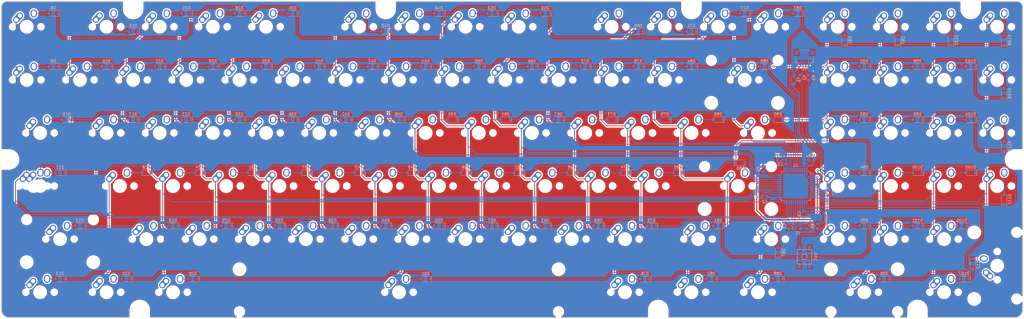
<source format=kicad_pcb>
(kicad_pcb (version 20171130) (host pcbnew "(5.1.4)-1")
  (layers (0 F.Cu signal) (31 B.Cu signal) (34 B.Paste user) (35 F.Paste user) (36 B.SilkS user) (37 F.SilkS user) (38 B.Mask user) (39 F.Mask user) (44 Edge.Cuts user))
  (net 0 "")
  (net 1 GND)
  (net 2 +5V)
  (net 3 "Net-(C3-Pad1)")
  (net 4 "Net-(C4-Pad1)")
  (net 5 "Net-(C7-Pad1)")
  (net 6 "Net-(D8-Pad2)")
  (net 7 ROW0)
  (net 8 "Net-(D9-Pad2)")
  (net 9 ROW1)
  (net 10 "Net-(D10-Pad2)")
  (net 11 ROW2)
  (net 12 "Net-(D11-Pad2)")
  (net 13 ROW3)
  (net 14 "Net-(D12-Pad2)")
  (net 15 ROW4)
  (net 16 "Net-(D13-Pad2)")
  (net 17 ROW5)
  (net 18 "Net-(D15-Pad2)")
  (net 19 "Net-(D16-Pad2)")
  (net 20 "Net-(D17-Pad2)")
  (net 21 "Net-(D18-Pad2)")
  (net 22 "Net-(D19-Pad2)")
  (net 23 "Net-(D20-Pad2)")
  (net 24 "Net-(D21-Pad2)")
  (net 25 "Net-(D22-Pad2)")
  (net 26 "Net-(D23-Pad2)")
  (net 27 "Net-(D24-Pad2)")
  (net 28 "Net-(D25-Pad2)")
  (net 29 "Net-(D26-Pad2)")
  (net 30 "Net-(D28-Pad2)")
  (net 31 "Net-(D29-Pad2)")
  (net 32 "Net-(D30-Pad2)")
  (net 33 "Net-(D31-Pad2)")
  (net 34 "Net-(D32-Pad2)")
  (net 35 "Net-(D34-Pad2)")
  (net 36 "Net-(D35-Pad2)")
  (net 37 "Net-(D36-Pad2)")
  (net 38 "Net-(D37-Pad2)")
  (net 39 "Net-(D38-Pad2)")
  (net 40 "Net-(D40-Pad2)")
  (net 41 "Net-(D41-Pad2)")
  (net 42 "Net-(D42-Pad2)")
  (net 43 "Net-(D43-Pad2)")
  (net 44 "Net-(D44-Pad2)")
  (net 45 "Net-(D46-Pad2)")
  (net 46 "Net-(D47-Pad2)")
  (net 47 "Net-(D48-Pad2)")
  (net 48 "Net-(D49-Pad2)")
  (net 49 "Net-(D50-Pad2)")
  (net 50 "Net-(D51-Pad2)")
  (net 51 "Net-(D53-Pad2)")
  (net 52 "Net-(D54-Pad2)")
  (net 53 "Net-(D55-Pad2)")
  (net 54 "Net-(D56-Pad2)")
  (net 55 "Net-(D57-Pad2)")
  (net 56 "Net-(D59-Pad2)")
  (net 57 "Net-(D60-Pad2)")
  (net 58 "Net-(D61-Pad2)")
  (net 59 "Net-(D62-Pad2)")
  (net 60 "Net-(D63-Pad2)")
  (net 61 "Net-(D65-Pad2)")
  (net 62 "Net-(D66-Pad2)")
  (net 63 "Net-(D67-Pad2)")
  (net 64 "Net-(D68-Pad2)")
  (net 65 "Net-(D69-Pad2)")
  (net 66 "Net-(D71-Pad2)")
  (net 67 "Net-(D72-Pad2)")
  (net 68 "Net-(D73-Pad2)")
  (net 69 "Net-(D74-Pad2)")
  (net 70 "Net-(D75-Pad2)")
  (net 71 "Net-(D76-Pad2)")
  (net 72 "Net-(D77-Pad2)")
  (net 73 "Net-(D78-Pad2)")
  (net 74 "Net-(D79-Pad2)")
  (net 75 "Net-(D80-Pad2)")
  (net 76 "Net-(D81-Pad2)")
  (net 77 "Net-(D82-Pad2)")
  (net 78 "Net-(D83-Pad2)")
  (net 79 "Net-(D84-Pad2)")
  (net 80 "Net-(D85-Pad2)")
  (net 81 "Net-(D86-Pad2)")
  (net 82 "Net-(D87-Pad2)")
  (net 83 "Net-(D88-Pad2)")
  (net 84 "Net-(D89-Pad2)")
  (net 85 "Net-(D90-Pad2)")
  (net 86 "Net-(D91-Pad2)")
  (net 87 "Net-(D92-Pad2)")
  (net 88 "Net-(D93-Pad2)")
  (net 89 "Net-(D94-Pad2)")
  (net 90 "Net-(D95-Pad2)")
  (net 91 "Net-(D96-Pad2)")
  (net 92 "Net-(D97-Pad2)")
  (net 93 "Net-(D98-Pad2)")
  (net 94 "Net-(D99-Pad2)")
  (net 95 "Net-(D100-Pad2)")
  (net 96 "Net-(D101-Pad2)")
  (net 97 "Net-(D102-Pad2)")
  (net 98 "Net-(D103-Pad2)")
  (net 99 "Net-(D104-Pad2)")
  (net 100 "Net-(D105-Pad2)")
  (net 101 "Net-(D106-Pad2)")
  (net 102 "Net-(D107-Pad2)")
  (net 103 "Net-(D108-Pad2)")
  (net 104 "Net-(D109-Pad2)")
  (net 105 "Net-(D110-Pad2)")
  (net 106 "Net-(D111-Pad2)")
  (net 107 "Net-(D112-Pad2)")
  (net 108 VCC)
  (net 109 D+)
  (net 110 D-)
  (net 111 COL0)
  (net 112 COL1)
  (net 113 COL2)
  (net 114 COL3)
  (net 115 COL4)
  (net 116 COL5)
  (net 117 COL6)
  (net 118 COL7)
  (net 119 COL8)
  (net 120 COL9)
  (net 121 COL10)
  (net 122 COL11)
  (net 123 COL12)
  (net 124 COL13)
  (net 125 COL14)
  (net 126 COL15)
  (net 127 COL16)
  (net 128 COL17)
  (net 129 "Net-(R2-Pad1)")
  (net 130 "Net-(R3-Pad1)")
  (net 131 "Net-(R4-Pad2)")
  (net 132 "Net-(R5-Pad2)")
  (net 133 "Net-(U1-Pad42)")
  (net 134 "Net-(U1-Pad32)")
  (net 135 "Net-(U1-Pad7)")
  (module MX_Alps_Hybrid:MX-1.5U-NoLED (layer F.Cu) (at 4.7625 57.15)
    (fp_text reference MX97)
    (fp_text value MX-NoLED)
    (pad "" np_thru_hole circle (at 5.08 0 48.0996) (size 1.75 1.75) (drill 1.75) (layers *.Cu *.Mask))
    (pad "" np_thru_hole circle (at -5.08 0 48.0996) (size 1.75 1.75) (drill 1.75) (layers *.Cu *.Mask))
    (pad 1 thru_hole circle (at -2.5 -4) (size 2.25 2.25) (drill 1.47) (layers *.Cu B.Mask) (net 111 COL0))
    (pad "" np_thru_hole circle (at 0 0) (size 3.9878 3.9878) (drill 3.9878) (layers *.Cu *.Mask))
    (pad 1 thru_hole oval (at -3.81 -2.54 48.0996) (size 4.211556 2.25) (drill 1.47 (offset 0.980778 0)) (layers *.Cu B.Mask) (net 111 COL0))
    (pad 2 thru_hole circle (at 2.54 -5.08) (size 2.25 2.25) (drill 1.47) (layers *.Cu B.Mask) (net 12 "Net-(D11-Pad2)"))
    (pad 2 thru_hole oval (at 2.5 -4.5 86.0548) (size 2.831378 2.25) (drill 1.47 (offset 0.290689 0)) (layers *.Cu B.Mask) (net 12 "Net-(D11-Pad2)"))
  )
  (module MX_Alps_Hybrid:MX-1.25U-NoLED (layer F.Cu) (at 2.38125 57.15)
    (fp_text reference MX4)
    (fp_text value LCtrl)
    (pad "" np_thru_hole circle (at 5.08 0 48.0996) (size 1.75 1.75) (drill 1.75) (layers *.Cu *.Mask))
    (pad "" np_thru_hole circle (at -5.08 0 48.0996) (size 1.75 1.75) (drill 1.75) (layers *.Cu *.Mask))
    (pad 1 thru_hole circle (at -2.5 -4) (size 2.25 2.25) (drill 1.47) (layers *.Cu B.Mask) (net 111 COL0))
    (pad "" np_thru_hole circle (at 0 0) (size 3.9878 3.9878) (drill 3.9878) (layers *.Cu *.Mask))
    (pad 1 thru_hole oval (at -3.81 -2.54 48.0996) (size 4.211556 2.25) (drill 1.47 (offset 0.980778 0)) (layers *.Cu B.Mask) (net 111 COL0))
    (pad 2 thru_hole circle (at 2.54 -5.08) (size 2.25 2.25) (drill 1.47) (layers *.Cu B.Mask) (net 12 "Net-(D11-Pad2)"))
    (pad 2 thru_hole oval (at 2.5 -4.5 86.0548) (size 2.831378 2.25) (drill 1.47 (offset 0.290689 0)) (layers *.Cu B.Mask) (net 12 "Net-(D11-Pad2)"))
  )
  (module MX_Alps_Hybrid:MX-1.5U-NoLED (layer F.Cu) (at 4.7625 38.1)
    (fp_text reference MX3)
    (fp_text value Tab)
    (pad "" np_thru_hole circle (at 5.08 0 48.0996) (size 1.75 1.75) (drill 1.75) (layers *.Cu *.Mask))
    (pad "" np_thru_hole circle (at -5.08 0 48.0996) (size 1.75 1.75) (drill 1.75) (layers *.Cu *.Mask))
    (pad 1 thru_hole circle (at -2.5 -4) (size 2.25 2.25) (drill 1.47) (layers *.Cu B.Mask) (net 111 COL0))
    (pad "" np_thru_hole circle (at 0 0) (size 3.9878 3.9878) (drill 3.9878) (layers *.Cu *.Mask))
    (pad 1 thru_hole oval (at -3.81 -2.54 48.0996) (size 4.211556 2.25) (drill 1.47 (offset 0.980778 0)) (layers *.Cu B.Mask) (net 111 COL0))
    (pad 2 thru_hole circle (at 2.54 -5.08) (size 2.25 2.25) (drill 1.47) (layers *.Cu B.Mask) (net 10 "Net-(D10-Pad2)"))
    (pad 2 thru_hole oval (at 2.5 -4.5 86.0548) (size 2.831378 2.25) (drill 1.47 (offset 0.290689 0)) (layers *.Cu B.Mask) (net 10 "Net-(D10-Pad2)"))
  )
  (module MX_Alps_Hybrid:MX-1.5U-NoLED (layer F.Cu) (at 4.7625 95.25)
    (fp_text reference MX6)
    (fp_text value LWin)
    (pad "" np_thru_hole circle (at 5.08 0 48.0996) (size 1.75 1.75) (drill 1.75) (layers *.Cu *.Mask))
    (pad "" np_thru_hole circle (at -5.08 0 48.0996) (size 1.75 1.75) (drill 1.75) (layers *.Cu *.Mask))
    (pad 1 thru_hole circle (at -2.5 -4) (size 2.25 2.25) (drill 1.47) (layers *.Cu B.Mask) (net 111 COL0))
    (pad "" np_thru_hole circle (at 0 0) (size 3.9878 3.9878) (drill 3.9878) (layers *.Cu *.Mask))
    (pad 1 thru_hole oval (at -3.81 -2.54 48.0996) (size 4.211556 2.25) (drill 1.47 (offset 0.980778 0)) (layers *.Cu B.Mask) (net 111 COL0))
    (pad 2 thru_hole circle (at 2.54 -5.08) (size 2.25 2.25) (drill 1.47) (layers *.Cu B.Mask) (net 16 "Net-(D13-Pad2)"))
    (pad 2 thru_hole oval (at 2.5 -4.5 86.0548) (size 2.831378 2.25) (drill 1.47 (offset 0.290689 0)) (layers *.Cu B.Mask) (net 16 "Net-(D13-Pad2)"))
  )
  (module MX_Alps_Hybrid:MX-1.5U-NoLED (layer F.Cu) (at 52.3875 95.25)
    (fp_text reference MX18)
    (fp_text value LAlt)
    (pad "" np_thru_hole circle (at 5.08 0 48.0996) (size 1.75 1.75) (drill 1.75) (layers *.Cu *.Mask))
    (pad "" np_thru_hole circle (at -5.08 0 48.0996) (size 1.75 1.75) (drill 1.75) (layers *.Cu *.Mask))
    (pad 1 thru_hole circle (at -2.5 -4) (size 2.25 2.25) (drill 1.47) (layers *.Cu B.Mask) (net 113 COL2))
    (pad "" np_thru_hole circle (at 0 0) (size 3.9878 3.9878) (drill 3.9878) (layers *.Cu *.Mask))
    (pad 1 thru_hole oval (at -3.81 -2.54 48.0996) (size 4.211556 2.25) (drill 1.47 (offset 0.980778 0)) (layers *.Cu B.Mask) (net 113 COL2))
    (pad 2 thru_hole circle (at 2.54 -5.08) (size 2.25 2.25) (drill 1.47) (layers *.Cu B.Mask) (net 29 "Net-(D26-Pad2)"))
    (pad 2 thru_hole oval (at 2.5 -4.5 86.0548) (size 2.831378 2.25) (drill 1.47 (offset 0.290689 0)) (layers *.Cu B.Mask) (net 29 "Net-(D26-Pad2)"))
  )
  (module MX_Alps_Hybrid:MX-1.5U-NoLED (layer F.Cu) (at 214.3125 95.25)
    (fp_text reference MX60)
    (fp_text value RAlt)
    (pad "" np_thru_hole circle (at 5.08 0 48.0996) (size 1.75 1.75) (drill 1.75) (layers *.Cu *.Mask))
    (pad "" np_thru_hole circle (at -5.08 0 48.0996) (size 1.75 1.75) (drill 1.75) (layers *.Cu *.Mask))
    (pad 1 thru_hole circle (at -2.5 -4) (size 2.25 2.25) (drill 1.47) (layers *.Cu B.Mask) (net 121 COL10))
    (pad "" np_thru_hole circle (at 0 0) (size 3.9878 3.9878) (drill 3.9878) (layers *.Cu *.Mask))
    (pad 1 thru_hole oval (at -3.81 -2.54 48.0996) (size 4.211556 2.25) (drill 1.47 (offset 0.980778 0)) (layers *.Cu B.Mask) (net 121 COL10))
    (pad 2 thru_hole circle (at 2.54 -5.08) (size 2.25 2.25) (drill 1.47) (layers *.Cu B.Mask) (net 71 "Net-(D76-Pad2)"))
    (pad 2 thru_hole oval (at 2.5 -4.5 86.0548) (size 2.831378 2.25) (drill 1.47 (offset 0.290689 0)) (layers *.Cu B.Mask) (net 71 "Net-(D76-Pad2)"))
  )
  (module MX_Alps_Hybrid:MX-1.5U-NoLED (layer F.Cu) (at 261.9375 95.25)
    (fp_text reference MX72)
    (fp_text value RCtrl)
    (pad "" np_thru_hole circle (at 5.08 0 48.0996) (size 1.75 1.75) (drill 1.75) (layers *.Cu *.Mask))
    (pad "" np_thru_hole circle (at -5.08 0 48.0996) (size 1.75 1.75) (drill 1.75) (layers *.Cu *.Mask))
    (pad 1 thru_hole circle (at -2.5 -4) (size 2.25 2.25) (drill 1.47) (layers *.Cu B.Mask) (net 123 COL12))
    (pad "" np_thru_hole circle (at 0 0) (size 3.9878 3.9878) (drill 3.9878) (layers *.Cu *.Mask))
    (pad 1 thru_hole oval (at -3.81 -2.54 48.0996) (size 4.211556 2.25) (drill 1.47 (offset 0.980778 0)) (layers *.Cu B.Mask) (net 123 COL12))
    (pad 2 thru_hole circle (at 2.54 -5.08) (size 2.25 2.25) (drill 1.47) (layers *.Cu B.Mask) (net 83 "Net-(D88-Pad2)"))
    (pad 2 thru_hole oval (at 2.5 -4.5 86.0548) (size 2.831378 2.25) (drill 1.47 (offset 0.290689 0)) (layers *.Cu B.Mask) (net 83 "Net-(D88-Pad2)"))
  )
  (module MX_Alps_Hybrid:MX-1.5U-NoLED (layer F.Cu) (at 261.9375 38.1)
    (fp_text reference MX74)
    (fp_text value BSlash)
    (pad "" np_thru_hole circle (at 5.08 0 48.0996) (size 1.75 1.75) (drill 1.75) (layers *.Cu *.Mask))
    (pad "" np_thru_hole circle (at -5.08 0 48.0996) (size 1.75 1.75) (drill 1.75) (layers *.Cu *.Mask))
    (pad 1 thru_hole circle (at -2.5 -4) (size 2.25 2.25) (drill 1.47) (layers *.Cu B.Mask) (net 124 COL13))
    (pad "" np_thru_hole circle (at 0 0) (size 3.9878 3.9878) (drill 3.9878) (layers *.Cu *.Mask))
    (pad 1 thru_hole oval (at -3.81 -2.54 48.0996) (size 4.211556 2.25) (drill 1.47 (offset 0.980778 0)) (layers *.Cu B.Mask) (net 124 COL13))
    (pad 2 thru_hole circle (at 2.54 -5.08) (size 2.25 2.25) (drill 1.47) (layers *.Cu B.Mask) (net 85 "Net-(D90-Pad2)"))
    (pad 2 thru_hole oval (at 2.5 -4.5 86.0548) (size 2.831378 2.25) (drill 1.47 (offset 0.290689 0)) (layers *.Cu B.Mask) (net 85 "Net-(D90-Pad2)"))
  )
  (module MX_Alps_Hybrid:MX-1.5U-NoLED (layer F.Cu) (at 240.50625 76.2)
    (fp_text reference MX65)
    (fp_text value RShift)
    (pad "" np_thru_hole circle (at 5.08 0 48.0996) (size 1.75 1.75) (drill 1.75) (layers *.Cu *.Mask))
    (pad "" np_thru_hole circle (at -5.08 0 48.0996) (size 1.75 1.75) (drill 1.75) (layers *.Cu *.Mask))
    (pad 1 thru_hole circle (at -2.5 -4) (size 2.25 2.25) (drill 1.47) (layers *.Cu B.Mask) (net 122 COL11))
    (pad "" np_thru_hole circle (at 0 0) (size 3.9878 3.9878) (drill 3.9878) (layers *.Cu *.Mask))
    (pad 1 thru_hole oval (at -3.81 -2.54 48.0996) (size 4.211556 2.25) (drill 1.47 (offset 0.980778 0)) (layers *.Cu B.Mask) (net 122 COL11))
    (pad 2 thru_hole circle (at 2.54 -5.08) (size 2.25 2.25) (drill 1.47) (layers *.Cu B.Mask) (net 76 "Net-(D81-Pad2)"))
    (pad 2 thru_hole oval (at 2.5 -4.5 86.0548) (size 2.831378 2.25) (drill 1.47 (offset 0.290689 0)) (layers *.Cu B.Mask) (net 76 "Net-(D81-Pad2)"))
  )
  (module Diode_SMD:D_SOD-123 (layer B.Cu) (at 219.075 1.5875 180)
    (fp_text reference D65 (at 0 2) (layer B.SilkS) (effects (justify mirror)))
    (fp_text value D_Small)
    (pad 2 smd rect (at 1.65 0 180) (size 0.9 1.2) (layers B.Cu B.Paste B.Mask) (net 61 "Net-(D65-Pad2)"))
    (pad 1 smd rect (at -1.65 0 180) (size 0.9 1.2) (layers B.Cu B.Paste B.Mask) (net 7 ROW0))
  )
  (module MX_Alps_Hybrid:MX-1U-NoLED (layer F.Cu) (at 266.7 0)
    (fp_text reference MX67)
    (fp_text value F12)
    (pad "" np_thru_hole circle (at 5.08 0 48.0996) (size 1.75 1.75) (drill 1.75) (layers *.Cu *.Mask))
    (pad "" np_thru_hole circle (at -5.08 0 48.0996) (size 1.75 1.75) (drill 1.75) (layers *.Cu *.Mask))
    (pad 1 thru_hole circle (at -2.5 -4) (size 2.25 2.25) (drill 1.47) (layers *.Cu B.Mask) (net 124 COL13))
    (pad "" np_thru_hole circle (at 0 0) (size 3.9878 3.9878) (drill 3.9878) (layers *.Cu *.Mask))
    (pad 1 thru_hole oval (at -3.81 -2.54 48.0996) (size 4.211556 2.25) (drill 1.47 (offset 0.980778 0)) (layers *.Cu B.Mask) (net 124 COL13))
    (pad 2 thru_hole circle (at 2.54 -5.08) (size 2.25 2.25) (drill 1.47) (layers *.Cu B.Mask) (net 78 "Net-(D83-Pad2)"))
    (pad 2 thru_hole oval (at 2.5 -4.5 86.0548) (size 2.831378 2.25) (drill 1.47 (offset 0.290689 0)) (layers *.Cu B.Mask) (net 78 "Net-(D83-Pad2)"))
  )
  (module MX_Alps_Hybrid:MX-1U-NoLED (layer F.Cu) (at 290.5125 38.1)
    (fp_text reference MX77)
    (fp_text value Num7)
    (pad "" np_thru_hole circle (at 5.08 0 48.0996) (size 1.75 1.75) (drill 1.75) (layers *.Cu *.Mask))
    (pad "" np_thru_hole circle (at -5.08 0 48.0996) (size 1.75 1.75) (drill 1.75) (layers *.Cu *.Mask))
    (pad 1 thru_hole circle (at -2.5 -4) (size 2.25 2.25) (drill 1.47) (layers *.Cu B.Mask) (net 125 COL14))
    (pad "" np_thru_hole circle (at 0 0) (size 3.9878 3.9878) (drill 3.9878) (layers *.Cu *.Mask))
    (pad 1 thru_hole oval (at -3.81 -2.54 48.0996) (size 4.211556 2.25) (drill 1.47 (offset 0.980778 0)) (layers *.Cu B.Mask) (net 125 COL14))
    (pad 2 thru_hole circle (at 2.54 -5.08) (size 2.25 2.25) (drill 1.47) (layers *.Cu B.Mask) (net 88 "Net-(D93-Pad2)"))
    (pad 2 thru_hole oval (at 2.5 -4.5 86.0548) (size 2.831378 2.25) (drill 1.47 (offset 0.290689 0)) (layers *.Cu B.Mask) (net 88 "Net-(D93-Pad2)"))
  )
  (module Package_QFP:TQFP-44_10x10mm_P0.8mm (layer B.Cu) (at 275.43125 57.15 180)
    (fp_text reference U1 (at 0 7.45) (layer B.SilkS) (effects (justify mirror)))
    (fp_text value ATmega32U4-AU)
    (pad 44 smd rect (at -4 5.7 90) (size 1.5 0.55) (layers B.Cu B.Paste B.Mask) (net 2 +5V))
    (pad 43 smd rect (at -3.2 5.7 90) (size 1.5 0.55) (layers B.Cu B.Paste B.Mask) (net 1 GND))
    (pad 42 smd rect (at -2.4 5.7 90) (size 1.5 0.55) (layers B.Cu B.Paste B.Mask) (net 133 "Net-(U1-Pad42)"))
    (pad 41 smd rect (at -1.6 5.7 90) (size 1.5 0.55) (layers B.Cu B.Paste B.Mask) (net 7 ROW0))
    (pad 40 smd rect (at -0.8 5.7 90) (size 1.5 0.55) (layers B.Cu B.Paste B.Mask) (net 9 ROW1))
    (pad 39 smd rect (at 0 5.7 90) (size 1.5 0.55) (layers B.Cu B.Paste B.Mask) (net 11 ROW2))
    (pad 38 smd rect (at 0.8 5.7 90) (size 1.5 0.55) (layers B.Cu B.Paste B.Mask) (net 124 COL13))
    (pad 37 smd rect (at 1.6 5.7 90) (size 1.5 0.55) (layers B.Cu B.Paste B.Mask) (net 122 COL11))
    (pad 36 smd rect (at 2.4 5.7 90) (size 1.5 0.55) (layers B.Cu B.Paste B.Mask) (net 121 COL10))
    (pad 35 smd rect (at 3.2 5.7 90) (size 1.5 0.55) (layers B.Cu B.Paste B.Mask) (net 1 GND))
    (pad 34 smd rect (at 4 5.7 90) (size 1.5 0.55) (layers B.Cu B.Paste B.Mask) (net 2 +5V))
    (pad 33 smd rect (at 5.7 4 180) (size 1.5 0.55) (layers B.Cu B.Paste B.Mask) (net 132 "Net-(R5-Pad2)"))
    (pad 32 smd rect (at 5.7 3.2 180) (size 1.5 0.55) (layers B.Cu B.Paste B.Mask) (net 134 "Net-(U1-Pad32)"))
    (pad 31 smd rect (at 5.7 2.4 180) (size 1.5 0.55) (layers B.Cu B.Paste B.Mask) (net 120 COL9))
    (pad 30 smd rect (at 5.7 1.6 180) (size 1.5 0.55) (layers B.Cu B.Paste B.Mask) (net 119 COL8))
    (pad 29 smd rect (at 5.7 0.8 180) (size 1.5 0.55) (layers B.Cu B.Paste B.Mask) (net 118 COL7))
    (pad 28 smd rect (at 5.7 0 180) (size 1.5 0.55) (layers B.Cu B.Paste B.Mask) (net 117 COL6))
    (pad 27 smd rect (at 5.7 -0.8 180) (size 1.5 0.55) (layers B.Cu B.Paste B.Mask) (net 116 COL5))
    (pad 26 smd rect (at 5.7 -1.6 180) (size 1.5 0.55) (layers B.Cu B.Paste B.Mask) (net 115 COL4))
    (pad 25 smd rect (at 5.7 -2.4 180) (size 1.5 0.55) (layers B.Cu B.Paste B.Mask) (net 114 COL3))
    (pad 24 smd rect (at 5.7 -3.2 180) (size 1.5 0.55) (layers B.Cu B.Paste B.Mask) (net 2 +5V))
    (pad 23 smd rect (at 5.7 -4 180) (size 1.5 0.55) (layers B.Cu B.Paste B.Mask) (net 1 GND))
    (pad 22 smd rect (at 4 -5.7 90) (size 1.5 0.55) (layers B.Cu B.Paste B.Mask) (net 113 COL2))
    (pad 21 smd rect (at 3.2 -5.7 90) (size 1.5 0.55) (layers B.Cu B.Paste B.Mask) (net 112 COL1))
    (pad 20 smd rect (at 2.4 -5.7 90) (size 1.5 0.55) (layers B.Cu B.Paste B.Mask) (net 111 COL0))
    (pad 19 smd rect (at 1.6 -5.7 90) (size 1.5 0.55) (layers B.Cu B.Paste B.Mask) (net 15 ROW4))
    (pad 18 smd rect (at 0.8 -5.7 90) (size 1.5 0.55) (layers B.Cu B.Paste B.Mask) (net 123 COL12))
    (pad 17 smd rect (at 0 -5.7 90) (size 1.5 0.55) (layers B.Cu B.Paste B.Mask) (net 3 "Net-(C3-Pad1)"))
    (pad 16 smd rect (at -0.8 -5.7 90) (size 1.5 0.55) (layers B.Cu B.Paste B.Mask) (net 4 "Net-(C4-Pad1)"))
    (pad 15 smd rect (at -1.6 -5.7 90) (size 1.5 0.55) (layers B.Cu B.Paste B.Mask) (net 1 GND))
    (pad 14 smd rect (at -2.4 -5.7 90) (size 1.5 0.55) (layers B.Cu B.Paste B.Mask) (net 2 +5V))
    (pad 13 smd rect (at -3.2 -5.7 90) (size 1.5 0.55) (layers B.Cu B.Paste B.Mask) (net 131 "Net-(R4-Pad2)"))
    (pad 12 smd rect (at -4 -5.7 90) (size 1.5 0.55) (layers B.Cu B.Paste B.Mask) (net 17 ROW5))
    (pad 11 smd rect (at -5.7 -4 180) (size 1.5 0.55) (layers B.Cu B.Paste B.Mask) (net 13 ROW3))
    (pad 10 smd rect (at -5.7 -3.2 180) (size 1.5 0.55) (layers B.Cu B.Paste B.Mask) (net 128 COL17))
    (pad 9 smd rect (at -5.7 -2.4 180) (size 1.5 0.55) (layers B.Cu B.Paste B.Mask) (net 127 COL16))
    (pad 8 smd rect (at -5.7 -1.6 180) (size 1.5 0.55) (layers B.Cu B.Paste B.Mask) (net 126 COL15))
    (pad 7 smd rect (at -5.7 -0.8 180) (size 1.5 0.55) (layers B.Cu B.Paste B.Mask) (net 135 "Net-(U1-Pad7)"))
    (pad 6 smd rect (at -5.7 0 180) (size 1.5 0.55) (layers B.Cu B.Paste B.Mask) (net 5 "Net-(C7-Pad1)"))
    (pad 5 smd rect (at -5.7 0.8 180) (size 1.5 0.55) (layers B.Cu B.Paste B.Mask) (net 1 GND))
    (pad 4 smd rect (at -5.7 1.6 180) (size 1.5 0.55) (layers B.Cu B.Paste B.Mask) (net 130 "Net-(R3-Pad1)"))
    (pad 3 smd rect (at -5.7 2.4 180) (size 1.5 0.55) (layers B.Cu B.Paste B.Mask) (net 129 "Net-(R2-Pad1)"))
    (pad 2 smd rect (at -5.7 3.2 180) (size 1.5 0.55) (layers B.Cu B.Paste B.Mask) (net 2 +5V))
    (pad 1 smd rect (at -5.7 4 180) (size 1.5 0.55) (layers B.Cu B.Paste B.Mask) (net 125 COL14))
  )
  (module MX_Alps_Hybrid:MX-1U-NoLED (layer F.Cu) (at 290.5125 57.15)
    (fp_text reference MX78)
    (fp_text value Num4)
    (pad "" np_thru_hole circle (at 5.08 0 48.0996) (size 1.75 1.75) (drill 1.75) (layers *.Cu *.Mask))
    (pad "" np_thru_hole circle (at -5.08 0 48.0996) (size 1.75 1.75) (drill 1.75) (layers *.Cu *.Mask))
    (pad 1 thru_hole circle (at -2.5 -4) (size 2.25 2.25) (drill 1.47) (layers *.Cu B.Mask) (net 125 COL14))
    (pad "" np_thru_hole circle (at 0 0) (size 3.9878 3.9878) (drill 3.9878) (layers *.Cu *.Mask))
    (pad 1 thru_hole oval (at -3.81 -2.54 48.0996) (size 4.211556 2.25) (drill 1.47 (offset 0.980778 0)) (layers *.Cu B.Mask) (net 125 COL14))
    (pad 2 thru_hole circle (at 2.54 -5.08) (size 2.25 2.25) (drill 1.47) (layers *.Cu B.Mask) (net 89 "Net-(D94-Pad2)"))
    (pad 2 thru_hole oval (at 2.5 -4.5 86.0548) (size 2.831378 2.25) (drill 1.47 (offset 0.290689 0)) (layers *.Cu B.Mask) (net 89 "Net-(D94-Pad2)"))
  )
  (module MX_Alps_Hybrid:MX-1U-NoLED (layer F.Cu) (at 47.625 0)
    (fp_text reference MX13)
    (fp_text value F2)
    (pad "" np_thru_hole circle (at 5.08 0 48.0996) (size 1.75 1.75) (drill 1.75) (layers *.Cu *.Mask))
    (pad "" np_thru_hole circle (at -5.08 0 48.0996) (size 1.75 1.75) (drill 1.75) (layers *.Cu *.Mask))
    (pad 1 thru_hole circle (at -2.5 -4) (size 2.25 2.25) (drill 1.47) (layers *.Cu B.Mask) (net 113 COL2))
    (pad "" np_thru_hole circle (at 0 0) (size 3.9878 3.9878) (drill 3.9878) (layers *.Cu *.Mask))
    (pad 1 thru_hole oval (at -3.81 -2.54 48.0996) (size 4.211556 2.25) (drill 1.47 (offset 0.980778 0)) (layers *.Cu B.Mask) (net 113 COL2))
    (pad 2 thru_hole circle (at 2.54 -5.08) (size 2.25 2.25) (drill 1.47) (layers *.Cu B.Mask) (net 24 "Net-(D21-Pad2)"))
    (pad 2 thru_hole oval (at 2.5 -4.5 86.0548) (size 2.831378 2.25) (drill 1.47 (offset 0.290689 0)) (layers *.Cu B.Mask) (net 24 "Net-(D21-Pad2)"))
  )
  (module MX_Alps_Hybrid:MX-2U-ReversedStabilizers-NoLED (layer F.Cu) (at 300.0375 95.25)
    (fp_text reference MX80)
    (fp_text value Num0)
    (pad "" np_thru_hole circle (at 11.938 -8.255) (size 3.9878 3.9878) (drill 3.9878) (layers *.Cu *.Mask))
    (pad "" np_thru_hole circle (at -11.938 -8.255) (size 3.9878 3.9878) (drill 3.9878) (layers *.Cu *.Mask))
    (pad "" np_thru_hole circle (at 11.938 6.985) (size 3.048 3.048) (drill 3.048) (layers *.Cu *.Mask))
    (pad "" np_thru_hole circle (at -11.938 6.985) (size 3.048 3.048) (drill 3.048) (layers *.Cu *.Mask))
    (pad "" np_thru_hole circle (at 5.08 0 48.0996) (size 1.75 1.75) (drill 1.75) (layers *.Cu *.Mask))
    (pad "" np_thru_hole circle (at -5.08 0 48.0996) (size 1.75 1.75) (drill 1.75) (layers *.Cu *.Mask))
    (pad 1 thru_hole circle (at -2.5 -4) (size 2.25 2.25) (drill 1.47) (layers *.Cu B.Mask) (net 126 COL15))
    (pad "" np_thru_hole circle (at 0 0) (size 3.9878 3.9878) (drill 3.9878) (layers *.Cu *.Mask))
    (pad 1 thru_hole oval (at -3.81 -2.54 48.0996) (size 4.211556 2.25) (drill 1.47 (offset 0.980778 0)) (layers *.Cu B.Mask) (net 126 COL15))
    (pad 2 thru_hole circle (at 2.54 -5.08) (size 2.25 2.25) (drill 1.47) (layers *.Cu B.Mask) (net 91 "Net-(D96-Pad2)"))
    (pad 2 thru_hole oval (at 2.5 -4.5 86.0548) (size 2.831378 2.25) (drill 1.47 (offset 0.290689 0)) (layers *.Cu B.Mask) (net 91 "Net-(D96-Pad2)"))
  )
  (module Crystal:Crystal_SMD_3225-4Pin_3.2x2.5mm (layer B.Cu) (at 276.225 71.4375)
    (fp_text reference Y1 (at 0 2.45) (layer B.SilkS) (effects (justify mirror)))
    (fp_text value 16MHz)
    (pad 4 smd rect (at -1.1 0.85) (size 1.4 1.2) (layers B.Cu B.Paste B.Mask) (net 1 GND))
    (pad 3 smd rect (at 1.1 0.85) (size 1.4 1.2) (layers B.Cu B.Paste B.Mask) (net 4 "Net-(C4-Pad1)"))
    (pad 2 smd rect (at 1.1 -0.85) (size 1.4 1.2) (layers B.Cu B.Paste B.Mask) (net 1 GND))
    (pad 1 smd rect (at -1.1 -0.85) (size 1.4 1.2) (layers B.Cu B.Paste B.Mask) (net 3 "Net-(C3-Pad1)"))
  )
  (module random-keyboard-parts:SKQG-1155865 (layer B.Cu) (at 278.60625 82.55 270)
    (fp_text reference SW1 (at 0 -4.064 90) (layer B.SilkS) (effects (justify mirror)))
    (fp_text value SW_Push)
    (pad 4 smd rect (at -3.1 -1.85 270) (size 1.8 1.1) (layers B.Cu B.Paste B.Mask))
    (pad 3 smd rect (at 3.1 1.85 270) (size 1.8 1.1) (layers B.Cu B.Paste B.Mask))
    (pad 2 smd rect (at -3.1 1.85 270) (size 1.8 1.1) (layers B.Cu B.Paste B.Mask) (net 131 "Net-(R4-Pad2)"))
    (pad 1 smd rect (at 3.1 -1.85 270) (size 1.8 1.1) (layers B.Cu B.Paste B.Mask) (net 1 GND))
  )
  (module Resistor_SMD:R_0805_2012Metric (layer B.Cu) (at 263.779 51.054 270)
    (fp_text reference R5 (at 0 1.65 90) (layer B.SilkS) (effects (justify mirror)))
    (fp_text value 10k)
    (pad 2 smd roundrect (at 0.9375 0 270) (size 0.975 1.4) (layers B.Cu B.Paste B.Mask) (net 132 "Net-(R5-Pad2)"))
    (pad 1 smd roundrect (at -0.9375 0 270) (size 0.975 1.4) (layers B.Cu B.Paste B.Mask) (net 1 GND))
  )
  (module Resistor_SMD:R_0805_2012Metric (layer B.Cu) (at 283.36875 71.58125 270)
    (fp_text reference R4 (at 0 1.65 90) (layer B.SilkS) (effects (justify mirror)))
    (fp_text value 10k)
    (pad 2 smd roundrect (at 0.9375 0 270) (size 0.975 1.4) (layers B.Cu B.Paste B.Mask) (net 131 "Net-(R4-Pad2)"))
    (pad 1 smd roundrect (at -0.9375 0 270) (size 0.975 1.4) (layers B.Cu B.Paste B.Mask) (net 2 +5V))
  )
  (module Resistor_SMD:R_0805_2012Metric (layer B.Cu) (at 280.19375 18.25625 90)
    (fp_text reference R3 (at 0 1.65 90) (layer B.SilkS) (effects (justify mirror)))
    (fp_text value 22)
    (pad 2 smd roundrect (at 0.9375 0 90) (size 0.975 1.4) (layers B.Cu B.Paste B.Mask) (net 109 D+))
    (pad 1 smd roundrect (at -0.9375 0 90) (size 0.975 1.4) (layers B.Cu B.Paste B.Mask) (net 130 "Net-(R3-Pad1)"))
  )
  (module Resistor_SMD:R_0805_2012Metric (layer B.Cu) (at 277.01875 18.25625 90)
    (fp_text reference R2 (at 0 1.65 90) (layer B.SilkS) (effects (justify mirror)))
    (fp_text value 22)
    (pad 2 smd roundrect (at 0.9375 0 90) (size 0.975 1.4) (layers B.Cu B.Paste B.Mask) (net 110 D-))
    (pad 1 smd roundrect (at -0.9375 0 90) (size 0.975 1.4) (layers B.Cu B.Paste B.Mask) (net 129 "Net-(R2-Pad1)"))
  )
  (module MX_Alps_Hybrid:MX-2U-ReversedStabilizers-NoLED (layer F.Cu) (at 347.6625 85.725 90)
    (fp_text reference MX96)
    (fp_text value NumEnter)
    (pad "" np_thru_hole circle (at 11.938 -8.255 90) (size 3.9878 3.9878) (drill 3.9878) (layers *.Cu *.Mask))
    (pad "" np_thru_hole circle (at -11.938 -8.255 90) (size 3.9878 3.9878) (drill 3.9878) (layers *.Cu *.Mask))
    (pad "" np_thru_hole circle (at 11.938 6.985 90) (size 3.048 3.048) (drill 3.048) (layers *.Cu *.Mask))
    (pad "" np_thru_hole circle (at -11.938 6.985 90) (size 3.048 3.048) (drill 3.048) (layers *.Cu *.Mask))
    (pad "" np_thru_hole circle (at 5.08 0 138.0996) (size 1.75 1.75) (drill 1.75) (layers *.Cu *.Mask))
    (pad "" np_thru_hole circle (at -5.08 0 138.0996) (size 1.75 1.75) (drill 1.75) (layers *.Cu *.Mask))
    (pad 1 thru_hole circle (at -2.5 -4 90) (size 2.25 2.25) (drill 1.47) (layers *.Cu B.Mask) (net 128 COL17))
    (pad "" np_thru_hole circle (at 0 0 90) (size 3.9878 3.9878) (drill 3.9878) (layers *.Cu *.Mask))
    (pad 1 thru_hole oval (at -3.81 -2.54 138.0996) (size 4.211556 2.25) (drill 1.47 (offset 0.980778 0)) (layers *.Cu B.Mask) (net 128 COL17))
    (pad 2 thru_hole circle (at 2.54 -5.08 90) (size 2.25 2.25) (drill 1.47) (layers *.Cu B.Mask) (net 107 "Net-(D112-Pad2)"))
    (pad 2 thru_hole oval (at 2.5 -4.5 176.0548) (size 2.831378 2.25) (drill 1.47 (offset 0.290689 0)) (layers *.Cu B.Mask) (net 107 "Net-(D112-Pad2)"))
  )
  (module MX_Alps_Hybrid:MX-1U-NoLED (layer F.Cu) (at 347.6625 57.15)
    (fp_text reference MX95)
    (fp_text value NumPlus)
    (pad "" np_thru_hole circle (at 5.08 0 48.0996) (size 1.75 1.75) (drill 1.75) (layers *.Cu *.Mask))
    (pad "" np_thru_hole circle (at -5.08 0 48.0996) (size 1.75 1.75) (drill 1.75) (layers *.Cu *.Mask))
    (pad 1 thru_hole circle (at -2.5 -4) (size 2.25 2.25) (drill 1.47) (layers *.Cu B.Mask) (net 128 COL17))
    (pad "" np_thru_hole circle (at 0 0) (size 3.9878 3.9878) (drill 3.9878) (layers *.Cu *.Mask))
    (pad 1 thru_hole oval (at -3.81 -2.54 48.0996) (size 4.211556 2.25) (drill 1.47 (offset 0.980778 0)) (layers *.Cu B.Mask) (net 128 COL17))
    (pad 2 thru_hole circle (at 2.54 -5.08) (size 2.25 2.25) (drill 1.47) (layers *.Cu B.Mask) (net 106 "Net-(D111-Pad2)"))
    (pad 2 thru_hole oval (at 2.5 -4.5 86.0548) (size 2.831378 2.25) (drill 1.47 (offset 0.290689 0)) (layers *.Cu B.Mask) (net 106 "Net-(D111-Pad2)"))
  )
  (module MX_Alps_Hybrid:MX-1U-NoLED (layer F.Cu) (at 347.6625 38.1)
    (fp_text reference MX94)
    (fp_text value NumMinus)
    (pad "" np_thru_hole circle (at 5.08 0 48.0996) (size 1.75 1.75) (drill 1.75) (layers *.Cu *.Mask))
    (pad "" np_thru_hole circle (at -5.08 0 48.0996) (size 1.75 1.75) (drill 1.75) (layers *.Cu *.Mask))
    (pad 1 thru_hole circle (at -2.5 -4) (size 2.25 2.25) (drill 1.47) (layers *.Cu B.Mask) (net 128 COL17))
    (pad "" np_thru_hole circle (at 0 0) (size 3.9878 3.9878) (drill 3.9878) (layers *.Cu *.Mask))
    (pad 1 thru_hole oval (at -3.81 -2.54 48.0996) (size 4.211556 2.25) (drill 1.47 (offset 0.980778 0)) (layers *.Cu B.Mask) (net 128 COL17))
    (pad 2 thru_hole circle (at 2.54 -5.08) (size 2.25 2.25) (drill 1.47) (layers *.Cu B.Mask) (net 105 "Net-(D110-Pad2)"))
    (pad 2 thru_hole oval (at 2.5 -4.5 86.0548) (size 2.831378 2.25) (drill 1.47 (offset 0.290689 0)) (layers *.Cu B.Mask) (net 105 "Net-(D110-Pad2)"))
  )
  (module MX_Alps_Hybrid:MX-1U-NoLED (layer F.Cu) (at 347.6625 19.05)
    (fp_text reference MX93)
    (fp_text value NumEqual)
    (pad "" np_thru_hole circle (at 5.08 0 48.0996) (size 1.75 1.75) (drill 1.75) (layers *.Cu *.Mask))
    (pad "" np_thru_hole circle (at -5.08 0 48.0996) (size 1.75 1.75) (drill 1.75) (layers *.Cu *.Mask))
    (pad 1 thru_hole circle (at -2.5 -4) (size 2.25 2.25) (drill 1.47) (layers *.Cu B.Mask) (net 128 COL17))
    (pad "" np_thru_hole circle (at 0 0) (size 3.9878 3.9878) (drill 3.9878) (layers *.Cu *.Mask))
    (pad 1 thru_hole oval (at -3.81 -2.54 48.0996) (size 4.211556 2.25) (drill 1.47 (offset 0.980778 0)) (layers *.Cu B.Mask) (net 128 COL17))
    (pad 2 thru_hole circle (at 2.54 -5.08) (size 2.25 2.25) (drill 1.47) (layers *.Cu B.Mask) (net 104 "Net-(D109-Pad2)"))
    (pad 2 thru_hole oval (at 2.5 -4.5 86.0548) (size 2.831378 2.25) (drill 1.47 (offset 0.290689 0)) (layers *.Cu B.Mask) (net 104 "Net-(D109-Pad2)"))
  )
  (module MX_Alps_Hybrid:MX-1U-NoLED (layer F.Cu) (at 347.6625 0)
    (fp_text reference MX92)
    (fp_text value CapsLock)
    (pad "" np_thru_hole circle (at 5.08 0 48.0996) (size 1.75 1.75) (drill 1.75) (layers *.Cu *.Mask))
    (pad "" np_thru_hole circle (at -5.08 0 48.0996) (size 1.75 1.75) (drill 1.75) (layers *.Cu *.Mask))
    (pad 1 thru_hole circle (at -2.5 -4) (size 2.25 2.25) (drill 1.47) (layers *.Cu B.Mask) (net 128 COL17))
    (pad "" np_thru_hole circle (at 0 0) (size 3.9878 3.9878) (drill 3.9878) (layers *.Cu *.Mask))
    (pad 1 thru_hole oval (at -3.81 -2.54 48.0996) (size 4.211556 2.25) (drill 1.47 (offset 0.980778 0)) (layers *.Cu B.Mask) (net 128 COL17))
    (pad 2 thru_hole circle (at 2.54 -5.08) (size 2.25 2.25) (drill 1.47) (layers *.Cu B.Mask) (net 103 "Net-(D108-Pad2)"))
    (pad 2 thru_hole oval (at 2.5 -4.5 86) (size 2.831378 2.25) (drill 1.47 (offset 0.290689 0)) (layers *.Cu B.Mask) (net 103 "Net-(D108-Pad2)"))
  )
  (module MX_Alps_Hybrid:MX-1U-NoLED (layer F.Cu) (at 328.6125 95.25)
    (fp_text reference MX91)
    (fp_text value NumPeriod)
    (pad "" np_thru_hole circle (at 5.08 0 48.0996) (size 1.75 1.75) (drill 1.75) (layers *.Cu *.Mask))
    (pad "" np_thru_hole circle (at -5.08 0 48.0996) (size 1.75 1.75) (drill 1.75) (layers *.Cu *.Mask))
    (pad 1 thru_hole circle (at -2.5 -4) (size 2.25 2.25) (drill 1.47) (layers *.Cu B.Mask) (net 127 COL16))
    (pad "" np_thru_hole circle (at 0 0) (size 3.9878 3.9878) (drill 3.9878) (layers *.Cu *.Mask))
    (pad 1 thru_hole oval (at -3.81 -2.54 48.0996) (size 4.211556 2.25) (drill 1.47 (offset 0.980778 0)) (layers *.Cu B.Mask) (net 127 COL16))
    (pad 2 thru_hole circle (at 2.54 -5.08) (size 2.25 2.25) (drill 1.47) (layers *.Cu B.Mask) (net 102 "Net-(D107-Pad2)"))
    (pad 2 thru_hole oval (at 2.5 -4.5 86.0548) (size 2.831378 2.25) (drill 1.47 (offset 0.290689 0)) (layers *.Cu B.Mask) (net 102 "Net-(D107-Pad2)"))
  )
  (module MX_Alps_Hybrid:MX-1U-NoLED (layer F.Cu) (at 328.6125 76.2)
    (fp_text reference MX90)
    (fp_text value Num3)
    (pad "" np_thru_hole circle (at 5.08 0 48.0996) (size 1.75 1.75) (drill 1.75) (layers *.Cu *.Mask))
    (pad "" np_thru_hole circle (at -5.08 0 48.0996) (size 1.75 1.75) (drill 1.75) (layers *.Cu *.Mask))
    (pad 1 thru_hole circle (at -2.5 -4) (size 2.25 2.25) (drill 1.47) (layers *.Cu B.Mask) (net 127 COL16))
    (pad "" np_thru_hole circle (at 0 0) (size 3.9878 3.9878) (drill 3.9878) (layers *.Cu *.Mask))
    (pad 1 thru_hole oval (at -3.81 -2.54 48.0996) (size 4.211556 2.25) (drill 1.47 (offset 0.980778 0)) (layers *.Cu B.Mask) (net 127 COL16))
    (pad 2 thru_hole circle (at 2.54 -5.08) (size 2.25 2.25) (drill 1.47) (layers *.Cu B.Mask) (net 101 "Net-(D106-Pad2)"))
    (pad 2 thru_hole oval (at 2.5 -4.5 86.0548) (size 2.831378 2.25) (drill 1.47 (offset 0.290689 0)) (layers *.Cu B.Mask) (net 101 "Net-(D106-Pad2)"))
  )
  (module MX_Alps_Hybrid:MX-1U-NoLED (layer F.Cu) (at 328.6125 57.15)
    (fp_text reference MX89)
    (fp_text value Num6)
    (pad "" np_thru_hole circle (at 5.08 0 48.0996) (size 1.75 1.75) (drill 1.75) (layers *.Cu *.Mask))
    (pad "" np_thru_hole circle (at -5.08 0 48.0996) (size 1.75 1.75) (drill 1.75) (layers *.Cu *.Mask))
    (pad 1 thru_hole circle (at -2.5 -4) (size 2.25 2.25) (drill 1.47) (layers *.Cu B.Mask) (net 127 COL16))
    (pad "" np_thru_hole circle (at 0 0) (size 3.9878 3.9878) (drill 3.9878) (layers *.Cu *.Mask))
    (pad 1 thru_hole oval (at -3.81 -2.54 48.0996) (size 4.211556 2.25) (drill 1.47 (offset 0.980778 0)) (layers *.Cu B.Mask) (net 127 COL16))
    (pad 2 thru_hole circle (at 2.54 -5.08) (size 2.25 2.25) (drill 1.47) (layers *.Cu B.Mask) (net 100 "Net-(D105-Pad2)"))
    (pad 2 thru_hole oval (at 2.5 -4.5 86.0548) (size 2.831378 2.25) (drill 1.47 (offset 0.290689 0)) (layers *.Cu B.Mask) (net 100 "Net-(D105-Pad2)"))
  )
  (module MX_Alps_Hybrid:MX-1U-NoLED (layer F.Cu) (at 328.6125 38.1)
    (fp_text reference MX88)
    (fp_text value Num9)
    (pad "" np_thru_hole circle (at 5.08 0 48.0996) (size 1.75 1.75) (drill 1.75) (layers *.Cu *.Mask))
    (pad "" np_thru_hole circle (at -5.08 0 48.0996) (size 1.75 1.75) (drill 1.75) (layers *.Cu *.Mask))
    (pad 1 thru_hole circle (at -2.5 -4) (size 2.25 2.25) (drill 1.47) (layers *.Cu B.Mask) (net 127 COL16))
    (pad "" np_thru_hole circle (at 0 0) (size 3.9878 3.9878) (drill 3.9878) (layers *.Cu *.Mask))
    (pad 1 thru_hole oval (at -3.81 -2.54 48.0996) (size 4.211556 2.25) (drill 1.47 (offset 0.980778 0)) (layers *.Cu B.Mask) (net 127 COL16))
    (pad 2 thru_hole circle (at 2.54 -5.08) (size 2.25 2.25) (drill 1.47) (layers *.Cu B.Mask) (net 99 "Net-(D104-Pad2)"))
    (pad 2 thru_hole oval (at 2.5 -4.5 86.0548) (size 2.831378 2.25) (drill 1.47 (offset 0.290689 0)) (layers *.Cu B.Mask) (net 99 "Net-(D104-Pad2)"))
  )
  (module MX_Alps_Hybrid:MX-1U-NoLED (layer F.Cu) (at 328.6125 19.05)
    (fp_text reference MX87)
    (fp_text value NumMultiply)
    (pad "" np_thru_hole circle (at 5.08 0 48.0996) (size 1.75 1.75) (drill 1.75) (layers *.Cu *.Mask))
    (pad "" np_thru_hole circle (at -5.08 0 48.0996) (size 1.75 1.75) (drill 1.75) (layers *.Cu *.Mask))
    (pad 1 thru_hole circle (at -2.5 -4) (size 2.25 2.25) (drill 1.47) (layers *.Cu B.Mask) (net 127 COL16))
    (pad "" np_thru_hole circle (at 0 0) (size 3.9878 3.9878) (drill 3.9878) (layers *.Cu *.Mask))
    (pad 1 thru_hole oval (at -3.81 -2.54 48.0996) (size 4.211556 2.25) (drill 1.47 (offset 0.980778 0)) (layers *.Cu B.Mask) (net 127 COL16))
    (pad 2 thru_hole circle (at 2.54 -5.08) (size 2.25 2.25) (drill 1.47) (layers *.Cu B.Mask) (net 98 "Net-(D103-Pad2)"))
    (pad 2 thru_hole oval (at 2.5 -4.5 86.0548) (size 2.831378 2.25) (drill 1.47 (offset 0.290689 0)) (layers *.Cu B.Mask) (net 98 "Net-(D103-Pad2)"))
  )
  (module MX_Alps_Hybrid:MX-1U-NoLED (layer F.Cu) (at 328.6125 0)
    (fp_text reference MX86)
    (fp_text value Pause)
    (pad "" np_thru_hole circle (at 5.08 0 48.0996) (size 1.75 1.75) (drill 1.75) (layers *.Cu *.Mask))
    (pad "" np_thru_hole circle (at -5.08 0 48.0996) (size 1.75 1.75) (drill 1.75) (layers *.Cu *.Mask))
    (pad 1 thru_hole circle (at -2.5 -4) (size 2.25 2.25) (drill 1.47) (layers *.Cu B.Mask) (net 127 COL16))
    (pad "" np_thru_hole circle (at 0 0) (size 3.9878 3.9878) (drill 3.9878) (layers *.Cu *.Mask))
    (pad 1 thru_hole oval (at -3.81 -2.54 48.0996) (size 4.211556 2.25) (drill 1.47 (offset 0.980778 0)) (layers *.Cu B.Mask) (net 127 COL16))
    (pad 2 thru_hole circle (at 2.54 -5.08) (size 2.25 2.25) (drill 1.47) (layers *.Cu B.Mask) (net 97 "Net-(D102-Pad2)"))
    (pad 2 thru_hole oval (at 2.5 -4.5 86) (size 2.831378 2.25) (drill 1.47 (offset 0.290689 0)) (layers *.Cu B.Mask) (net 97 "Net-(D102-Pad2)"))
  )
  (module MX_Alps_Hybrid:MX-1U-NoLED (layer F.Cu) (at 309.5625 76.2)
    (fp_text reference MX85)
    (fp_text value Num2)
    (pad "" np_thru_hole circle (at 5.08 0 48.0996) (size 1.75 1.75) (drill 1.75) (layers *.Cu *.Mask))
    (pad "" np_thru_hole circle (at -5.08 0 48.0996) (size 1.75 1.75) (drill 1.75) (layers *.Cu *.Mask))
    (pad 1 thru_hole circle (at -2.5 -4) (size 2.25 2.25) (drill 1.47) (layers *.Cu B.Mask) (net 126 COL15))
    (pad "" np_thru_hole circle (at 0 0) (size 3.9878 3.9878) (drill 3.9878) (layers *.Cu *.Mask))
    (pad 1 thru_hole oval (at -3.81 -2.54 48.0996) (size 4.211556 2.25) (drill 1.47 (offset 0.980778 0)) (layers *.Cu B.Mask) (net 126 COL15))
    (pad 2 thru_hole circle (at 2.54 -5.08) (size 2.25 2.25) (drill 1.47) (layers *.Cu B.Mask) (net 96 "Net-(D101-Pad2)"))
    (pad 2 thru_hole oval (at 2.5 -4.5 86.0548) (size 2.831378 2.25) (drill 1.47 (offset 0.290689 0)) (layers *.Cu B.Mask) (net 96 "Net-(D101-Pad2)"))
  )
  (module MX_Alps_Hybrid:MX-1U-NoLED (layer F.Cu) (at 309.5625 57.15)
    (fp_text reference MX84)
    (fp_text value Num5)
    (pad "" np_thru_hole circle (at 5.08 0 48.0996) (size 1.75 1.75) (drill 1.75) (layers *.Cu *.Mask))
    (pad "" np_thru_hole circle (at -5.08 0 48.0996) (size 1.75 1.75) (drill 1.75) (layers *.Cu *.Mask))
    (pad 1 thru_hole circle (at -2.5 -4) (size 2.25 2.25) (drill 1.47) (layers *.Cu B.Mask) (net 126 COL15))
    (pad "" np_thru_hole circle (at 0 0) (size 3.9878 3.9878) (drill 3.9878) (layers *.Cu *.Mask))
    (pad 1 thru_hole oval (at -3.81 -2.54 48.0996) (size 4.211556 2.25) (drill 1.47 (offset 0.980778 0)) (layers *.Cu B.Mask) (net 126 COL15))
    (pad 2 thru_hole circle (at 2.54 -5.08) (size 2.25 2.25) (drill 1.47) (layers *.Cu B.Mask) (net 95 "Net-(D100-Pad2)"))
    (pad 2 thru_hole oval (at 2.5 -4.5 86.0548) (size 2.831378 2.25) (drill 1.47 (offset 0.290689 0)) (layers *.Cu B.Mask) (net 95 "Net-(D100-Pad2)"))
  )
  (module MX_Alps_Hybrid:MX-1U-NoLED (layer F.Cu) (at 309.5625 38.1)
    (fp_text reference MX83)
    (fp_text value Num8)
    (pad "" np_thru_hole circle (at 5.08 0 48.0996) (size 1.75 1.75) (drill 1.75) (layers *.Cu *.Mask))
    (pad "" np_thru_hole circle (at -5.08 0 48.0996) (size 1.75 1.75) (drill 1.75) (layers *.Cu *.Mask))
    (pad 1 thru_hole circle (at -2.5 -4) (size 2.25 2.25) (drill 1.47) (layers *.Cu B.Mask) (net 126 COL15))
    (pad "" np_thru_hole circle (at 0 0) (size 3.9878 3.9878) (drill 3.9878) (layers *.Cu *.Mask))
    (pad 1 thru_hole oval (at -3.81 -2.54 48.0996) (size 4.211556 2.25) (drill 1.47 (offset 0.980778 0)) (layers *.Cu B.Mask) (net 126 COL15))
    (pad 2 thru_hole circle (at 2.54 -5.08) (size 2.25 2.25) (drill 1.47) (layers *.Cu B.Mask) (net 94 "Net-(D99-Pad2)"))
    (pad 2 thru_hole oval (at 2.5 -4.5 86.0548) (size 2.831378 2.25) (drill 1.47 (offset 0.290689 0)) (layers *.Cu B.Mask) (net 94 "Net-(D99-Pad2)"))
  )
  (module MX_Alps_Hybrid:MX-1U-NoLED (layer F.Cu) (at 309.5625 19.05)
    (fp_text reference MX82)
    (fp_text value NumDivide)
    (pad "" np_thru_hole circle (at 5.08 0 48.0996) (size 1.75 1.75) (drill 1.75) (layers *.Cu *.Mask))
    (pad "" np_thru_hole circle (at -5.08 0 48.0996) (size 1.75 1.75) (drill 1.75) (layers *.Cu *.Mask))
    (pad 1 thru_hole circle (at -2.5 -4) (size 2.25 2.25) (drill 1.47) (layers *.Cu B.Mask) (net 126 COL15))
    (pad "" np_thru_hole circle (at 0 0) (size 3.9878 3.9878) (drill 3.9878) (layers *.Cu *.Mask))
    (pad 1 thru_hole oval (at -3.81 -2.54 48.0996) (size 4.211556 2.25) (drill 1.47 (offset 0.980778 0)) (layers *.Cu B.Mask) (net 126 COL15))
    (pad 2 thru_hole circle (at 2.54 -5.08) (size 2.25 2.25) (drill 1.47) (layers *.Cu B.Mask) (net 93 "Net-(D98-Pad2)"))
    (pad 2 thru_hole oval (at 2.5 -4.5 86.0548) (size 2.831378 2.25) (drill 1.47 (offset 0.290689 0)) (layers *.Cu B.Mask) (net 93 "Net-(D98-Pad2)"))
  )
  (module MX_Alps_Hybrid:MX-1U-NoLED (layer F.Cu) (at 309.5625 0)
    (fp_text reference MX81)
    (fp_text value Scroll)
    (pad "" np_thru_hole circle (at 5.08 0 48.0996) (size 1.75 1.75) (drill 1.75) (layers *.Cu *.Mask))
    (pad "" np_thru_hole circle (at -5.08 0 48.0996) (size 1.75 1.75) (drill 1.75) (layers *.Cu *.Mask))
    (pad 1 thru_hole circle (at -2.5 -4) (size 2.25 2.25) (drill 1.47) (layers *.Cu B.Mask) (net 126 COL15))
    (pad "" np_thru_hole circle (at 0 0) (size 3.9878 3.9878) (drill 3.9878) (layers *.Cu *.Mask))
    (pad 1 thru_hole oval (at -3.81 -2.54 48.0996) (size 4.211556 2.25) (drill 1.47 (offset 0.980778 0)) (layers *.Cu B.Mask) (net 126 COL15))
    (pad 2 thru_hole circle (at 2.54 -5.08) (size 2.25 2.25) (drill 1.47) (layers *.Cu B.Mask) (net 92 "Net-(D97-Pad2)"))
    (pad 2 thru_hole oval (at 2.5 -4.5 86) (size 2.831378 2.25) (drill 1.47 (offset 0.290689 0)) (layers *.Cu B.Mask) (net 92 "Net-(D97-Pad2)"))
  )
  (module MX_Alps_Hybrid:MX-1U-NoLED (layer F.Cu) (at 290.5125 76.2)
    (fp_text reference MX79)
    (fp_text value Num1)
    (pad "" np_thru_hole circle (at 5.08 0 48.0996) (size 1.75 1.75) (drill 1.75) (layers *.Cu *.Mask))
    (pad "" np_thru_hole circle (at -5.08 0 48.0996) (size 1.75 1.75) (drill 1.75) (layers *.Cu *.Mask))
    (pad 1 thru_hole circle (at -2.5 -4) (size 2.25 2.25) (drill 1.47) (layers *.Cu B.Mask) (net 125 COL14))
    (pad "" np_thru_hole circle (at 0 0) (size 3.9878 3.9878) (drill 3.9878) (layers *.Cu *.Mask))
    (pad 1 thru_hole oval (at -3.81 -2.54 48.0996) (size 4.211556 2.25) (drill 1.47 (offset 0.980778 0)) (layers *.Cu B.Mask) (net 125 COL14))
    (pad 2 thru_hole circle (at 2.54 -5.08) (size 2.25 2.25) (drill 1.47) (layers *.Cu B.Mask) (net 90 "Net-(D95-Pad2)"))
    (pad 2 thru_hole oval (at 2.5 -4.5 86.0548) (size 2.831378 2.25) (drill 1.47 (offset 0.290689 0)) (layers *.Cu B.Mask) (net 90 "Net-(D95-Pad2)"))
  )
  (module MX_Alps_Hybrid:MX-1U-NoLED (layer F.Cu) (at 290.5125 19.05)
    (fp_text reference MX76)
    (fp_text value NumLock)
    (pad "" np_thru_hole circle (at 5.08 0 48.0996) (size 1.75 1.75) (drill 1.75) (layers *.Cu *.Mask))
    (pad "" np_thru_hole circle (at -5.08 0 48.0996) (size 1.75 1.75) (drill 1.75) (layers *.Cu *.Mask))
    (pad 1 thru_hole circle (at -2.5 -4) (size 2.25 2.25) (drill 1.47) (layers *.Cu B.Mask) (net 125 COL14))
    (pad "" np_thru_hole circle (at 0 0) (size 3.9878 3.9878) (drill 3.9878) (layers *.Cu *.Mask))
    (pad 1 thru_hole oval (at -3.81 -2.54 48.0996) (size 4.211556 2.25) (drill 1.47 (offset 0.980778 0)) (layers *.Cu B.Mask) (net 125 COL14))
    (pad 2 thru_hole circle (at 2.54 -5.08) (size 2.25 2.25) (drill 1.47) (layers *.Cu B.Mask) (net 87 "Net-(D92-Pad2)"))
    (pad 2 thru_hole oval (at 2.5 -4.5 86.0548) (size 2.831378 2.25) (drill 1.47 (offset 0.290689 0)) (layers *.Cu B.Mask) (net 87 "Net-(D92-Pad2)"))
  )
  (module MX_Alps_Hybrid:MX-1U-NoLED (layer F.Cu) (at 290.5125 0)
    (fp_text reference MX75)
    (fp_text value Print)
    (pad "" np_thru_hole circle (at 5.08 0 48.0996) (size 1.75 1.75) (drill 1.75) (layers *.Cu *.Mask))
    (pad "" np_thru_hole circle (at -5.08 0 48.0996) (size 1.75 1.75) (drill 1.75) (layers *.Cu *.Mask))
    (pad 1 thru_hole circle (at -2.5 -4) (size 2.25 2.25) (drill 1.47) (layers *.Cu B.Mask) (net 125 COL14))
    (pad "" np_thru_hole circle (at 0 0) (size 3.9878 3.9878) (drill 3.9878) (layers *.Cu *.Mask))
    (pad 1 thru_hole oval (at -3.81 -2.54 48.0996) (size 4.211556 2.25) (drill 1.47 (offset 0.980778 0)) (layers *.Cu B.Mask) (net 125 COL14))
    (pad 2 thru_hole circle (at 2.54 -5.08) (size 2.25 2.25) (drill 1.47) (layers *.Cu B.Mask) (net 86 "Net-(D91-Pad2)"))
    (pad 2 thru_hole oval (at 2.5 -4.5 86) (size 2.831378 2.25) (drill 1.47 (offset 0.290689 0)) (layers *.Cu B.Mask) (net 86 "Net-(D91-Pad2)"))
  )
  (module MX_Alps_Hybrid:MX-2U-NoLED (layer F.Cu) (at 257.175 19.05)
    (fp_text reference MX73)
    (fp_text value Back)
    (pad "" np_thru_hole circle (at 11.938 8.255) (size 3.9878 3.9878) (drill 3.9878) (layers *.Cu *.Mask))
    (pad "" np_thru_hole circle (at -11.938 8.255) (size 3.9878 3.9878) (drill 3.9878) (layers *.Cu *.Mask))
    (pad "" np_thru_hole circle (at 11.938 -6.985) (size 3.048 3.048) (drill 3.048) (layers *.Cu *.Mask))
    (pad "" np_thru_hole circle (at -11.938 -6.985) (size 3.048 3.048) (drill 3.048) (layers *.Cu *.Mask))
    (pad "" np_thru_hole circle (at 5.08 0 48.0996) (size 1.75 1.75) (drill 1.75) (layers *.Cu *.Mask))
    (pad "" np_thru_hole circle (at -5.08 0 48.0996) (size 1.75 1.75) (drill 1.75) (layers *.Cu *.Mask))
    (pad 1 thru_hole circle (at -2.5 -4) (size 2.25 2.25) (drill 1.47) (layers *.Cu B.Mask) (net 124 COL13))
    (pad "" np_thru_hole circle (at 0 0) (size 3.9878 3.9878) (drill 3.9878) (layers *.Cu *.Mask))
    (pad 1 thru_hole oval (at -3.81 -2.54 48.0996) (size 4.211556 2.25) (drill 1.47 (offset 0.980778 0)) (layers *.Cu B.Mask) (net 124 COL13))
    (pad 2 thru_hole circle (at 2.54 -5.08) (size 2.25 2.25) (drill 1.47) (layers *.Cu B.Mask) (net 84 "Net-(D89-Pad2)"))
    (pad 2 thru_hole oval (at 2.5 -4.5 86.0548) (size 2.831378 2.25) (drill 1.47 (offset 0.290689 0)) (layers *.Cu B.Mask) (net 84 "Net-(D89-Pad2)"))
  )
  (module MX_Alps_Hybrid:MX-1U-NoLED (layer F.Cu) (at 266.7 76.2)
    (fp_text reference MX71)
    (fp_text value Fn)
    (pad "" np_thru_hole circle (at 5.08 0 48.0996) (size 1.75 1.75) (drill 1.75) (layers *.Cu *.Mask))
    (pad "" np_thru_hole circle (at -5.08 0 48.0996) (size 1.75 1.75) (drill 1.75) (layers *.Cu *.Mask))
    (pad 1 thru_hole circle (at -2.5 -4) (size 2.25 2.25) (drill 1.47) (layers *.Cu B.Mask) (net 123 COL12))
    (pad "" np_thru_hole circle (at 0 0) (size 3.9878 3.9878) (drill 3.9878) (layers *.Cu *.Mask))
    (pad 1 thru_hole oval (at -3.81 -2.54 48.0996) (size 4.211556 2.25) (drill 1.47 (offset 0.980778 0)) (layers *.Cu B.Mask) (net 123 COL12))
    (pad 2 thru_hole circle (at 2.54 -5.08) (size 2.25 2.25) (drill 1.47) (layers *.Cu B.Mask) (net 82 "Net-(D87-Pad2)"))
    (pad 2 thru_hole oval (at 2.5 -4.5 86) (size 2.831378 2.25) (drill 1.47 (offset 0.290689 0)) (layers *.Cu B.Mask) (net 82 "Net-(D87-Pad2)"))
  )
  (module MX_Alps_Hybrid:MX-2.25U-NoLED (layer F.Cu) (at 254.79375 57.15)
    (fp_text reference MX70)
    (fp_text value Enter)
    (pad "" np_thru_hole circle (at 11.938 8.255) (size 3.9878 3.9878) (drill 3.9878) (layers *.Cu *.Mask))
    (pad "" np_thru_hole circle (at -11.938 8.255) (size 3.9878 3.9878) (drill 3.9878) (layers *.Cu *.Mask))
    (pad "" np_thru_hole circle (at 11.938 -6.985) (size 3.048 3.048) (drill 3.048) (layers *.Cu *.Mask))
    (pad "" np_thru_hole circle (at -11.938 -6.985) (size 3.048 3.048) (drill 3.048) (layers *.Cu *.Mask))
    (pad "" np_thru_hole circle (at 5.08 0 48.0996) (size 1.75 1.75) (drill 1.75) (layers *.Cu *.Mask))
    (pad "" np_thru_hole circle (at -5.08 0 48.0996) (size 1.75 1.75) (drill 1.75) (layers *.Cu *.Mask))
    (pad 1 thru_hole circle (at -2.5 -4) (size 2.25 2.25) (drill 1.47) (layers *.Cu B.Mask) (net 123 COL12))
    (pad "" np_thru_hole circle (at 0 0) (size 3.9878 3.9878) (drill 3.9878) (layers *.Cu *.Mask))
    (pad 1 thru_hole oval (at -3.81 -2.54 48.0996) (size 4.211556 2.25) (drill 1.47 (offset 0.980778 0)) (layers *.Cu B.Mask) (net 123 COL12))
    (pad 2 thru_hole circle (at 2.54 -5.08) (size 2.25 2.25) (drill 1.47) (layers *.Cu B.Mask) (net 81 "Net-(D86-Pad2)"))
    (pad 2 thru_hole oval (at 2.5 -4.5 86) (size 2.831378 2.25) (drill 1.47 (offset 0.290689 0)) (layers *.Cu B.Mask) (net 81 "Net-(D86-Pad2)"))
  )
  (module MX_Alps_Hybrid:MX-1U-NoLED (layer F.Cu) (at 238.125 38.1)
    (fp_text reference MX69)
    (fp_text value RBracket)
    (pad "" np_thru_hole circle (at 5.08 0 48.0996) (size 1.75 1.75) (drill 1.75) (layers *.Cu *.Mask))
    (pad "" np_thru_hole circle (at -5.08 0 48.0996) (size 1.75 1.75) (drill 1.75) (layers *.Cu *.Mask))
    (pad 1 thru_hole circle (at -2.5 -4) (size 2.25 2.25) (drill 1.47) (layers *.Cu B.Mask) (net 123 COL12))
    (pad "" np_thru_hole circle (at 0 0) (size 3.9878 3.9878) (drill 3.9878) (layers *.Cu *.Mask))
    (pad 1 thru_hole oval (at -3.81 -2.54 48.0996) (size 4.211556 2.25) (drill 1.47 (offset 0.980778 0)) (layers *.Cu B.Mask) (net 123 COL12))
    (pad 2 thru_hole circle (at 2.54 -5.08) (size 2.25 2.25) (drill 1.47) (layers *.Cu B.Mask) (net 80 "Net-(D85-Pad2)"))
    (pad 2 thru_hole oval (at 2.5 -4.5 86.0548) (size 2.831378 2.25) (drill 1.47 (offset 0.290689 0)) (layers *.Cu B.Mask) (net 80 "Net-(D85-Pad2)"))
  )
  (module MX_Alps_Hybrid:MX-1U-NoLED (layer F.Cu) (at 228.6 19.05)
    (fp_text reference MX68)
    (fp_text value Plus)
    (pad "" np_thru_hole circle (at 5.08 0 48.0996) (size 1.75 1.75) (drill 1.75) (layers *.Cu *.Mask))
    (pad "" np_thru_hole circle (at -5.08 0 48.0996) (size 1.75 1.75) (drill 1.75) (layers *.Cu *.Mask))
    (pad 1 thru_hole circle (at -2.5 -4) (size 2.25 2.25) (drill 1.47) (layers *.Cu B.Mask) (net 123 COL12))
    (pad "" np_thru_hole circle (at 0 0) (size 3.9878 3.9878) (drill 3.9878) (layers *.Cu *.Mask))
    (pad 1 thru_hole oval (at -3.81 -2.54 48.0996) (size 4.211556 2.25) (drill 1.47 (offset 0.980778 0)) (layers *.Cu B.Mask) (net 123 COL12))
    (pad 2 thru_hole circle (at 2.54 -5.08) (size 2.25 2.25) (drill 1.47) (layers *.Cu B.Mask) (net 79 "Net-(D84-Pad2)"))
    (pad 2 thru_hole oval (at 2.5 -4.5 86.0548) (size 2.831378 2.25) (drill 1.47 (offset 0.290689 0)) (layers *.Cu B.Mask) (net 79 "Net-(D84-Pad2)"))
  )
  (module MX_Alps_Hybrid:MX-1U-NoLED (layer F.Cu) (at 238.125 95.25)
    (fp_text reference MX66)
    (fp_text value Fn3)
    (pad "" np_thru_hole circle (at 5.08 0 48.0996) (size 1.75 1.75) (drill 1.75) (layers *.Cu *.Mask))
    (pad "" np_thru_hole circle (at -5.08 0 48.0996) (size 1.75 1.75) (drill 1.75) (layers *.Cu *.Mask))
    (pad 1 thru_hole circle (at -2.5 -4) (size 2.25 2.25) (drill 1.47) (layers *.Cu B.Mask) (net 122 COL11))
    (pad "" np_thru_hole circle (at 0 0) (size 3.9878 3.9878) (drill 3.9878) (layers *.Cu *.Mask))
    (pad 1 thru_hole oval (at -3.81 -2.54 48.0996) (size 4.211556 2.25) (drill 1.47 (offset 0.980778 0)) (layers *.Cu B.Mask) (net 122 COL11))
    (pad 2 thru_hole circle (at 2.54 -5.08) (size 2.25 2.25) (drill 1.47) (layers *.Cu B.Mask) (net 77 "Net-(D82-Pad2)"))
    (pad 2 thru_hole oval (at 2.5 -4.5 86.0548) (size 2.831378 2.25) (drill 1.47 (offset 0.290689 0)) (layers *.Cu B.Mask) (net 77 "Net-(D82-Pad2)"))
  )
  (module MX_Alps_Hybrid:MX-1U-NoLED (layer F.Cu) (at 223.8375 57.15)
    (fp_text reference MX64)
    (fp_text value Quote)
    (pad "" np_thru_hole circle (at 5.08 0 48.0996) (size 1.75 1.75) (drill 1.75) (layers *.Cu *.Mask))
    (pad "" np_thru_hole circle (at -5.08 0 48.0996) (size 1.75 1.75) (drill 1.75) (layers *.Cu *.Mask))
    (pad 1 thru_hole circle (at -2.5 -4) (size 2.25 2.25) (drill 1.47) (layers *.Cu B.Mask) (net 122 COL11))
    (pad "" np_thru_hole circle (at 0 0) (size 3.9878 3.9878) (drill 3.9878) (layers *.Cu *.Mask))
    (pad 1 thru_hole oval (at -3.81 -2.54 48.0996) (size 4.211556 2.25) (drill 1.47 (offset 0.980778 0)) (layers *.Cu B.Mask) (net 122 COL11))
    (pad 2 thru_hole circle (at 2.54 -5.08) (size 2.25 2.25) (drill 1.47) (layers *.Cu B.Mask) (net 75 "Net-(D80-Pad2)"))
    (pad 2 thru_hole oval (at 2.5 -4.5 86.0548) (size 2.831378 2.25) (drill 1.47 (offset 0.290689 0)) (layers *.Cu B.Mask) (net 75 "Net-(D80-Pad2)"))
  )
  (module MX_Alps_Hybrid:MX-1U-NoLED (layer F.Cu) (at 219.075 38.1)
    (fp_text reference MX63)
    (fp_text value LBracket)
    (pad "" np_thru_hole circle (at 5.08 0 48.0996) (size 1.75 1.75) (drill 1.75) (layers *.Cu *.Mask))
    (pad "" np_thru_hole circle (at -5.08 0 48.0996) (size 1.75 1.75) (drill 1.75) (layers *.Cu *.Mask))
    (pad 1 thru_hole circle (at -2.5 -4) (size 2.25 2.25) (drill 1.47) (layers *.Cu B.Mask) (net 122 COL11))
    (pad "" np_thru_hole circle (at 0 0) (size 3.9878 3.9878) (drill 3.9878) (layers *.Cu *.Mask))
    (pad 1 thru_hole oval (at -3.81 -2.54 48.0996) (size 4.211556 2.25) (drill 1.47 (offset 0.980778 0)) (layers *.Cu B.Mask) (net 122 COL11))
    (pad 2 thru_hole circle (at 2.54 -5.08) (size 2.25 2.25) (drill 1.47) (layers *.Cu B.Mask) (net 74 "Net-(D79-Pad2)"))
    (pad 2 thru_hole oval (at 2.5 -4.5 86.0548) (size 2.831378 2.25) (drill 1.47 (offset 0.290689 0)) (layers *.Cu B.Mask) (net 74 "Net-(D79-Pad2)"))
  )
  (module MX_Alps_Hybrid:MX-1U-NoLED (layer F.Cu) (at 209.55 19.05)
    (fp_text reference MX62)
    (fp_text value Minus)
    (pad "" np_thru_hole circle (at 5.08 0 48.0996) (size 1.75 1.75) (drill 1.75) (layers *.Cu *.Mask))
    (pad "" np_thru_hole circle (at -5.08 0 48.0996) (size 1.75 1.75) (drill 1.75) (layers *.Cu *.Mask))
    (pad 1 thru_hole circle (at -2.5 -4) (size 2.25 2.25) (drill 1.47) (layers *.Cu B.Mask) (net 122 COL11))
    (pad "" np_thru_hole circle (at 0 0) (size 3.9878 3.9878) (drill 3.9878) (layers *.Cu *.Mask))
    (pad 1 thru_hole oval (at -3.81 -2.54 48.0996) (size 4.211556 2.25) (drill 1.47 (offset 0.980778 0)) (layers *.Cu B.Mask) (net 122 COL11))
    (pad 2 thru_hole circle (at 2.54 -5.08) (size 2.25 2.25) (drill 1.47) (layers *.Cu B.Mask) (net 73 "Net-(D78-Pad2)"))
    (pad 2 thru_hole oval (at 2.5 -4.5 86.0548) (size 2.831378 2.25) (drill 1.47 (offset 0.290689 0)) (layers *.Cu B.Mask) (net 73 "Net-(D78-Pad2)"))
  )
  (module MX_Alps_Hybrid:MX-1U-NoLED (layer F.Cu) (at 247.65 0)
    (fp_text reference MX61)
    (fp_text value F11)
    (pad "" np_thru_hole circle (at 5.08 0 48.0996) (size 1.75 1.75) (drill 1.75) (layers *.Cu *.Mask))
    (pad "" np_thru_hole circle (at -5.08 0 48.0996) (size 1.75 1.75) (drill 1.75) (layers *.Cu *.Mask))
    (pad 1 thru_hole circle (at -2.5 -4) (size 2.25 2.25) (drill 1.47) (layers *.Cu B.Mask) (net 123 COL12))
    (pad "" np_thru_hole circle (at 0 0) (size 3.9878 3.9878) (drill 3.9878) (layers *.Cu *.Mask))
    (pad 1 thru_hole oval (at -3.81 -2.54 48.0996) (size 4.211556 2.25) (drill 1.47 (offset 0.980778 0)) (layers *.Cu B.Mask) (net 123 COL12))
    (pad 2 thru_hole circle (at 2.54 -5.08) (size 2.25 2.25) (drill 1.47) (layers *.Cu B.Mask) (net 72 "Net-(D77-Pad2)"))
    (pad 2 thru_hole oval (at 2.5 -4.5 86.0548) (size 2.831378 2.25) (drill 1.47 (offset 0.290689 0)) (layers *.Cu B.Mask) (net 72 "Net-(D77-Pad2)"))
  )
  (module MX_Alps_Hybrid:MX-1U-NoLED (layer F.Cu) (at 214.3125 76.2)
    (fp_text reference MX59)
    (fp_text value FSlash)
    (pad "" np_thru_hole circle (at 5.08 0 48.0996) (size 1.75 1.75) (drill 1.75) (layers *.Cu *.Mask))
    (pad "" np_thru_hole circle (at -5.08 0 48.0996) (size 1.75 1.75) (drill 1.75) (layers *.Cu *.Mask))
    (pad 1 thru_hole circle (at -2.5 -4) (size 2.25 2.25) (drill 1.47) (layers *.Cu B.Mask) (net 121 COL10))
    (pad "" np_thru_hole circle (at 0 0) (size 3.9878 3.9878) (drill 3.9878) (layers *.Cu *.Mask))
    (pad 1 thru_hole oval (at -3.81 -2.54 48.0996) (size 4.211556 2.25) (drill 1.47 (offset 0.980778 0)) (layers *.Cu B.Mask) (net 121 COL10))
    (pad 2 thru_hole circle (at 2.54 -5.08) (size 2.25 2.25) (drill 1.47) (layers *.Cu B.Mask) (net 70 "Net-(D75-Pad2)"))
    (pad 2 thru_hole oval (at 2.5 -4.5 86.0548) (size 2.831378 2.25) (drill 1.47 (offset 0.290689 0)) (layers *.Cu B.Mask) (net 70 "Net-(D75-Pad2)"))
  )
  (module MX_Alps_Hybrid:MX-1U-NoLED (layer F.Cu) (at 204.7875 57.15)
    (fp_text reference MX58)
    (fp_text value Colon)
    (pad "" np_thru_hole circle (at 5.08 0 48.0996) (size 1.75 1.75) (drill 1.75) (layers *.Cu *.Mask))
    (pad "" np_thru_hole circle (at -5.08 0 48.0996) (size 1.75 1.75) (drill 1.75) (layers *.Cu *.Mask))
    (pad 1 thru_hole circle (at -2.5 -4) (size 2.25 2.25) (drill 1.47) (layers *.Cu B.Mask) (net 121 COL10))
    (pad "" np_thru_hole circle (at 0 0) (size 3.9878 3.9878) (drill 3.9878) (layers *.Cu *.Mask))
    (pad 1 thru_hole oval (at -3.81 -2.54 48.0996) (size 4.211556 2.25) (drill 1.47 (offset 0.980778 0)) (layers *.Cu B.Mask) (net 121 COL10))
    (pad 2 thru_hole circle (at 2.54 -5.08) (size 2.25 2.25) (drill 1.47) (layers *.Cu B.Mask) (net 69 "Net-(D74-Pad2)"))
    (pad 2 thru_hole oval (at 2.5 -4.5 86.0548) (size 2.831378 2.25) (drill 1.47 (offset 0.290689 0)) (layers *.Cu B.Mask) (net 69 "Net-(D74-Pad2)"))
  )
  (module MX_Alps_Hybrid:MX-1U-NoLED (layer F.Cu) (at 200.025 38.1)
    (fp_text reference MX57)
    (fp_text value P)
    (pad "" np_thru_hole circle (at 5.08 0 48.0996) (size 1.75 1.75) (drill 1.75) (layers *.Cu *.Mask))
    (pad "" np_thru_hole circle (at -5.08 0 48.0996) (size 1.75 1.75) (drill 1.75) (layers *.Cu *.Mask))
    (pad 1 thru_hole circle (at -2.5 -4) (size 2.25 2.25) (drill 1.47) (layers *.Cu B.Mask) (net 121 COL10))
    (pad "" np_thru_hole circle (at 0 0) (size 3.9878 3.9878) (drill 3.9878) (layers *.Cu *.Mask))
    (pad 1 thru_hole oval (at -3.81 -2.54 48.0996) (size 4.211556 2.25) (drill 1.47 (offset 0.980778 0)) (layers *.Cu B.Mask) (net 121 COL10))
    (pad 2 thru_hole circle (at 2.54 -5.08) (size 2.25 2.25) (drill 1.47) (layers *.Cu B.Mask) (net 68 "Net-(D73-Pad2)"))
    (pad 2 thru_hole oval (at 2.5 -4.5 86.0548) (size 2.831378 2.25) (drill 1.47 (offset 0.290689 0)) (layers *.Cu B.Mask) (net 68 "Net-(D73-Pad2)"))
  )
  (module MX_Alps_Hybrid:MX-1U-NoLED (layer F.Cu) (at 190.5 19.05)
    (fp_text reference MX56)
    (fp_text value 0)
    (pad "" np_thru_hole circle (at 5.08 0 48.0996) (size 1.75 1.75) (drill 1.75) (layers *.Cu *.Mask))
    (pad "" np_thru_hole circle (at -5.08 0 48.0996) (size 1.75 1.75) (drill 1.75) (layers *.Cu *.Mask))
    (pad 1 thru_hole circle (at -2.5 -4) (size 2.25 2.25) (drill 1.47) (layers *.Cu B.Mask) (net 121 COL10))
    (pad "" np_thru_hole circle (at 0 0) (size 3.9878 3.9878) (drill 3.9878) (layers *.Cu *.Mask))
    (pad 1 thru_hole oval (at -3.81 -2.54 48.0996) (size 4.211556 2.25) (drill 1.47 (offset 0.980778 0)) (layers *.Cu B.Mask) (net 121 COL10))
    (pad 2 thru_hole circle (at 2.54 -5.08) (size 2.25 2.25) (drill 1.47) (layers *.Cu B.Mask) (net 67 "Net-(D72-Pad2)"))
    (pad 2 thru_hole oval (at 2.5 -4.5 86.0548) (size 2.831378 2.25) (drill 1.47 (offset 0.290689 0)) (layers *.Cu B.Mask) (net 67 "Net-(D72-Pad2)"))
  )
  (module MX_Alps_Hybrid:MX-1U-NoLED (layer F.Cu) (at 228.6 0)
    (fp_text reference MX55)
    (fp_text value F10)
    (pad "" np_thru_hole circle (at 5.08 0 48.0996) (size 1.75 1.75) (drill 1.75) (layers *.Cu *.Mask))
    (pad "" np_thru_hole circle (at -5.08 0 48.0996) (size 1.75 1.75) (drill 1.75) (layers *.Cu *.Mask))
    (pad 1 thru_hole circle (at -2.5 -4) (size 2.25 2.25) (drill 1.47) (layers *.Cu B.Mask) (net 122 COL11))
    (pad "" np_thru_hole circle (at 0 0) (size 3.9878 3.9878) (drill 3.9878) (layers *.Cu *.Mask))
    (pad 1 thru_hole oval (at -3.81 -2.54 48.0996) (size 4.211556 2.25) (drill 1.47 (offset 0.980778 0)) (layers *.Cu B.Mask) (net 122 COL11))
    (pad 2 thru_hole circle (at 2.54 -5.08) (size 2.25 2.25) (drill 1.47) (layers *.Cu B.Mask) (net 66 "Net-(D71-Pad2)"))
    (pad 2 thru_hole oval (at 2.5 -4.5 86.0548) (size 2.831378 2.25) (drill 1.47 (offset 0.290689 0)) (layers *.Cu B.Mask) (net 66 "Net-(D71-Pad2)"))
  )
  (module MX_Alps_Hybrid:MX-1U-NoLED (layer F.Cu) (at 195.2625 76.2)
    (fp_text reference MX54)
    (fp_text value Period)
    (pad "" np_thru_hole circle (at 5.08 0 48.0996) (size 1.75 1.75) (drill 1.75) (layers *.Cu *.Mask))
    (pad "" np_thru_hole circle (at -5.08 0 48.0996) (size 1.75 1.75) (drill 1.75) (layers *.Cu *.Mask))
    (pad 1 thru_hole circle (at -2.5 -4) (size 2.25 2.25) (drill 1.47) (layers *.Cu B.Mask) (net 120 COL9))
    (pad "" np_thru_hole circle (at 0 0) (size 3.9878 3.9878) (drill 3.9878) (layers *.Cu *.Mask))
    (pad 1 thru_hole oval (at -3.81 -2.54 48.0996) (size 4.211556 2.25) (drill 1.47 (offset 0.980778 0)) (layers *.Cu B.Mask) (net 120 COL9))
    (pad 2 thru_hole circle (at 2.54 -5.08) (size 2.25 2.25) (drill 1.47) (layers *.Cu B.Mask) (net 65 "Net-(D69-Pad2)"))
    (pad 2 thru_hole oval (at 2.5 -4.5 86.0548) (size 2.831378 2.25) (drill 1.47 (offset 0.290689 0)) (layers *.Cu B.Mask) (net 65 "Net-(D69-Pad2)"))
  )
  (module MX_Alps_Hybrid:MX-1U-NoLED (layer F.Cu) (at 185.7375 57.15)
    (fp_text reference MX53)
    (fp_text value L)
    (pad "" np_thru_hole circle (at 5.08 0 48.0996) (size 1.75 1.75) (drill 1.75) (layers *.Cu *.Mask))
    (pad "" np_thru_hole circle (at -5.08 0 48.0996) (size 1.75 1.75) (drill 1.75) (layers *.Cu *.Mask))
    (pad 1 thru_hole circle (at -2.5 -4) (size 2.25 2.25) (drill 1.47) (layers *.Cu B.Mask) (net 120 COL9))
    (pad "" np_thru_hole circle (at 0 0) (size 3.9878 3.9878) (drill 3.9878) (layers *.Cu *.Mask))
    (pad 1 thru_hole oval (at -3.81 -2.54 48.0996) (size 4.211556 2.25) (drill 1.47 (offset 0.980778 0)) (layers *.Cu B.Mask) (net 120 COL9))
    (pad 2 thru_hole circle (at 2.54 -5.08) (size 2.25 2.25) (drill 1.47) (layers *.Cu B.Mask) (net 64 "Net-(D68-Pad2)"))
    (pad 2 thru_hole oval (at 2.5 -4.5 86.0548) (size 2.831378 2.25) (drill 1.47 (offset 0.290689 0)) (layers *.Cu B.Mask) (net 64 "Net-(D68-Pad2)"))
  )
  (module MX_Alps_Hybrid:MX-1U-NoLED (layer F.Cu) (at 180.975 38.1)
    (fp_text reference MX52)
    (fp_text value O)
    (pad "" np_thru_hole circle (at 5.08 0 48.0996) (size 1.75 1.75) (drill 1.75) (layers *.Cu *.Mask))
    (pad "" np_thru_hole circle (at -5.08 0 48.0996) (size 1.75 1.75) (drill 1.75) (layers *.Cu *.Mask))
    (pad 1 thru_hole circle (at -2.5 -4) (size 2.25 2.25) (drill 1.47) (layers *.Cu B.Mask) (net 120 COL9))
    (pad "" np_thru_hole circle (at 0 0) (size 3.9878 3.9878) (drill 3.9878) (layers *.Cu *.Mask))
    (pad 1 thru_hole oval (at -3.81 -2.54 48.0996) (size 4.211556 2.25) (drill 1.47 (offset 0.980778 0)) (layers *.Cu B.Mask) (net 120 COL9))
    (pad 2 thru_hole circle (at 2.54 -5.08) (size 2.25 2.25) (drill 1.47) (layers *.Cu B.Mask) (net 63 "Net-(D67-Pad2)"))
    (pad 2 thru_hole oval (at 2.5 -4.5 86.0548) (size 2.831378 2.25) (drill 1.47 (offset 0.290689 0)) (layers *.Cu B.Mask) (net 63 "Net-(D67-Pad2)"))
  )
  (module MX_Alps_Hybrid:MX-1U-NoLED (layer F.Cu) (at 171.45 19.05)
    (fp_text reference MX51)
    (fp_text value 9)
    (pad "" np_thru_hole circle (at 5.08 0 48.0996) (size 1.75 1.75) (drill 1.75) (layers *.Cu *.Mask))
    (pad "" np_thru_hole circle (at -5.08 0 48.0996) (size 1.75 1.75) (drill 1.75) (layers *.Cu *.Mask))
    (pad 1 thru_hole circle (at -2.5 -4) (size 2.25 2.25) (drill 1.47) (layers *.Cu B.Mask) (net 120 COL9))
    (pad "" np_thru_hole circle (at 0 0) (size 3.9878 3.9878) (drill 3.9878) (layers *.Cu *.Mask))
    (pad 1 thru_hole oval (at -3.81 -2.54 48.0996) (size 4.211556 2.25) (drill 1.47 (offset 0.980778 0)) (layers *.Cu B.Mask) (net 120 COL9))
    (pad 2 thru_hole circle (at 2.54 -5.08) (size 2.25 2.25) (drill 1.47) (layers *.Cu B.Mask) (net 62 "Net-(D66-Pad2)"))
    (pad 2 thru_hole oval (at 2.5 -4.5 86.0548) (size 2.831378 2.25) (drill 1.47 (offset 0.290689 0)) (layers *.Cu B.Mask) (net 62 "Net-(D66-Pad2)"))
  )
  (module MX_Alps_Hybrid:MX-1U-NoLED (layer F.Cu) (at 209.55 0)
    (fp_text reference MX50)
    (fp_text value F9)
    (pad "" np_thru_hole circle (at 5.08 0 48.0996) (size 1.75 1.75) (drill 1.75) (layers *.Cu *.Mask))
    (pad "" np_thru_hole circle (at -5.08 0 48.0996) (size 1.75 1.75) (drill 1.75) (layers *.Cu *.Mask))
    (pad 1 thru_hole circle (at -2.5 -4) (size 2.25 2.25) (drill 1.47) (layers *.Cu B.Mask) (net 121 COL10))
    (pad "" np_thru_hole circle (at 0 0) (size 3.9878 3.9878) (drill 3.9878) (layers *.Cu *.Mask))
    (pad 1 thru_hole oval (at -3.81 -2.54 48.0996) (size 4.211556 2.25) (drill 1.47 (offset 0.980778 0)) (layers *.Cu B.Mask) (net 121 COL10))
    (pad 2 thru_hole circle (at 2.54 -5.08) (size 2.25 2.25) (drill 1.47) (layers *.Cu B.Mask) (net 61 "Net-(D65-Pad2)"))
    (pad 2 thru_hole oval (at 2.5 -4.5 86.0548) (size 2.831378 2.25) (drill 1.47 (offset 0.290689 0)) (layers *.Cu B.Mask) (net 61 "Net-(D65-Pad2)"))
  )
  (module MX_Alps_Hybrid:MX-1U-NoLED (layer F.Cu) (at 176.2125 76.2)
    (fp_text reference MX49)
    (fp_text value Comma)
    (pad "" np_thru_hole circle (at 5.08 0 48.0996) (size 1.75 1.75) (drill 1.75) (layers *.Cu *.Mask))
    (pad "" np_thru_hole circle (at -5.08 0 48.0996) (size 1.75 1.75) (drill 1.75) (layers *.Cu *.Mask))
    (pad 1 thru_hole circle (at -2.5 -4) (size 2.25 2.25) (drill 1.47) (layers *.Cu B.Mask) (net 119 COL8))
    (pad "" np_thru_hole circle (at 0 0) (size 3.9878 3.9878) (drill 3.9878) (layers *.Cu *.Mask))
    (pad 1 thru_hole oval (at -3.81 -2.54 48.0996) (size 4.211556 2.25) (drill 1.47 (offset 0.980778 0)) (layers *.Cu B.Mask) (net 119 COL8))
    (pad 2 thru_hole circle (at 2.54 -5.08) (size 2.25 2.25) (drill 1.47) (layers *.Cu B.Mask) (net 60 "Net-(D63-Pad2)"))
    (pad 2 thru_hole oval (at 2.5 -4.5 86.0548) (size 2.831378 2.25) (drill 1.47 (offset 0.290689 0)) (layers *.Cu B.Mask) (net 60 "Net-(D63-Pad2)"))
  )
  (module MX_Alps_Hybrid:MX-1U-NoLED (layer F.Cu) (at 166.6875 57.15)
    (fp_text reference MX48)
    (fp_text value K)
    (pad "" np_thru_hole circle (at 5.08 0 48.0996) (size 1.75 1.75) (drill 1.75) (layers *.Cu *.Mask))
    (pad "" np_thru_hole circle (at -5.08 0 48.0996) (size 1.75 1.75) (drill 1.75) (layers *.Cu *.Mask))
    (pad 1 thru_hole circle (at -2.5 -4) (size 2.25 2.25) (drill 1.47) (layers *.Cu B.Mask) (net 119 COL8))
    (pad "" np_thru_hole circle (at 0 0) (size 3.9878 3.9878) (drill 3.9878) (layers *.Cu *.Mask))
    (pad 1 thru_hole oval (at -3.81 -2.54 48.0996) (size 4.211556 2.25) (drill 1.47 (offset 0.980778 0)) (layers *.Cu B.Mask) (net 119 COL8))
    (pad 2 thru_hole circle (at 2.54 -5.08) (size 2.25 2.25) (drill 1.47) (layers *.Cu B.Mask) (net 59 "Net-(D62-Pad2)"))
    (pad 2 thru_hole oval (at 2.5 -4.5 86.0548) (size 2.831378 2.25) (drill 1.47 (offset 0.290689 0)) (layers *.Cu B.Mask) (net 59 "Net-(D62-Pad2)"))
  )
  (module MX_Alps_Hybrid:MX-1U-NoLED (layer F.Cu) (at 161.925 38.1)
    (fp_text reference MX47)
    (fp_text value I)
    (pad "" np_thru_hole circle (at 5.08 0 48.0996) (size 1.75 1.75) (drill 1.75) (layers *.Cu *.Mask))
    (pad "" np_thru_hole circle (at -5.08 0 48.0996) (size 1.75 1.75) (drill 1.75) (layers *.Cu *.Mask))
    (pad 1 thru_hole circle (at -2.5 -4) (size 2.25 2.25) (drill 1.47) (layers *.Cu B.Mask) (net 119 COL8))
    (pad "" np_thru_hole circle (at 0 0) (size 3.9878 3.9878) (drill 3.9878) (layers *.Cu *.Mask))
    (pad 1 thru_hole oval (at -3.81 -2.54 48.0996) (size 4.211556 2.25) (drill 1.47 (offset 0.980778 0)) (layers *.Cu B.Mask) (net 119 COL8))
    (pad 2 thru_hole circle (at 2.54 -5.08) (size 2.25 2.25) (drill 1.47) (layers *.Cu B.Mask) (net 58 "Net-(D61-Pad2)"))
    (pad 2 thru_hole oval (at 2.5 -4.5 86.0548) (size 2.831378 2.25) (drill 1.47 (offset 0.290689 0)) (layers *.Cu B.Mask) (net 58 "Net-(D61-Pad2)"))
  )
  (module MX_Alps_Hybrid:MX-1U-NoLED (layer F.Cu) (at 152.4 19.05)
    (fp_text reference MX46)
    (fp_text value 8)
    (pad "" np_thru_hole circle (at 5.08 0 48.0996) (size 1.75 1.75) (drill 1.75) (layers *.Cu *.Mask))
    (pad "" np_thru_hole circle (at -5.08 0 48.0996) (size 1.75 1.75) (drill 1.75) (layers *.Cu *.Mask))
    (pad 1 thru_hole circle (at -2.5 -4) (size 2.25 2.25) (drill 1.47) (layers *.Cu B.Mask) (net 119 COL8))
    (pad "" np_thru_hole circle (at 0 0) (size 3.9878 3.9878) (drill 3.9878) (layers *.Cu *.Mask))
    (pad 1 thru_hole oval (at -3.81 -2.54 48.0996) (size 4.211556 2.25) (drill 1.47 (offset 0.980778 0)) (layers *.Cu B.Mask) (net 119 COL8))
    (pad 2 thru_hole circle (at 2.54 -5.08) (size 2.25 2.25) (drill 1.47) (layers *.Cu B.Mask) (net 57 "Net-(D60-Pad2)"))
    (pad 2 thru_hole oval (at 2.5 -4.5 86.0548) (size 2.831378 2.25) (drill 1.47 (offset 0.290689 0)) (layers *.Cu B.Mask) (net 57 "Net-(D60-Pad2)"))
  )
  (module MX_Alps_Hybrid:MX-1U-NoLED (layer F.Cu) (at 176.2125 0)
    (fp_text reference MX45)
    (fp_text value F8)
    (pad "" np_thru_hole circle (at 5.08 0 48.0996) (size 1.75 1.75) (drill 1.75) (layers *.Cu *.Mask))
    (pad "" np_thru_hole circle (at -5.08 0 48.0996) (size 1.75 1.75) (drill 1.75) (layers *.Cu *.Mask))
    (pad 1 thru_hole circle (at -2.5 -4) (size 2.25 2.25) (drill 1.47) (layers *.Cu B.Mask) (net 120 COL9))
    (pad "" np_thru_hole circle (at 0 0) (size 3.9878 3.9878) (drill 3.9878) (layers *.Cu *.Mask))
    (pad 1 thru_hole oval (at -3.81 -2.54 48.0996) (size 4.211556 2.25) (drill 1.47 (offset 0.980778 0)) (layers *.Cu B.Mask) (net 120 COL9))
    (pad 2 thru_hole circle (at 2.54 -5.08) (size 2.25 2.25) (drill 1.47) (layers *.Cu B.Mask) (net 56 "Net-(D59-Pad2)"))
    (pad 2 thru_hole oval (at 2.5 -4.5 86.0548) (size 2.831378 2.25) (drill 1.47 (offset 0.290689 0)) (layers *.Cu B.Mask) (net 56 "Net-(D59-Pad2)"))
  )
  (module MX_Alps_Hybrid:MX-1U-NoLED (layer F.Cu) (at 157.1625 76.2)
    (fp_text reference MX44)
    (fp_text value M)
    (pad "" np_thru_hole circle (at 5.08 0 48.0996) (size 1.75 1.75) (drill 1.75) (layers *.Cu *.Mask))
    (pad "" np_thru_hole circle (at -5.08 0 48.0996) (size 1.75 1.75) (drill 1.75) (layers *.Cu *.Mask))
    (pad 1 thru_hole circle (at -2.5 -4) (size 2.25 2.25) (drill 1.47) (layers *.Cu B.Mask) (net 118 COL7))
    (pad "" np_thru_hole circle (at 0 0) (size 3.9878 3.9878) (drill 3.9878) (layers *.Cu *.Mask))
    (pad 1 thru_hole oval (at -3.81 -2.54 48.0996) (size 4.211556 2.25) (drill 1.47 (offset 0.980778 0)) (layers *.Cu B.Mask) (net 118 COL7))
    (pad 2 thru_hole circle (at 2.54 -5.08) (size 2.25 2.25) (drill 1.47) (layers *.Cu B.Mask) (net 55 "Net-(D57-Pad2)"))
    (pad 2 thru_hole oval (at 2.5 -4.5 86.0548) (size 2.831378 2.25) (drill 1.47 (offset 0.290689 0)) (layers *.Cu B.Mask) (net 55 "Net-(D57-Pad2)"))
  )
  (module MX_Alps_Hybrid:MX-1U-NoLED (layer F.Cu) (at 147.6375 57.15)
    (fp_text reference MX43)
    (fp_text value J)
    (pad "" np_thru_hole circle (at 5.08 0 48.0996) (size 1.75 1.75) (drill 1.75) (layers *.Cu *.Mask))
    (pad "" np_thru_hole circle (at -5.08 0 48.0996) (size 1.75 1.75) (drill 1.75) (layers *.Cu *.Mask))
    (pad 1 thru_hole circle (at -2.5 -4) (size 2.25 2.25) (drill 1.47) (layers *.Cu B.Mask) (net 118 COL7))
    (pad "" np_thru_hole circle (at 0 0) (size 3.9878 3.9878) (drill 3.9878) (layers *.Cu *.Mask))
    (pad 1 thru_hole oval (at -3.81 -2.54 48.0996) (size 4.211556 2.25) (drill 1.47 (offset 0.980778 0)) (layers *.Cu B.Mask) (net 118 COL7))
    (pad 2 thru_hole circle (at 2.54 -5.08) (size 2.25 2.25) (drill 1.47) (layers *.Cu B.Mask) (net 54 "Net-(D56-Pad2)"))
    (pad 2 thru_hole oval (at 2.5 -4.5 86.0548) (size 2.831378 2.25) (drill 1.47 (offset 0.290689 0)) (layers *.Cu B.Mask) (net 54 "Net-(D56-Pad2)"))
  )
  (module MX_Alps_Hybrid:MX-1U-NoLED (layer F.Cu) (at 142.875 38.1)
    (fp_text reference MX42)
    (fp_text value U)
    (pad "" np_thru_hole circle (at 5.08 0 48.0996) (size 1.75 1.75) (drill 1.75) (layers *.Cu *.Mask))
    (pad "" np_thru_hole circle (at -5.08 0 48.0996) (size 1.75 1.75) (drill 1.75) (layers *.Cu *.Mask))
    (pad 1 thru_hole circle (at -2.5 -4) (size 2.25 2.25) (drill 1.47) (layers *.Cu B.Mask) (net 118 COL7))
    (pad "" np_thru_hole circle (at 0 0) (size 3.9878 3.9878) (drill 3.9878) (layers *.Cu *.Mask))
    (pad 1 thru_hole oval (at -3.81 -2.54 48.0996) (size 4.211556 2.25) (drill 1.47 (offset 0.980778 0)) (layers *.Cu B.Mask) (net 118 COL7))
    (pad 2 thru_hole circle (at 2.54 -5.08) (size 2.25 2.25) (drill 1.47) (layers *.Cu B.Mask) (net 53 "Net-(D55-Pad2)"))
    (pad 2 thru_hole oval (at 2.5 -4.5 86.0548) (size 2.831378 2.25) (drill 1.47 (offset 0.290689 0)) (layers *.Cu B.Mask) (net 53 "Net-(D55-Pad2)"))
  )
  (module MX_Alps_Hybrid:MX-1U-NoLED (layer F.Cu) (at 133.35 19.05)
    (fp_text reference MX41)
    (fp_text value 7)
    (pad "" np_thru_hole circle (at 5.08 0 48.0996) (size 1.75 1.75) (drill 1.75) (layers *.Cu *.Mask))
    (pad "" np_thru_hole circle (at -5.08 0 48.0996) (size 1.75 1.75) (drill 1.75) (layers *.Cu *.Mask))
    (pad 1 thru_hole circle (at -2.5 -4) (size 2.25 2.25) (drill 1.47) (layers *.Cu B.Mask) (net 118 COL7))
    (pad "" np_thru_hole circle (at 0 0) (size 3.9878 3.9878) (drill 3.9878) (layers *.Cu *.Mask))
    (pad 1 thru_hole oval (at -3.81 -2.54 48.0996) (size 4.211556 2.25) (drill 1.47 (offset 0.980778 0)) (layers *.Cu B.Mask) (net 118 COL7))
    (pad 2 thru_hole circle (at 2.54 -5.08) (size 2.25 2.25) (drill 1.47) (layers *.Cu B.Mask) (net 52 "Net-(D54-Pad2)"))
    (pad 2 thru_hole oval (at 2.5 -4.5 86.0548) (size 2.831378 2.25) (drill 1.47 (offset 0.290689 0)) (layers *.Cu B.Mask) (net 52 "Net-(D54-Pad2)"))
  )
  (module MX_Alps_Hybrid:MX-1U-NoLED (layer F.Cu) (at 157.1625 0)
    (fp_text reference MX40)
    (fp_text value F7)
    (pad "" np_thru_hole circle (at 5.08 0 48.0996) (size 1.75 1.75) (drill 1.75) (layers *.Cu *.Mask))
    (pad "" np_thru_hole circle (at -5.08 0 48.0996) (size 1.75 1.75) (drill 1.75) (layers *.Cu *.Mask))
    (pad 1 thru_hole circle (at -2.5 -4) (size 2.25 2.25) (drill 1.47) (layers *.Cu B.Mask) (net 119 COL8))
    (pad "" np_thru_hole circle (at 0 0) (size 3.9878 3.9878) (drill 3.9878) (layers *.Cu *.Mask))
    (pad 1 thru_hole oval (at -3.81 -2.54 48.0996) (size 4.211556 2.25) (drill 1.47 (offset 0.980778 0)) (layers *.Cu B.Mask) (net 119 COL8))
    (pad 2 thru_hole circle (at 2.54 -5.08) (size 2.25 2.25) (drill 1.47) (layers *.Cu B.Mask) (net 51 "Net-(D53-Pad2)"))
    (pad 2 thru_hole oval (at 2.5 -4.5 86.0548) (size 2.831378 2.25) (drill 1.47 (offset 0.290689 0)) (layers *.Cu B.Mask) (net 51 "Net-(D53-Pad2)"))
  )
  (module MX_Alps_Hybrid:MX-7U-ReversedStabilizers-NoLED (layer F.Cu) (at 133.35 95.25)
    (fp_text reference MX39)
    (fp_text value Space)
    (pad "" np_thru_hole circle (at 57.15 -8.255) (size 3.9878 3.9878) (drill 3.9878) (layers *.Cu *.Mask))
    (pad "" np_thru_hole circle (at -57.15 -8.255) (size 3.9878 3.9878) (drill 3.9878) (layers *.Cu *.Mask))
    (pad "" np_thru_hole circle (at 57.15 6.985) (size 3.048 3.048) (drill 3.048) (layers *.Cu *.Mask))
    (pad "" np_thru_hole circle (at -57.15 6.985) (size 3.048 3.048) (drill 3.048) (layers *.Cu *.Mask))
    (pad "" np_thru_hole circle (at 5.08 0 48.0996) (size 1.75 1.75) (drill 1.75) (layers *.Cu *.Mask))
    (pad "" np_thru_hole circle (at -5.08 0 48.0996) (size 1.75 1.75) (drill 1.75) (layers *.Cu *.Mask))
    (pad 1 thru_hole circle (at -2.5 -4) (size 2.25 2.25) (drill 1.47) (layers *.Cu B.Mask) (net 117 COL6))
    (pad "" np_thru_hole circle (at 0 0) (size 3.9878 3.9878) (drill 3.9878) (layers *.Cu *.Mask))
    (pad 1 thru_hole oval (at -3.81 -2.54 48.0996) (size 4.211556 2.25) (drill 1.47 (offset 0.980778 0)) (layers *.Cu B.Mask) (net 117 COL6))
    (pad 2 thru_hole circle (at 2.54 -5.08) (size 2.25 2.25) (drill 1.47) (layers *.Cu B.Mask) (net 50 "Net-(D51-Pad2)"))
    (pad 2 thru_hole oval (at 2.5 -4.5 86.0548) (size 2.831378 2.25) (drill 1.47 (offset 0.290689 0)) (layers *.Cu B.Mask) (net 50 "Net-(D51-Pad2)"))
  )
  (module MX_Alps_Hybrid:MX-1U-NoLED (layer F.Cu) (at 138.1125 76.2)
    (fp_text reference MX38)
    (fp_text value N)
    (pad "" np_thru_hole circle (at 5.08 0 48.0996) (size 1.75 1.75) (drill 1.75) (layers *.Cu *.Mask))
    (pad "" np_thru_hole circle (at -5.08 0 48.0996) (size 1.75 1.75) (drill 1.75) (layers *.Cu *.Mask))
    (pad 1 thru_hole circle (at -2.5 -4) (size 2.25 2.25) (drill 1.47) (layers *.Cu B.Mask) (net 117 COL6))
    (pad "" np_thru_hole circle (at 0 0) (size 3.9878 3.9878) (drill 3.9878) (layers *.Cu *.Mask))
    (pad 1 thru_hole oval (at -3.81 -2.54 48.0996) (size 4.211556 2.25) (drill 1.47 (offset 0.980778 0)) (layers *.Cu B.Mask) (net 117 COL6))
    (pad 2 thru_hole circle (at 2.54 -5.08) (size 2.25 2.25) (drill 1.47) (layers *.Cu B.Mask) (net 49 "Net-(D50-Pad2)"))
    (pad 2 thru_hole oval (at 2.5 -4.5 86.0548) (size 2.831378 2.25) (drill 1.47 (offset 0.290689 0)) (layers *.Cu B.Mask) (net 49 "Net-(D50-Pad2)"))
  )
  (module MX_Alps_Hybrid:MX-1U-NoLED (layer F.Cu) (at 128.5875 57.15)
    (fp_text reference MX37)
    (fp_text value H)
    (pad "" np_thru_hole circle (at 5.08 0 48.0996) (size 1.75 1.75) (drill 1.75) (layers *.Cu *.Mask))
    (pad "" np_thru_hole circle (at -5.08 0 48.0996) (size 1.75 1.75) (drill 1.75) (layers *.Cu *.Mask))
    (pad 1 thru_hole circle (at -2.5 -4) (size 2.25 2.25) (drill 1.47) (layers *.Cu B.Mask) (net 117 COL6))
    (pad "" np_thru_hole circle (at 0 0) (size 3.9878 3.9878) (drill 3.9878) (layers *.Cu *.Mask))
    (pad 1 thru_hole oval (at -3.81 -2.54 48.0996) (size 4.211556 2.25) (drill 1.47 (offset 0.980778 0)) (layers *.Cu B.Mask) (net 117 COL6))
    (pad 2 thru_hole circle (at 2.54 -5.08) (size 2.25 2.25) (drill 1.47) (layers *.Cu B.Mask) (net 48 "Net-(D49-Pad2)"))
    (pad 2 thru_hole oval (at 2.5 -4.5 86.0548) (size 2.831378 2.25) (drill 1.47 (offset 0.290689 0)) (layers *.Cu B.Mask) (net 48 "Net-(D49-Pad2)"))
  )
  (module MX_Alps_Hybrid:MX-1U-NoLED (layer F.Cu) (at 123.825 38.1)
    (fp_text reference MX36)
    (fp_text value Y)
    (pad "" np_thru_hole circle (at 5.08 0 48.0996) (size 1.75 1.75) (drill 1.75) (layers *.Cu *.Mask))
    (pad "" np_thru_hole circle (at -5.08 0 48.0996) (size 1.75 1.75) (drill 1.75) (layers *.Cu *.Mask))
    (pad 1 thru_hole circle (at -2.5 -4) (size 2.25 2.25) (drill 1.47) (layers *.Cu B.Mask) (net 117 COL6))
    (pad "" np_thru_hole circle (at 0 0) (size 3.9878 3.9878) (drill 3.9878) (layers *.Cu *.Mask))
    (pad 1 thru_hole oval (at -3.81 -2.54 48.0996) (size 4.211556 2.25) (drill 1.47 (offset 0.980778 0)) (layers *.Cu B.Mask) (net 117 COL6))
    (pad 2 thru_hole circle (at 2.54 -5.08) (size 2.25 2.25) (drill 1.47) (layers *.Cu B.Mask) (net 47 "Net-(D48-Pad2)"))
    (pad 2 thru_hole oval (at 2.5 -4.5 86.0548) (size 2.831378 2.25) (drill 1.47 (offset 0.290689 0)) (layers *.Cu B.Mask) (net 47 "Net-(D48-Pad2)"))
  )
  (module MX_Alps_Hybrid:MX-1U-NoLED (layer F.Cu) (at 114.3 19.05)
    (fp_text reference MX35)
    (fp_text value 6)
    (pad "" np_thru_hole circle (at 5.08 0 48.0996) (size 1.75 1.75) (drill 1.75) (layers *.Cu *.Mask))
    (pad "" np_thru_hole circle (at -5.08 0 48.0996) (size 1.75 1.75) (drill 1.75) (layers *.Cu *.Mask))
    (pad 1 thru_hole circle (at -2.5 -4) (size 2.25 2.25) (drill 1.47) (layers *.Cu B.Mask) (net 117 COL6))
    (pad "" np_thru_hole circle (at 0 0) (size 3.9878 3.9878) (drill 3.9878) (layers *.Cu *.Mask))
    (pad 1 thru_hole oval (at -3.81 -2.54 48.0996) (size 4.211556 2.25) (drill 1.47 (offset 0.980778 0)) (layers *.Cu B.Mask) (net 117 COL6))
    (pad 2 thru_hole circle (at 2.54 -5.08) (size 2.25 2.25) (drill 1.47) (layers *.Cu B.Mask) (net 46 "Net-(D47-Pad2)"))
    (pad 2 thru_hole oval (at 2.5 -4.5 86.0548) (size 2.831378 2.25) (drill 1.47 (offset 0.290689 0)) (layers *.Cu B.Mask) (net 46 "Net-(D47-Pad2)"))
  )
  (module MX_Alps_Hybrid:MX-1U-NoLED (layer F.Cu) (at 138.1125 0)
    (fp_text reference MX34)
    (fp_text value F6)
    (pad "" np_thru_hole circle (at 5.08 0 48.0996) (size 1.75 1.75) (drill 1.75) (layers *.Cu *.Mask))
    (pad "" np_thru_hole circle (at -5.08 0 48.0996) (size 1.75 1.75) (drill 1.75) (layers *.Cu *.Mask))
    (pad 1 thru_hole circle (at -2.5 -4) (size 2.25 2.25) (drill 1.47) (layers *.Cu B.Mask) (net 118 COL7))
    (pad "" np_thru_hole circle (at 0 0) (size 3.9878 3.9878) (drill 3.9878) (layers *.Cu *.Mask))
    (pad 1 thru_hole oval (at -3.81 -2.54 48.0996) (size 4.211556 2.25) (drill 1.47 (offset 0.980778 0)) (layers *.Cu B.Mask) (net 118 COL7))
    (pad 2 thru_hole circle (at 2.54 -5.08) (size 2.25 2.25) (drill 1.47) (layers *.Cu B.Mask) (net 45 "Net-(D46-Pad2)"))
    (pad 2 thru_hole oval (at 2.5 -4.5 86.0548) (size 2.831378 2.25) (drill 1.47 (offset 0.290689 0)) (layers *.Cu B.Mask) (net 45 "Net-(D46-Pad2)"))
  )
  (module MX_Alps_Hybrid:MX-1U-NoLED (layer F.Cu) (at 119.0625 76.2)
    (fp_text reference MX33)
    (fp_text value B)
    (pad "" np_thru_hole circle (at 5.08 0 48.0996) (size 1.75 1.75) (drill 1.75) (layers *.Cu *.Mask))
    (pad "" np_thru_hole circle (at -5.08 0 48.0996) (size 1.75 1.75) (drill 1.75) (layers *.Cu *.Mask))
    (pad 1 thru_hole circle (at -2.5 -4) (size 2.25 2.25) (drill 1.47) (layers *.Cu B.Mask) (net 116 COL5))
    (pad "" np_thru_hole circle (at 0 0) (size 3.9878 3.9878) (drill 3.9878) (layers *.Cu *.Mask))
    (pad 1 thru_hole oval (at -3.81 -2.54 48.0996) (size 4.211556 2.25) (drill 1.47 (offset 0.980778 0)) (layers *.Cu B.Mask) (net 116 COL5))
    (pad 2 thru_hole circle (at 2.54 -5.08) (size 2.25 2.25) (drill 1.47) (layers *.Cu B.Mask) (net 44 "Net-(D44-Pad2)"))
    (pad 2 thru_hole oval (at 2.5 -4.5 86.0548) (size 2.831378 2.25) (drill 1.47 (offset 0.290689 0)) (layers *.Cu B.Mask) (net 44 "Net-(D44-Pad2)"))
  )
  (module MX_Alps_Hybrid:MX-1U-NoLED (layer F.Cu) (at 109.5375 57.15)
    (fp_text reference MX32)
    (fp_text value G)
    (pad "" np_thru_hole circle (at 5.08 0 48.0996) (size 1.75 1.75) (drill 1.75) (layers *.Cu *.Mask))
    (pad "" np_thru_hole circle (at -5.08 0 48.0996) (size 1.75 1.75) (drill 1.75) (layers *.Cu *.Mask))
    (pad 1 thru_hole circle (at -2.5 -4) (size 2.25 2.25) (drill 1.47) (layers *.Cu B.Mask) (net 116 COL5))
    (pad "" np_thru_hole circle (at 0 0) (size 3.9878 3.9878) (drill 3.9878) (layers *.Cu *.Mask))
    (pad 1 thru_hole oval (at -3.81 -2.54 48.0996) (size 4.211556 2.25) (drill 1.47 (offset 0.980778 0)) (layers *.Cu B.Mask) (net 116 COL5))
    (pad 2 thru_hole circle (at 2.54 -5.08) (size 2.25 2.25) (drill 1.47) (layers *.Cu B.Mask) (net 43 "Net-(D43-Pad2)"))
    (pad 2 thru_hole oval (at 2.5 -4.5 86.0548) (size 2.831378 2.25) (drill 1.47 (offset 0.290689 0)) (layers *.Cu B.Mask) (net 43 "Net-(D43-Pad2)"))
  )
  (module MX_Alps_Hybrid:MX-1U-NoLED (layer F.Cu) (at 104.775 38.1)
    (fp_text reference MX31)
    (fp_text value T)
    (pad "" np_thru_hole circle (at 5.08 0 48.0996) (size 1.75 1.75) (drill 1.75) (layers *.Cu *.Mask))
    (pad "" np_thru_hole circle (at -5.08 0 48.0996) (size 1.75 1.75) (drill 1.75) (layers *.Cu *.Mask))
    (pad 1 thru_hole circle (at -2.5 -4) (size 2.25 2.25) (drill 1.47) (layers *.Cu B.Mask) (net 116 COL5))
    (pad "" np_thru_hole circle (at 0 0) (size 3.9878 3.9878) (drill 3.9878) (layers *.Cu *.Mask))
    (pad 1 thru_hole oval (at -3.81 -2.54 48.0996) (size 4.211556 2.25) (drill 1.47 (offset 0.980778 0)) (layers *.Cu B.Mask) (net 116 COL5))
    (pad 2 thru_hole circle (at 2.54 -5.08) (size 2.25 2.25) (drill 1.47) (layers *.Cu B.Mask) (net 42 "Net-(D42-Pad2)"))
    (pad 2 thru_hole oval (at 2.5 -4.5 86.0548) (size 2.831378 2.25) (drill 1.47 (offset 0.290689 0)) (layers *.Cu B.Mask) (net 42 "Net-(D42-Pad2)"))
  )
  (module MX_Alps_Hybrid:MX-1U-NoLED (layer F.Cu) (at 95.25 19.05)
    (fp_text reference MX30)
    (fp_text value 5)
    (pad "" np_thru_hole circle (at 5.08 0 48.0996) (size 1.75 1.75) (drill 1.75) (layers *.Cu *.Mask))
    (pad "" np_thru_hole circle (at -5.08 0 48.0996) (size 1.75 1.75) (drill 1.75) (layers *.Cu *.Mask))
    (pad 1 thru_hole circle (at -2.5 -4) (size 2.25 2.25) (drill 1.47) (layers *.Cu B.Mask) (net 116 COL5))
    (pad "" np_thru_hole circle (at 0 0) (size 3.9878 3.9878) (drill 3.9878) (layers *.Cu *.Mask))
    (pad 1 thru_hole oval (at -3.81 -2.54 48.0996) (size 4.211556 2.25) (drill 1.47 (offset 0.980778 0)) (layers *.Cu B.Mask) (net 116 COL5))
    (pad 2 thru_hole circle (at 2.54 -5.08) (size 2.25 2.25) (drill 1.47) (layers *.Cu B.Mask) (net 41 "Net-(D41-Pad2)"))
    (pad 2 thru_hole oval (at 2.5 -4.5 86.0548) (size 2.831378 2.25) (drill 1.47 (offset 0.290689 0)) (layers *.Cu B.Mask) (net 41 "Net-(D41-Pad2)"))
  )
  (module MX_Alps_Hybrid:MX-1U-NoLED (layer F.Cu) (at 119.0625 0)
    (fp_text reference MX29)
    (fp_text value F5)
    (pad "" np_thru_hole circle (at 5.08 0 48.0996) (size 1.75 1.75) (drill 1.75) (layers *.Cu *.Mask))
    (pad "" np_thru_hole circle (at -5.08 0 48.0996) (size 1.75 1.75) (drill 1.75) (layers *.Cu *.Mask))
    (pad 1 thru_hole circle (at -2.5 -4) (size 2.25 2.25) (drill 1.47) (layers *.Cu B.Mask) (net 117 COL6))
    (pad "" np_thru_hole circle (at 0 0) (size 3.9878 3.9878) (drill 3.9878) (layers *.Cu *.Mask))
    (pad 1 thru_hole oval (at -3.81 -2.54 48.0996) (size 4.211556 2.25) (drill 1.47 (offset 0.980778 0)) (layers *.Cu B.Mask) (net 117 COL6))
    (pad 2 thru_hole circle (at 2.54 -5.08) (size 2.25 2.25) (drill 1.47) (layers *.Cu B.Mask) (net 40 "Net-(D40-Pad2)"))
    (pad 2 thru_hole oval (at 2.5 -4.5 86.0548) (size 2.831378 2.25) (drill 1.47 (offset 0.290689 0)) (layers *.Cu B.Mask) (net 40 "Net-(D40-Pad2)"))
  )
  (module MX_Alps_Hybrid:MX-1U-NoLED (layer F.Cu) (at 100.0125 76.2)
    (fp_text reference MX28)
    (fp_text value V)
    (pad "" np_thru_hole circle (at 5.08 0 48.0996) (size 1.75 1.75) (drill 1.75) (layers *.Cu *.Mask))
    (pad "" np_thru_hole circle (at -5.08 0 48.0996) (size 1.75 1.75) (drill 1.75) (layers *.Cu *.Mask))
    (pad 1 thru_hole circle (at -2.5 -4) (size 2.25 2.25) (drill 1.47) (layers *.Cu B.Mask) (net 115 COL4))
    (pad "" np_thru_hole circle (at 0 0) (size 3.9878 3.9878) (drill 3.9878) (layers *.Cu *.Mask))
    (pad 1 thru_hole oval (at -3.81 -2.54 48.0996) (size 4.211556 2.25) (drill 1.47 (offset 0.980778 0)) (layers *.Cu B.Mask) (net 115 COL4))
    (pad 2 thru_hole circle (at 2.54 -5.08) (size 2.25 2.25) (drill 1.47) (layers *.Cu B.Mask) (net 39 "Net-(D38-Pad2)"))
    (pad 2 thru_hole oval (at 2.5 -4.5 86.0548) (size 2.831378 2.25) (drill 1.47 (offset 0.290689 0)) (layers *.Cu B.Mask) (net 39 "Net-(D38-Pad2)"))
  )
  (module MX_Alps_Hybrid:MX-1U-NoLED (layer F.Cu) (at 90.4875 57.15)
    (fp_text reference MX27)
    (fp_text value F)
    (pad "" np_thru_hole circle (at 5.08 0 48.0996) (size 1.75 1.75) (drill 1.75) (layers *.Cu *.Mask))
    (pad "" np_thru_hole circle (at -5.08 0 48.0996) (size 1.75 1.75) (drill 1.75) (layers *.Cu *.Mask))
    (pad 1 thru_hole circle (at -2.5 -4) (size 2.25 2.25) (drill 1.47) (layers *.Cu B.Mask) (net 115 COL4))
    (pad "" np_thru_hole circle (at 0 0) (size 3.9878 3.9878) (drill 3.9878) (layers *.Cu *.Mask))
    (pad 1 thru_hole oval (at -3.81 -2.54 48.0996) (size 4.211556 2.25) (drill 1.47 (offset 0.980778 0)) (layers *.Cu B.Mask) (net 115 COL4))
    (pad 2 thru_hole circle (at 2.54 -5.08) (size 2.25 2.25) (drill 1.47) (layers *.Cu B.Mask) (net 38 "Net-(D37-Pad2)"))
    (pad 2 thru_hole oval (at 2.5 -4.5 86.0548) (size 2.831378 2.25) (drill 1.47 (offset 0.290689 0)) (layers *.Cu B.Mask) (net 38 "Net-(D37-Pad2)"))
  )
  (module MX_Alps_Hybrid:MX-1U-NoLED (layer F.Cu) (at 85.725 38.1)
    (fp_text reference MX26)
    (fp_text value R)
    (pad "" np_thru_hole circle (at 5.08 0 48.0996) (size 1.75 1.75) (drill 1.75) (layers *.Cu *.Mask))
    (pad "" np_thru_hole circle (at -5.08 0 48.0996) (size 1.75 1.75) (drill 1.75) (layers *.Cu *.Mask))
    (pad 1 thru_hole circle (at -2.5 -4) (size 2.25 2.25) (drill 1.47) (layers *.Cu B.Mask) (net 115 COL4))
    (pad "" np_thru_hole circle (at 0 0) (size 3.9878 3.9878) (drill 3.9878) (layers *.Cu *.Mask))
    (pad 1 thru_hole oval (at -3.81 -2.54 48.0996) (size 4.211556 2.25) (drill 1.47 (offset 0.980778 0)) (layers *.Cu B.Mask) (net 115 COL4))
    (pad 2 thru_hole circle (at 2.54 -5.08) (size 2.25 2.25) (drill 1.47) (layers *.Cu B.Mask) (net 37 "Net-(D36-Pad2)"))
    (pad 2 thru_hole oval (at 2.5 -4.5 86.0548) (size 2.831378 2.25) (drill 1.47 (offset 0.290689 0)) (layers *.Cu B.Mask) (net 37 "Net-(D36-Pad2)"))
  )
  (module MX_Alps_Hybrid:MX-1U-NoLED (layer F.Cu) (at 76.2 19.05)
    (fp_text reference MX25)
    (fp_text value 4)
    (pad "" np_thru_hole circle (at 5.08 0 48.0996) (size 1.75 1.75) (drill 1.75) (layers *.Cu *.Mask))
    (pad "" np_thru_hole circle (at -5.08 0 48.0996) (size 1.75 1.75) (drill 1.75) (layers *.Cu *.Mask))
    (pad 1 thru_hole circle (at -2.5 -4) (size 2.25 2.25) (drill 1.47) (layers *.Cu B.Mask) (net 115 COL4))
    (pad "" np_thru_hole circle (at 0 0) (size 3.9878 3.9878) (drill 3.9878) (layers *.Cu *.Mask))
    (pad 1 thru_hole oval (at -3.81 -2.54 48.0996) (size 4.211556 2.25) (drill 1.47 (offset 0.980778 0)) (layers *.Cu B.Mask) (net 115 COL4))
    (pad 2 thru_hole circle (at 2.54 -5.08) (size 2.25 2.25) (drill 1.47) (layers *.Cu B.Mask) (net 36 "Net-(D35-Pad2)"))
    (pad 2 thru_hole oval (at 2.5 -4.5 86.0548) (size 2.831378 2.25) (drill 1.47 (offset 0.290689 0)) (layers *.Cu B.Mask) (net 36 "Net-(D35-Pad2)"))
  )
  (module MX_Alps_Hybrid:MX-1U-NoLED (layer F.Cu) (at 85.725 0)
    (fp_text reference MX24)
    (fp_text value F4)
    (pad "" np_thru_hole circle (at 5.08 0 48.0996) (size 1.75 1.75) (drill 1.75) (layers *.Cu *.Mask))
    (pad "" np_thru_hole circle (at -5.08 0 48.0996) (size 1.75 1.75) (drill 1.75) (layers *.Cu *.Mask))
    (pad 1 thru_hole circle (at -2.5 -4) (size 2.25 2.25) (drill 1.47) (layers *.Cu B.Mask) (net 115 COL4))
    (pad "" np_thru_hole circle (at 0 0) (size 3.9878 3.9878) (drill 3.9878) (layers *.Cu *.Mask))
    (pad 1 thru_hole oval (at -3.81 -2.54 48.0996) (size 4.211556 2.25) (drill 1.47 (offset 0.980778 0)) (layers *.Cu B.Mask) (net 115 COL4))
    (pad 2 thru_hole circle (at 2.54 -5.08) (size 2.25 2.25) (drill 1.47) (layers *.Cu B.Mask) (net 35 "Net-(D34-Pad2)"))
    (pad 2 thru_hole oval (at 2.5 -4.5 86.0548) (size 2.831378 2.25) (drill 1.47 (offset 0.290689 0)) (layers *.Cu B.Mask) (net 35 "Net-(D34-Pad2)"))
  )
  (module MX_Alps_Hybrid:MX-1U-NoLED (layer F.Cu) (at 80.9625 76.2)
    (fp_text reference MX23)
    (fp_text value C)
    (pad "" np_thru_hole circle (at 5.08 0 48.0996) (size 1.75 1.75) (drill 1.75) (layers *.Cu *.Mask))
    (pad "" np_thru_hole circle (at -5.08 0 48.0996) (size 1.75 1.75) (drill 1.75) (layers *.Cu *.Mask))
    (pad 1 thru_hole circle (at -2.5 -4) (size 2.25 2.25) (drill 1.47) (layers *.Cu B.Mask) (net 114 COL3))
    (pad "" np_thru_hole circle (at 0 0) (size 3.9878 3.9878) (drill 3.9878) (layers *.Cu *.Mask))
    (pad 1 thru_hole oval (at -3.81 -2.54 48.0996) (size 4.211556 2.25) (drill 1.47 (offset 0.980778 0)) (layers *.Cu B.Mask) (net 114 COL3))
    (pad 2 thru_hole circle (at 2.54 -5.08) (size 2.25 2.25) (drill 1.47) (layers *.Cu B.Mask) (net 34 "Net-(D32-Pad2)"))
    (pad 2 thru_hole oval (at 2.5 -4.5 86.0548) (size 2.831378 2.25) (drill 1.47 (offset 0.290689 0)) (layers *.Cu B.Mask) (net 34 "Net-(D32-Pad2)"))
  )
  (module MX_Alps_Hybrid:MX-1U-NoLED (layer F.Cu) (at 71.4375 57.15)
    (fp_text reference MX22)
    (fp_text value D)
    (pad "" np_thru_hole circle (at 5.08 0 48.0996) (size 1.75 1.75) (drill 1.75) (layers *.Cu *.Mask))
    (pad "" np_thru_hole circle (at -5.08 0 48.0996) (size 1.75 1.75) (drill 1.75) (layers *.Cu *.Mask))
    (pad 1 thru_hole circle (at -2.5 -4) (size 2.25 2.25) (drill 1.47) (layers *.Cu B.Mask) (net 114 COL3))
    (pad "" np_thru_hole circle (at 0 0) (size 3.9878 3.9878) (drill 3.9878) (layers *.Cu *.Mask))
    (pad 1 thru_hole oval (at -3.81 -2.54 48.0996) (size 4.211556 2.25) (drill 1.47 (offset 0.980778 0)) (layers *.Cu B.Mask) (net 114 COL3))
    (pad 2 thru_hole circle (at 2.54 -5.08) (size 2.25 2.25) (drill 1.47) (layers *.Cu B.Mask) (net 33 "Net-(D31-Pad2)"))
    (pad 2 thru_hole oval (at 2.5 -4.5 86.0548) (size 2.831378 2.25) (drill 1.47 (offset 0.290689 0)) (layers *.Cu B.Mask) (net 33 "Net-(D31-Pad2)"))
  )
  (module MX_Alps_Hybrid:MX-1U-NoLED (layer F.Cu) (at 66.675 38.1)
    (fp_text reference MX21)
    (fp_text value E)
    (pad "" np_thru_hole circle (at 5.08 0 48.0996) (size 1.75 1.75) (drill 1.75) (layers *.Cu *.Mask))
    (pad "" np_thru_hole circle (at -5.08 0 48.0996) (size 1.75 1.75) (drill 1.75) (layers *.Cu *.Mask))
    (pad 1 thru_hole circle (at -2.5 -4) (size 2.25 2.25) (drill 1.47) (layers *.Cu B.Mask) (net 114 COL3))
    (pad "" np_thru_hole circle (at 0 0) (size 3.9878 3.9878) (drill 3.9878) (layers *.Cu *.Mask))
    (pad 1 thru_hole oval (at -3.81 -2.54 48.0996) (size 4.211556 2.25) (drill 1.47 (offset 0.980778 0)) (layers *.Cu B.Mask) (net 114 COL3))
    (pad 2 thru_hole circle (at 2.54 -5.08) (size 2.25 2.25) (drill 1.47) (layers *.Cu B.Mask) (net 32 "Net-(D30-Pad2)"))
    (pad 2 thru_hole oval (at 2.5 -4.5 86.0548) (size 2.831378 2.25) (drill 1.47 (offset 0.290689 0)) (layers *.Cu B.Mask) (net 32 "Net-(D30-Pad2)"))
  )
  (module MX_Alps_Hybrid:MX-1U-NoLED (layer F.Cu) (at 57.15 19.05)
    (fp_text reference MX20)
    (fp_text value 3)
    (pad "" np_thru_hole circle (at 5.08 0 48.0996) (size 1.75 1.75) (drill 1.75) (layers *.Cu *.Mask))
    (pad "" np_thru_hole circle (at -5.08 0 48.0996) (size 1.75 1.75) (drill 1.75) (layers *.Cu *.Mask))
    (pad 1 thru_hole circle (at -2.5 -4) (size 2.25 2.25) (drill 1.47) (layers *.Cu B.Mask) (net 114 COL3))
    (pad "" np_thru_hole circle (at 0 0) (size 3.9878 3.9878) (drill 3.9878) (layers *.Cu *.Mask))
    (pad 1 thru_hole oval (at -3.81 -2.54 48.0996) (size 4.211556 2.25) (drill 1.47 (offset 0.980778 0)) (layers *.Cu B.Mask) (net 114 COL3))
    (pad 2 thru_hole circle (at 2.54 -5.08) (size 2.25 2.25) (drill 1.47) (layers *.Cu B.Mask) (net 31 "Net-(D29-Pad2)"))
    (pad 2 thru_hole oval (at 2.5 -4.5 86.0548) (size 2.831378 2.25) (drill 1.47 (offset 0.290689 0)) (layers *.Cu B.Mask) (net 31 "Net-(D29-Pad2)"))
  )
  (module MX_Alps_Hybrid:MX-1U-NoLED (layer F.Cu) (at 66.675 0)
    (fp_text reference MX19)
    (fp_text value F3)
    (pad "" np_thru_hole circle (at 5.08 0 48.0996) (size 1.75 1.75) (drill 1.75) (layers *.Cu *.Mask))
    (pad "" np_thru_hole circle (at -5.08 0 48.0996) (size 1.75 1.75) (drill 1.75) (layers *.Cu *.Mask))
    (pad 1 thru_hole circle (at -2.5 -4) (size 2.25 2.25) (drill 1.47) (layers *.Cu B.Mask) (net 114 COL3))
    (pad "" np_thru_hole circle (at 0 0) (size 3.9878 3.9878) (drill 3.9878) (layers *.Cu *.Mask))
    (pad 1 thru_hole oval (at -3.81 -2.54 48.0996) (size 4.211556 2.25) (drill 1.47 (offset 0.980778 0)) (layers *.Cu B.Mask) (net 114 COL3))
    (pad 2 thru_hole circle (at 2.54 -5.08) (size 2.25 2.25) (drill 1.47) (layers *.Cu B.Mask) (net 30 "Net-(D28-Pad2)"))
    (pad 2 thru_hole oval (at 2.5 -4.5 86.0548) (size 2.831378 2.25) (drill 1.47 (offset 0.290689 0)) (layers *.Cu B.Mask) (net 30 "Net-(D28-Pad2)"))
  )
  (module MX_Alps_Hybrid:MX-1U-NoLED (layer F.Cu) (at 61.9125 76.2)
    (fp_text reference MX17)
    (fp_text value X)
    (pad "" np_thru_hole circle (at 5.08 0 48.0996) (size 1.75 1.75) (drill 1.75) (layers *.Cu *.Mask))
    (pad "" np_thru_hole circle (at -5.08 0 48.0996) (size 1.75 1.75) (drill 1.75) (layers *.Cu *.Mask))
    (pad 1 thru_hole circle (at -2.5 -4) (size 2.25 2.25) (drill 1.47) (layers *.Cu B.Mask) (net 113 COL2))
    (pad "" np_thru_hole circle (at 0 0) (size 3.9878 3.9878) (drill 3.9878) (layers *.Cu *.Mask))
    (pad 1 thru_hole oval (at -3.81 -2.54 48.0996) (size 4.211556 2.25) (drill 1.47 (offset 0.980778 0)) (layers *.Cu B.Mask) (net 113 COL2))
    (pad 2 thru_hole circle (at 2.54 -5.08) (size 2.25 2.25) (drill 1.47) (layers *.Cu B.Mask) (net 28 "Net-(D25-Pad2)"))
    (pad 2 thru_hole oval (at 2.5 -4.5 86.0548) (size 2.831378 2.25) (drill 1.47 (offset 0.290689 0)) (layers *.Cu B.Mask) (net 28 "Net-(D25-Pad2)"))
  )
  (module MX_Alps_Hybrid:MX-1U-NoLED (layer F.Cu) (at 52.3875 57.15)
    (fp_text reference MX16)
    (fp_text value S)
    (pad "" np_thru_hole circle (at 5.08 0 48.0996) (size 1.75 1.75) (drill 1.75) (layers *.Cu *.Mask))
    (pad "" np_thru_hole circle (at -5.08 0 48.0996) (size 1.75 1.75) (drill 1.75) (layers *.Cu *.Mask))
    (pad 1 thru_hole circle (at -2.5 -4) (size 2.25 2.25) (drill 1.47) (layers *.Cu B.Mask) (net 113 COL2))
    (pad "" np_thru_hole circle (at 0 0) (size 3.9878 3.9878) (drill 3.9878) (layers *.Cu *.Mask))
    (pad 1 thru_hole oval (at -3.81 -2.54 48.0996) (size 4.211556 2.25) (drill 1.47 (offset 0.980778 0)) (layers *.Cu B.Mask) (net 113 COL2))
    (pad 2 thru_hole circle (at 2.54 -5.08) (size 2.25 2.25) (drill 1.47) (layers *.Cu B.Mask) (net 27 "Net-(D24-Pad2)"))
    (pad 2 thru_hole oval (at 2.5 -4.5 86.0548) (size 2.831378 2.25) (drill 1.47 (offset 0.290689 0)) (layers *.Cu B.Mask) (net 27 "Net-(D24-Pad2)"))
  )
  (module MX_Alps_Hybrid:MX-1U-NoLED (layer F.Cu) (at 47.625 38.1)
    (fp_text reference MX15)
    (fp_text value W)
    (pad "" np_thru_hole circle (at 5.08 0 48.0996) (size 1.75 1.75) (drill 1.75) (layers *.Cu *.Mask))
    (pad "" np_thru_hole circle (at -5.08 0 48.0996) (size 1.75 1.75) (drill 1.75) (layers *.Cu *.Mask))
    (pad 1 thru_hole circle (at -2.5 -4) (size 2.25 2.25) (drill 1.47) (layers *.Cu B.Mask) (net 113 COL2))
    (pad "" np_thru_hole circle (at 0 0) (size 3.9878 3.9878) (drill 3.9878) (layers *.Cu *.Mask))
    (pad 1 thru_hole oval (at -3.81 -2.54 48.0996) (size 4.211556 2.25) (drill 1.47 (offset 0.980778 0)) (layers *.Cu B.Mask) (net 113 COL2))
    (pad 2 thru_hole circle (at 2.54 -5.08) (size 2.25 2.25) (drill 1.47) (layers *.Cu B.Mask) (net 26 "Net-(D23-Pad2)"))
    (pad 2 thru_hole oval (at 2.5 -4.5 86.0548) (size 2.831378 2.25) (drill 1.47 (offset 0.290689 0)) (layers *.Cu B.Mask) (net 26 "Net-(D23-Pad2)"))
  )
  (module MX_Alps_Hybrid:MX-1U-NoLED (layer F.Cu) (at 38.1 19.05)
    (fp_text reference MX14)
    (fp_text value 2)
    (pad "" np_thru_hole circle (at 5.08 0 48.0996) (size 1.75 1.75) (drill 1.75) (layers *.Cu *.Mask))
    (pad "" np_thru_hole circle (at -5.08 0 48.0996) (size 1.75 1.75) (drill 1.75) (layers *.Cu *.Mask))
    (pad 1 thru_hole circle (at -2.5 -4) (size 2.25 2.25) (drill 1.47) (layers *.Cu B.Mask) (net 113 COL2))
    (pad "" np_thru_hole circle (at 0 0) (size 3.9878 3.9878) (drill 3.9878) (layers *.Cu *.Mask))
    (pad 1 thru_hole oval (at -3.81 -2.54 48.0996) (size 4.211556 2.25) (drill 1.47 (offset 0.980778 0)) (layers *.Cu B.Mask) (net 113 COL2))
    (pad 2 thru_hole circle (at 2.54 -5.08) (size 2.25 2.25) (drill 1.47) (layers *.Cu B.Mask) (net 25 "Net-(D22-Pad2)"))
    (pad 2 thru_hole oval (at 2.5 -4.5 86.0548) (size 2.831378 2.25) (drill 1.47 (offset 0.290689 0)) (layers *.Cu B.Mask) (net 25 "Net-(D22-Pad2)"))
  )
  (module MX_Alps_Hybrid:MX-1U-NoLED (layer F.Cu) (at 28.575 95.25)
    (fp_text reference MX12)
    (fp_text value Fn2)
    (pad "" np_thru_hole circle (at 5.08 0 48.0996) (size 1.75 1.75) (drill 1.75) (layers *.Cu *.Mask))
    (pad "" np_thru_hole circle (at -5.08 0 48.0996) (size 1.75 1.75) (drill 1.75) (layers *.Cu *.Mask))
    (pad 1 thru_hole circle (at -2.5 -4) (size 2.25 2.25) (drill 1.47) (layers *.Cu B.Mask) (net 112 COL1))
    (pad "" np_thru_hole circle (at 0 0) (size 3.9878 3.9878) (drill 3.9878) (layers *.Cu *.Mask))
    (pad 1 thru_hole oval (at -3.81 -2.54 48.0996) (size 4.211556 2.25) (drill 1.47 (offset 0.980778 0)) (layers *.Cu B.Mask) (net 112 COL1))
    (pad 2 thru_hole circle (at 2.54 -5.08) (size 2.25 2.25) (drill 1.47) (layers *.Cu B.Mask) (net 23 "Net-(D20-Pad2)"))
    (pad 2 thru_hole oval (at 2.5 -4.5 86.0548) (size 2.831378 2.25) (drill 1.47 (offset 0.290689 0)) (layers *.Cu B.Mask) (net 23 "Net-(D20-Pad2)"))
  )
  (module MX_Alps_Hybrid:MX-1U-NoLED (layer F.Cu) (at 42.8625 76.2)
    (fp_text reference MX11)
    (fp_text value Z)
    (pad "" np_thru_hole circle (at 5.08 0 48.0996) (size 1.75 1.75) (drill 1.75) (layers *.Cu *.Mask))
    (pad "" np_thru_hole circle (at -5.08 0 48.0996) (size 1.75 1.75) (drill 1.75) (layers *.Cu *.Mask))
    (pad 1 thru_hole circle (at -2.5 -4) (size 2.25 2.25) (drill 1.47) (layers *.Cu B.Mask) (net 112 COL1))
    (pad "" np_thru_hole circle (at 0 0) (size 3.9878 3.9878) (drill 3.9878) (layers *.Cu *.Mask))
    (pad 1 thru_hole oval (at -3.81 -2.54 48.0996) (size 4.211556 2.25) (drill 1.47 (offset 0.980778 0)) (layers *.Cu B.Mask) (net 112 COL1))
    (pad 2 thru_hole circle (at 2.54 -5.08) (size 2.25 2.25) (drill 1.47) (layers *.Cu B.Mask) (net 22 "Net-(D19-Pad2)"))
    (pad 2 thru_hole oval (at 2.5 -4.5 86.0548) (size 2.831378 2.25) (drill 1.47 (offset 0.290689 0)) (layers *.Cu B.Mask) (net 22 "Net-(D19-Pad2)"))
  )
  (module MX_Alps_Hybrid:MX-1U-NoLED (layer F.Cu) (at 33.3375 57.15)
    (fp_text reference MX10)
    (fp_text value A)
    (pad "" np_thru_hole circle (at 5.08 0 48.0996) (size 1.75 1.75) (drill 1.75) (layers *.Cu *.Mask))
    (pad "" np_thru_hole circle (at -5.08 0 48.0996) (size 1.75 1.75) (drill 1.75) (layers *.Cu *.Mask))
    (pad 1 thru_hole circle (at -2.5 -4) (size 2.25 2.25) (drill 1.47) (layers *.Cu B.Mask) (net 112 COL1))
    (pad "" np_thru_hole circle (at 0 0) (size 3.9878 3.9878) (drill 3.9878) (layers *.Cu *.Mask))
    (pad 1 thru_hole oval (at -3.81 -2.54 48.0996) (size 4.211556 2.25) (drill 1.47 (offset 0.980778 0)) (layers *.Cu B.Mask) (net 112 COL1))
    (pad 2 thru_hole circle (at 2.54 -5.08) (size 2.25 2.25) (drill 1.47) (layers *.Cu B.Mask) (net 21 "Net-(D18-Pad2)"))
    (pad 2 thru_hole oval (at 2.5 -4.5 86.0548) (size 2.831378 2.25) (drill 1.47 (offset 0.290689 0)) (layers *.Cu B.Mask) (net 21 "Net-(D18-Pad2)"))
  )
  (module MX_Alps_Hybrid:MX-1U-NoLED (layer F.Cu) (at 28.575 38.1)
    (fp_text reference MX9)
    (fp_text value Q)
    (pad "" np_thru_hole circle (at 5.08 0 48.0996) (size 1.75 1.75) (drill 1.75) (layers *.Cu *.Mask))
    (pad "" np_thru_hole circle (at -5.08 0 48.0996) (size 1.75 1.75) (drill 1.75) (layers *.Cu *.Mask))
    (pad 1 thru_hole circle (at -2.5 -4) (size 2.25 2.25) (drill 1.47) (layers *.Cu B.Mask) (net 112 COL1))
    (pad "" np_thru_hole circle (at 0 0) (size 3.9878 3.9878) (drill 3.9878) (layers *.Cu *.Mask))
    (pad 1 thru_hole oval (at -3.81 -2.54 48.0996) (size 4.211556 2.25) (drill 1.47 (offset 0.980778 0)) (layers *.Cu B.Mask) (net 112 COL1))
    (pad 2 thru_hole circle (at 2.54 -5.08) (size 2.25 2.25) (drill 1.47) (layers *.Cu B.Mask) (net 20 "Net-(D17-Pad2)"))
    (pad 2 thru_hole oval (at 2.5 -4.5 86.0548) (size 2.831378 2.25) (drill 1.47 (offset 0.290689 0)) (layers *.Cu B.Mask) (net 20 "Net-(D17-Pad2)"))
  )
  (module MX_Alps_Hybrid:MX-1U-NoLED (layer F.Cu) (at 19.05 19.05)
    (fp_text reference MX8)
    (fp_text value 1)
    (pad "" np_thru_hole circle (at 5.08 0 48.0996) (size 1.75 1.75) (drill 1.75) (layers *.Cu *.Mask))
    (pad "" np_thru_hole circle (at -5.08 0 48.0996) (size 1.75 1.75) (drill 1.75) (layers *.Cu *.Mask))
    (pad 1 thru_hole circle (at -2.5 -4) (size 2.25 2.25) (drill 1.47) (layers *.Cu B.Mask) (net 112 COL1))
    (pad "" np_thru_hole circle (at 0 0) (size 3.9878 3.9878) (drill 3.9878) (layers *.Cu *.Mask))
    (pad 1 thru_hole oval (at -3.81 -2.54 48.0996) (size 4.211556 2.25) (drill 1.47 (offset 0.980778 0)) (layers *.Cu B.Mask) (net 112 COL1))
    (pad 2 thru_hole circle (at 2.54 -5.08) (size 2.25 2.25) (drill 1.47) (layers *.Cu B.Mask) (net 19 "Net-(D16-Pad2)"))
    (pad 2 thru_hole oval (at 2.5 -4.5 86.0548) (size 2.831378 2.25) (drill 1.47 (offset 0.290689 0)) (layers *.Cu B.Mask) (net 19 "Net-(D16-Pad2)"))
  )
  (module MX_Alps_Hybrid:MX-1U-NoLED (layer F.Cu) (at 28.575 0)
    (fp_text reference MX7)
    (fp_text value F1)
    (pad "" np_thru_hole circle (at 5.08 0 48.0996) (size 1.75 1.75) (drill 1.75) (layers *.Cu *.Mask))
    (pad "" np_thru_hole circle (at -5.08 0 48.0996) (size 1.75 1.75) (drill 1.75) (layers *.Cu *.Mask))
    (pad 1 thru_hole circle (at -2.5 -4) (size 2.25 2.25) (drill 1.47) (layers *.Cu B.Mask) (net 112 COL1))
    (pad "" np_thru_hole circle (at 0 0) (size 3.9878 3.9878) (drill 3.9878) (layers *.Cu *.Mask))
    (pad 1 thru_hole oval (at -3.81 -2.54 48.0996) (size 4.211556 2.25) (drill 1.47 (offset 0.980778 0)) (layers *.Cu B.Mask) (net 112 COL1))
    (pad 2 thru_hole circle (at 2.54 -5.08) (size 2.25 2.25) (drill 1.47) (layers *.Cu B.Mask) (net 18 "Net-(D15-Pad2)"))
    (pad 2 thru_hole oval (at 2.5 -4.5 86.0548) (size 2.831378 2.25) (drill 1.47 (offset 0.290689 0)) (layers *.Cu B.Mask) (net 18 "Net-(D15-Pad2)"))
  )
  (module MX_Alps_Hybrid:MX-2.25U-NoLED (layer F.Cu) (at 11.90625 76.2)
    (fp_text reference MX5)
    (fp_text value LShift)
    (pad "" np_thru_hole circle (at 11.938 8.255) (size 3.9878 3.9878) (drill 3.9878) (layers *.Cu *.Mask))
    (pad "" np_thru_hole circle (at -11.938 8.255) (size 3.9878 3.9878) (drill 3.9878) (layers *.Cu *.Mask))
    (pad "" np_thru_hole circle (at 11.938 -6.985) (size 3.048 3.048) (drill 3.048) (layers *.Cu *.Mask))
    (pad "" np_thru_hole circle (at -11.938 -6.985) (size 3.048 3.048) (drill 3.048) (layers *.Cu *.Mask))
    (pad "" np_thru_hole circle (at 5.08 0 48.0996) (size 1.75 1.75) (drill 1.75) (layers *.Cu *.Mask))
    (pad "" np_thru_hole circle (at -5.08 0 48.0996) (size 1.75 1.75) (drill 1.75) (layers *.Cu *.Mask))
    (pad 1 thru_hole circle (at -2.5 -4) (size 2.25 2.25) (drill 1.47) (layers *.Cu B.Mask) (net 111 COL0))
    (pad "" np_thru_hole circle (at 0 0) (size 3.9878 3.9878) (drill 3.9878) (layers *.Cu *.Mask))
    (pad 1 thru_hole oval (at -3.81 -2.54 48.0996) (size 4.211556 2.25) (drill 1.47 (offset 0.980778 0)) (layers *.Cu B.Mask) (net 111 COL0))
    (pad 2 thru_hole circle (at 2.54 -5.08) (size 2.25 2.25) (drill 1.47) (layers *.Cu B.Mask) (net 14 "Net-(D12-Pad2)"))
    (pad 2 thru_hole oval (at 2.5 -4.5 86.0548) (size 2.831378 2.25) (drill 1.47 (offset 0.290689 0)) (layers *.Cu B.Mask) (net 14 "Net-(D12-Pad2)"))
  )
  (module MX_Alps_Hybrid:MX-1U-NoLED (layer F.Cu) (at 0 19.05)
    (fp_text reference MX2)
    (fp_text value Tilde)
    (pad "" np_thru_hole circle (at 5.08 0 48.0996) (size 1.75 1.75) (drill 1.75) (layers *.Cu *.Mask))
    (pad "" np_thru_hole circle (at -5.08 0 48.0996) (size 1.75 1.75) (drill 1.75) (layers *.Cu *.Mask))
    (pad 1 thru_hole circle (at -2.5 -4) (size 2.25 2.25) (drill 1.47) (layers *.Cu B.Mask) (net 111 COL0))
    (pad "" np_thru_hole circle (at 0 0) (size 3.9878 3.9878) (drill 3.9878) (layers *.Cu *.Mask))
    (pad 1 thru_hole oval (at -3.81 -2.54 48.0996) (size 4.211556 2.25) (drill 1.47 (offset 0.980778 0)) (layers *.Cu B.Mask) (net 111 COL0))
    (pad 2 thru_hole circle (at 2.54 -5.08) (size 2.25 2.25) (drill 1.47) (layers *.Cu B.Mask) (net 8 "Net-(D9-Pad2)"))
    (pad 2 thru_hole oval (at 2.5 -4.5 86.0548) (size 2.831378 2.25) (drill 1.47 (offset 0.290689 0)) (layers *.Cu B.Mask) (net 8 "Net-(D9-Pad2)"))
  )
  (module MX_Alps_Hybrid:MX-1U-NoLED (layer F.Cu) (at 0 0)
    (fp_text reference MX1)
    (fp_text value Escape)
    (pad "" np_thru_hole circle (at 5.08 0 48.0996) (size 1.75 1.75) (drill 1.75) (layers *.Cu *.Mask))
    (pad "" np_thru_hole circle (at -5.08 0 48.0996) (size 1.75 1.75) (drill 1.75) (layers *.Cu *.Mask))
    (pad 1 thru_hole circle (at -2.5 -4) (size 2.25 2.25) (drill 1.47) (layers *.Cu B.Mask) (net 111 COL0))
    (pad "" np_thru_hole circle (at 0 0) (size 3.9878 3.9878) (drill 3.9878) (layers *.Cu *.Mask))
    (pad 1 thru_hole oval (at -3.81 -2.54 48.0996) (size 4.211556 2.25) (drill 1.47 (offset 0.980778 0)) (layers *.Cu B.Mask) (net 111 COL0))
    (pad 2 thru_hole circle (at 2.54 -5.08) (size 2.25 2.25) (drill 1.47) (layers *.Cu B.Mask) (net 6 "Net-(D8-Pad2)"))
    (pad 2 thru_hole oval (at 2.5 -4.5 86.0548) (size 2.831378 2.25) (drill 1.47 (offset 0.290689 0)) (layers *.Cu B.Mask) (net 6 "Net-(D8-Pad2)"))
  )
  (module Connector_JST:JST_SH_SM04B-SRSS-TB_1x04-1MP_P1.00mm_Horizontal (layer B.Cu) (at 278.60625 11.1125)
    (fp_text reference J1 (at 0 3.98) (layer B.SilkS) (effects (justify mirror)))
    (fp_text value Conn_01x04_Male)
    (pad MP smd roundrect (at 2.8 -1.875) (size 1.2 1.8) (layers B.Cu B.Paste B.Mask) (roundrect_rratio 0.208333))
    (pad MP smd roundrect (at -2.8 -1.875) (size 1.2 1.8) (layers B.Cu B.Paste B.Mask) (roundrect_rratio 0.208333))
    (pad 4 smd roundrect (at 1.5 2) (size 0.6 1.55) (layers B.Cu B.Paste B.Mask) (net 1 GND))
    (pad 3 smd roundrect (at 0.5 2) (size 0.6 1.55) (layers B.Cu B.Paste B.Mask) (net 109 D+))
    (pad 2 smd roundrect (at -0.5 2) (size 0.6 1.55) (layers B.Cu B.Paste B.Mask) (net 110 D-))
    (pad 1 smd roundrect (at -1.5 2) (size 0.6 1.55) (layers B.Cu B.Paste B.Mask) (net 108 VCC))
  )
  (module Fuse:Fuse_1206_3216Metric (layer B.Cu) (at 274.6375 19.05 90)
    (fp_text reference F1 (at 0 1.82 90) (layer B.SilkS) (effects (justify mirror)))
    (fp_text value Polyfuse_Small)
    (pad 2 smd roundrect (at 1.4 0 90) (size 1.25 1.75) (layers B.Cu B.Paste B.Mask) (roundrect_rratio 0.2) (net 108 VCC))
    (pad 1 smd roundrect (at -1.4 0 90) (size 1.25 1.75) (layers B.Cu B.Paste B.Mask) (roundrect_rratio 0.2) (net 2 +5V))
  )
  (module Diode_SMD:D_SOD-123 (layer B.Cu) (at 338.93125 84.93125 90)
    (fp_text reference D112 (at 0 2 90) (layer B.SilkS) (effects (justify mirror)))
    (fp_text value D_Small)
    (pad 2 smd rect (at 1.65 0 90) (size 0.9 1.2) (layers B.Cu B.Paste B.Mask) (net 107 "Net-(D112-Pad2)"))
    (pad 1 smd rect (at -1.65 0 90) (size 0.9 1.2) (layers B.Cu B.Paste B.Mask) (net 17 ROW5))
  )
  (module Diode_SMD:D_SOD-123 (layer B.Cu) (at 350.1625 61.9125 90)
    (fp_text reference D111 (at 0 2 90) (layer B.SilkS) (effects (justify mirror)))
    (fp_text value D_Small)
    (pad 2 smd rect (at 1.65 0 90) (size 0.9 1.2) (layers B.Cu B.Paste B.Mask) (net 106 "Net-(D111-Pad2)"))
    (pad 1 smd rect (at -1.65 0 90) (size 0.9 1.2) (layers B.Cu B.Paste B.Mask) (net 13 ROW3))
  )
  (module Diode_SMD:D_SOD-123 (layer B.Cu) (at 350.1625 42.8625 90)
    (fp_text reference D110 (at 0 2 90) (layer B.SilkS) (effects (justify mirror)))
    (fp_text value D_Small)
    (pad 2 smd rect (at 1.65 0 90) (size 0.9 1.2) (layers B.Cu B.Paste B.Mask) (net 105 "Net-(D110-Pad2)"))
    (pad 1 smd rect (at -1.65 0 90) (size 0.9 1.2) (layers B.Cu B.Paste B.Mask) (net 11 ROW2))
  )
  (module Diode_SMD:D_SOD-123 (layer B.Cu) (at 350.1625 23.8125 90)
    (fp_text reference D109 (at 0 2 90) (layer B.SilkS) (effects (justify mirror)))
    (fp_text value D_Small)
    (pad 2 smd rect (at 1.65 0 90) (size 0.9 1.2) (layers B.Cu B.Paste B.Mask) (net 104 "Net-(D109-Pad2)"))
    (pad 1 smd rect (at -1.65 0 90) (size 0.9 1.2) (layers B.Cu B.Paste B.Mask) (net 9 ROW1))
  )
  (module Diode_SMD:D_SOD-123 (layer B.Cu) (at 350.1625 4.7625 90)
    (fp_text reference D108 (at 0 2 90) (layer B.SilkS) (effects (justify mirror)))
    (fp_text value D_Small)
    (pad 2 smd rect (at 1.65 0 90) (size 0.9 1.2) (layers B.Cu B.Paste B.Mask) (net 103 "Net-(D108-Pad2)"))
    (pad 1 smd rect (at -1.65 0 90) (size 0.9 1.2) (layers B.Cu B.Paste B.Mask) (net 7 ROW0))
  )
  (module Diode_SMD:D_SOD-123 (layer B.Cu) (at 335.75625 90.4875 180)
    (fp_text reference D107 (at 0 2) (layer B.SilkS) (effects (justify mirror)))
    (fp_text value D_Small)
    (pad 2 smd rect (at 1.65 0 180) (size 0.9 1.2) (layers B.Cu B.Paste B.Mask) (net 102 "Net-(D107-Pad2)"))
    (pad 1 smd rect (at -1.65 0 180) (size 0.9 1.2) (layers B.Cu B.Paste B.Mask) (net 17 ROW5))
  )
  (module Diode_SMD:D_SOD-123 (layer B.Cu) (at 334.9625 71.4375 180)
    (fp_text reference D106 (at 0 2) (layer B.SilkS) (effects (justify mirror)))
    (fp_text value D_Small)
    (pad 2 smd rect (at 1.65 0 180) (size 0.9 1.2) (layers B.Cu B.Paste B.Mask) (net 101 "Net-(D106-Pad2)"))
    (pad 1 smd rect (at -1.65 0 180) (size 0.9 1.2) (layers B.Cu B.Paste B.Mask) (net 15 ROW4))
  )
  (module Diode_SMD:D_SOD-123 (layer B.Cu) (at 338.1375 52.3875 180)
    (fp_text reference D105 (at 0 2) (layer B.SilkS) (effects (justify mirror)))
    (fp_text value D_Small)
    (pad 2 smd rect (at 1.65 0 180) (size 0.9 1.2) (layers B.Cu B.Paste B.Mask) (net 100 "Net-(D105-Pad2)"))
    (pad 1 smd rect (at -1.65 0 180) (size 0.9 1.2) (layers B.Cu B.Paste B.Mask) (net 13 ROW3))
  )
  (module Diode_SMD:D_SOD-123 (layer B.Cu) (at 338.1375 33.3375 180)
    (fp_text reference D104 (at 0 2) (layer B.SilkS) (effects (justify mirror)))
    (fp_text value D_Small)
    (pad 2 smd rect (at 1.65 0 180) (size 0.9 1.2) (layers B.Cu B.Paste B.Mask) (net 99 "Net-(D104-Pad2)"))
    (pad 1 smd rect (at -1.65 0 180) (size 0.9 1.2) (layers B.Cu B.Paste B.Mask) (net 11 ROW2))
  )
  (module Diode_SMD:D_SOD-123 (layer B.Cu) (at 338.1375 14.2875 180)
    (fp_text reference D103 (at 0 2) (layer B.SilkS) (effects (justify mirror)))
    (fp_text value D_Small)
    (pad 2 smd rect (at 1.65 0 180) (size 0.9 1.2) (layers B.Cu B.Paste B.Mask) (net 98 "Net-(D103-Pad2)"))
    (pad 1 smd rect (at -1.65 0 180) (size 0.9 1.2) (layers B.Cu B.Paste B.Mask) (net 9 ROW1))
  )
  (module Diode_SMD:D_SOD-123 (layer B.Cu) (at 331.1125 4.7625 90)
    (fp_text reference D102 (at 0 2 90) (layer B.SilkS) (effects (justify mirror)))
    (fp_text value D_Small)
    (pad 2 smd rect (at 1.65 0 90) (size 0.9 1.2) (layers B.Cu B.Paste B.Mask) (net 97 "Net-(D102-Pad2)"))
    (pad 1 smd rect (at -1.65 0 90) (size 0.9 1.2) (layers B.Cu B.Paste B.Mask) (net 7 ROW0))
  )
  (module Diode_SMD:D_SOD-123 (layer B.Cu) (at 319.0875 71.4375 180)
    (fp_text reference D101 (at 0 2) (layer B.SilkS) (effects (justify mirror)))
    (fp_text value D_Small)
    (pad 2 smd rect (at 1.65 0 180) (size 0.9 1.2) (layers B.Cu B.Paste B.Mask) (net 96 "Net-(D101-Pad2)"))
    (pad 1 smd rect (at -1.65 0 180) (size 0.9 1.2) (layers B.Cu B.Paste B.Mask) (net 15 ROW4))
  )
  (module Diode_SMD:D_SOD-123 (layer B.Cu) (at 319.0875 52.3875 180)
    (fp_text reference D100 (at 0 2) (layer B.SilkS) (effects (justify mirror)))
    (fp_text value D_Small)
    (pad 2 smd rect (at 1.65 0 180) (size 0.9 1.2) (layers B.Cu B.Paste B.Mask) (net 95 "Net-(D100-Pad2)"))
    (pad 1 smd rect (at -1.65 0 180) (size 0.9 1.2) (layers B.Cu B.Paste B.Mask) (net 13 ROW3))
  )
  (module Diode_SMD:D_SOD-123 (layer B.Cu) (at 319.0875 33.3375 180)
    (fp_text reference D99 (at 0 2) (layer B.SilkS) (effects (justify mirror)))
    (fp_text value D_Small)
    (pad 2 smd rect (at 1.65 0 180) (size 0.9 1.2) (layers B.Cu B.Paste B.Mask) (net 94 "Net-(D99-Pad2)"))
    (pad 1 smd rect (at -1.65 0 180) (size 0.9 1.2) (layers B.Cu B.Paste B.Mask) (net 11 ROW2))
  )
  (module Diode_SMD:D_SOD-123 (layer B.Cu) (at 319.0875 14.2875 180)
    (fp_text reference D98 (at 0 2) (layer B.SilkS) (effects (justify mirror)))
    (fp_text value D_Small)
    (pad 2 smd rect (at 1.65 0 180) (size 0.9 1.2) (layers B.Cu B.Paste B.Mask) (net 93 "Net-(D98-Pad2)"))
    (pad 1 smd rect (at -1.65 0 180) (size 0.9 1.2) (layers B.Cu B.Paste B.Mask) (net 9 ROW1))
  )
  (module Diode_SMD:D_SOD-123 (layer B.Cu) (at 312.0625 4.7625 90)
    (fp_text reference D97 (at 0 2 90) (layer B.SilkS) (effects (justify mirror)))
    (fp_text value D_Small)
    (pad 2 smd rect (at 1.65 0 90) (size 0.9 1.2) (layers B.Cu B.Paste B.Mask) (net 92 "Net-(D97-Pad2)"))
    (pad 1 smd rect (at -1.65 0 90) (size 0.9 1.2) (layers B.Cu B.Paste B.Mask) (net 7 ROW0))
  )
  (module Diode_SMD:D_SOD-123 (layer B.Cu) (at 307.18125 90.4875 180)
    (fp_text reference D96 (at 0 2) (layer B.SilkS) (effects (justify mirror)))
    (fp_text value D_Small)
    (pad 2 smd rect (at 1.65 0 180) (size 0.9 1.2) (layers B.Cu B.Paste B.Mask) (net 91 "Net-(D96-Pad2)"))
    (pad 1 smd rect (at -1.65 0 180) (size 0.9 1.2) (layers B.Cu B.Paste B.Mask) (net 17 ROW5))
  )
  (module Diode_SMD:D_SOD-123 (layer B.Cu) (at 300.0375 71.4375 180)
    (fp_text reference D95 (at 0 2) (layer B.SilkS) (effects (justify mirror)))
    (fp_text value D_Small)
    (pad 2 smd rect (at 1.65 0 180) (size 0.9 1.2) (layers B.Cu B.Paste B.Mask) (net 90 "Net-(D95-Pad2)"))
    (pad 1 smd rect (at -1.65 0 180) (size 0.9 1.2) (layers B.Cu B.Paste B.Mask) (net 15 ROW4))
  )
  (module Diode_SMD:D_SOD-123 (layer B.Cu) (at 300.0375 52.3875 180)
    (fp_text reference D94 (at 0 2) (layer B.SilkS) (effects (justify mirror)))
    (fp_text value D_Small)
    (pad 2 smd rect (at 1.65 0 180) (size 0.9 1.2) (layers B.Cu B.Paste B.Mask) (net 89 "Net-(D94-Pad2)"))
    (pad 1 smd rect (at -1.65 0 180) (size 0.9 1.2) (layers B.Cu B.Paste B.Mask) (net 13 ROW3))
  )
  (module Diode_SMD:D_SOD-123 (layer B.Cu) (at 300.0375 33.3375 180)
    (fp_text reference D93 (at 0 2) (layer B.SilkS) (effects (justify mirror)))
    (fp_text value D_Small)
    (pad 2 smd rect (at 1.65 0 180) (size 0.9 1.2) (layers B.Cu B.Paste B.Mask) (net 88 "Net-(D93-Pad2)"))
    (pad 1 smd rect (at -1.65 0 180) (size 0.9 1.2) (layers B.Cu B.Paste B.Mask) (net 11 ROW2))
  )
  (module Diode_SMD:D_SOD-123 (layer B.Cu) (at 300.0375 14.2875 180)
    (fp_text reference D92 (at 0 2) (layer B.SilkS) (effects (justify mirror)))
    (fp_text value D_Small)
    (pad 2 smd rect (at 1.65 0 180) (size 0.9 1.2) (layers B.Cu B.Paste B.Mask) (net 87 "Net-(D92-Pad2)"))
    (pad 1 smd rect (at -1.65 0 180) (size 0.9 1.2) (layers B.Cu B.Paste B.Mask) (net 9 ROW1))
  )
  (module Diode_SMD:D_SOD-123 (layer B.Cu) (at 293.0125 4.7625 90)
    (fp_text reference D91 (at 0 2 90) (layer B.SilkS) (effects (justify mirror)))
    (fp_text value D_Small)
    (pad 2 smd rect (at 1.65 0 90) (size 0.9 1.2) (layers B.Cu B.Paste B.Mask) (net 86 "Net-(D91-Pad2)"))
    (pad 1 smd rect (at -1.65 0 90) (size 0.9 1.2) (layers B.Cu B.Paste B.Mask) (net 7 ROW0))
  )
  (module Diode_SMD:D_SOD-123 (layer B.Cu) (at 269.08125 33.3375 180)
    (fp_text reference D90 (at 0 2) (layer B.SilkS) (effects (justify mirror)))
    (fp_text value D_Small)
    (pad 2 smd rect (at 1.65 0 180) (size 0.9 1.2) (layers B.Cu B.Paste B.Mask) (net 85 "Net-(D90-Pad2)"))
    (pad 1 smd rect (at -1.65 0 180) (size 0.9 1.2) (layers B.Cu B.Paste B.Mask) (net 11 ROW2))
  )
  (module Diode_SMD:D_SOD-123 (layer B.Cu) (at 264.31875 14.2875 180)
    (fp_text reference D89 (at 0 2) (layer B.SilkS) (effects (justify mirror)))
    (fp_text value D_Small)
    (pad 2 smd rect (at 1.65 0 180) (size 0.9 1.2) (layers B.Cu B.Paste B.Mask) (net 84 "Net-(D89-Pad2)"))
    (pad 1 smd rect (at -1.65 0 180) (size 0.9 1.2) (layers B.Cu B.Paste B.Mask) (net 9 ROW1))
  )
  (module Diode_SMD:D_SOD-123 (layer B.Cu) (at 269.08125 90.4875 180)
    (fp_text reference D88 (at 0 2) (layer B.SilkS) (effects (justify mirror)))
    (fp_text value D_Small)
    (pad 2 smd rect (at 1.65 0 180) (size 0.9 1.2) (layers B.Cu B.Paste B.Mask) (net 83 "Net-(D88-Pad2)"))
    (pad 1 smd rect (at -1.65 0 180) (size 0.9 1.2) (layers B.Cu B.Paste B.Mask) (net 17 ROW5))
  )
  (module Diode_SMD:D_SOD-123 (layer B.Cu) (at 269.2 80.9625 90)
    (fp_text reference D87 (at 0 2 90) (layer B.SilkS) (effects (justify mirror)))
    (fp_text value D_Small)
    (pad 2 smd rect (at 1.65 0 90) (size 0.9 1.2) (layers B.Cu B.Paste B.Mask) (net 82 "Net-(D87-Pad2)"))
    (pad 1 smd rect (at -1.65 0 90) (size 0.9 1.2) (layers B.Cu B.Paste B.Mask) (net 15 ROW4))
  )
  (module Diode_SMD:D_SOD-123 (layer B.Cu) (at 255.651 48.768)
    (fp_text reference D86 (at 0 2) (layer B.SilkS) (effects (justify mirror)))
    (fp_text value D_Small)
    (pad 2 smd rect (at 1.65 0) (size 0.9 1.2) (layers B.Cu B.Paste B.Mask) (net 81 "Net-(D86-Pad2)"))
    (pad 1 smd rect (at -1.65 0) (size 0.9 1.2) (layers B.Cu B.Paste B.Mask) (net 13 ROW3))
  )
  (module Diode_SMD:D_SOD-123 (layer B.Cu) (at 247.65 33.3375 180)
    (fp_text reference D85 (at 0 2) (layer B.SilkS) (effects (justify mirror)))
    (fp_text value D_Small)
    (pad 2 smd rect (at 1.65 0 180) (size 0.9 1.2) (layers B.Cu B.Paste B.Mask) (net 80 "Net-(D85-Pad2)"))
    (pad 1 smd rect (at -1.65 0 180) (size 0.9 1.2) (layers B.Cu B.Paste B.Mask) (net 11 ROW2))
  )
  (module Diode_SMD:D_SOD-123 (layer B.Cu) (at 238.125 14.2875 180)
    (fp_text reference D84 (at 0 2) (layer B.SilkS) (effects (justify mirror)))
    (fp_text value D_Small)
    (pad 2 smd rect (at 1.65 0 180) (size 0.9 1.2) (layers B.Cu B.Paste B.Mask) (net 79 "Net-(D84-Pad2)"))
    (pad 1 smd rect (at -1.65 0 180) (size 0.9 1.2) (layers B.Cu B.Paste B.Mask) (net 9 ROW1))
  )
  (module Diode_SMD:D_SOD-123 (layer B.Cu) (at 276.225 -4.7625 180)
    (fp_text reference D83 (at 0 2) (layer B.SilkS) (effects (justify mirror)))
    (fp_text value D_Small)
    (pad 2 smd rect (at 1.65 0 180) (size 0.9 1.2) (layers B.Cu B.Paste B.Mask) (net 78 "Net-(D83-Pad2)"))
    (pad 1 smd rect (at -1.65 0 180) (size 0.9 1.2) (layers B.Cu B.Paste B.Mask) (net 7 ROW0))
  )
  (module Diode_SMD:D_SOD-123 (layer B.Cu) (at 245.26875 90.4875 180)
    (fp_text reference D82 (at 0 2) (layer B.SilkS) (effects (justify mirror)))
    (fp_text value D_Small)
    (pad 2 smd rect (at 1.65 0 180) (size 0.9 1.2) (layers B.Cu B.Paste B.Mask) (net 77 "Net-(D82-Pad2)"))
    (pad 1 smd rect (at -1.65 0 180) (size 0.9 1.2) (layers B.Cu B.Paste B.Mask) (net 17 ROW5))
  )
  (module Diode_SMD:D_SOD-123 (layer B.Cu) (at 247.65 71.4375 180)
    (fp_text reference D81 (at 0 2) (layer B.SilkS) (effects (justify mirror)))
    (fp_text value D_Small)
    (pad 2 smd rect (at 1.65 0 180) (size 0.9 1.2) (layers B.Cu B.Paste B.Mask) (net 76 "Net-(D81-Pad2)"))
    (pad 1 smd rect (at -1.65 0 180) (size 0.9 1.2) (layers B.Cu B.Paste B.Mask) (net 15 ROW4))
  )
  (module Diode_SMD:D_SOD-123 (layer B.Cu) (at 233.3625 52.3875 180)
    (fp_text reference D80 (at 0 2) (layer B.SilkS) (effects (justify mirror)))
    (fp_text value D_Small)
    (pad 2 smd rect (at 1.65 0 180) (size 0.9 1.2) (layers B.Cu B.Paste B.Mask) (net 75 "Net-(D80-Pad2)"))
    (pad 1 smd rect (at -1.65 0 180) (size 0.9 1.2) (layers B.Cu B.Paste B.Mask) (net 13 ROW3))
  )
  (module Diode_SMD:D_SOD-123 (layer B.Cu) (at 228.6 33.3375 180)
    (fp_text reference D79 (at 0 2) (layer B.SilkS) (effects (justify mirror)))
    (fp_text value D_Small)
    (pad 2 smd rect (at 1.65 0 180) (size 0.9 1.2) (layers B.Cu B.Paste B.Mask) (net 74 "Net-(D79-Pad2)"))
    (pad 1 smd rect (at -1.65 0 180) (size 0.9 1.2) (layers B.Cu B.Paste B.Mask) (net 11 ROW2))
  )
  (module Diode_SMD:D_SOD-123 (layer B.Cu) (at 219.075 14.2875 180)
    (fp_text reference D78 (at 0 2) (layer B.SilkS) (effects (justify mirror)))
    (fp_text value D_Small)
    (pad 2 smd rect (at 1.65 0 180) (size 0.9 1.2) (layers B.Cu B.Paste B.Mask) (net 73 "Net-(D78-Pad2)"))
    (pad 1 smd rect (at -1.65 0 180) (size 0.9 1.2) (layers B.Cu B.Paste B.Mask) (net 9 ROW1))
  )
  (module Diode_SMD:D_SOD-123 (layer B.Cu) (at 257.175 -4.7625 180)
    (fp_text reference D77 (at 0 2) (layer B.SilkS) (effects (justify mirror)))
    (fp_text value D_Small)
    (pad 2 smd rect (at 1.65 0 180) (size 0.9 1.2) (layers B.Cu B.Paste B.Mask) (net 72 "Net-(D77-Pad2)"))
    (pad 1 smd rect (at -1.65 0 180) (size 0.9 1.2) (layers B.Cu B.Paste B.Mask) (net 7 ROW0))
  )
  (module Diode_SMD:D_SOD-123 (layer B.Cu) (at 221.45625 90.4875 180)
    (fp_text reference D76 (at 0 2) (layer B.SilkS) (effects (justify mirror)))
    (fp_text value D_Small)
    (pad 2 smd rect (at 1.65 0 180) (size 0.9 1.2) (layers B.Cu B.Paste B.Mask) (net 71 "Net-(D76-Pad2)"))
    (pad 1 smd rect (at -1.65 0 180) (size 0.9 1.2) (layers B.Cu B.Paste B.Mask) (net 17 ROW5))
  )
  (module Diode_SMD:D_SOD-123 (layer B.Cu) (at 223.8375 71.4375 180)
    (fp_text reference D75 (at 0 2) (layer B.SilkS) (effects (justify mirror)))
    (fp_text value D_Small)
    (pad 2 smd rect (at 1.65 0 180) (size 0.9 1.2) (layers B.Cu B.Paste B.Mask) (net 70 "Net-(D75-Pad2)"))
    (pad 1 smd rect (at -1.65 0 180) (size 0.9 1.2) (layers B.Cu B.Paste B.Mask) (net 15 ROW4))
  )
  (module Diode_SMD:D_SOD-123 (layer B.Cu) (at 214.3125 52.3875 180)
    (fp_text reference D74 (at 0 2) (layer B.SilkS) (effects (justify mirror)))
    (fp_text value D_Small)
    (pad 2 smd rect (at 1.65 0 180) (size 0.9 1.2) (layers B.Cu B.Paste B.Mask) (net 69 "Net-(D74-Pad2)"))
    (pad 1 smd rect (at -1.65 0 180) (size 0.9 1.2) (layers B.Cu B.Paste B.Mask) (net 13 ROW3))
  )
  (module Diode_SMD:D_SOD-123 (layer B.Cu) (at 209.55 33.3375 180)
    (fp_text reference D73 (at 0 2) (layer B.SilkS) (effects (justify mirror)))
    (fp_text value D_Small)
    (pad 2 smd rect (at 1.65 0 180) (size 0.9 1.2) (layers B.Cu B.Paste B.Mask) (net 68 "Net-(D73-Pad2)"))
    (pad 1 smd rect (at -1.65 0 180) (size 0.9 1.2) (layers B.Cu B.Paste B.Mask) (net 11 ROW2))
  )
  (module Diode_SMD:D_SOD-123 (layer B.Cu) (at 200.025 14.2875 180)
    (fp_text reference D72 (at 0 2) (layer B.SilkS) (effects (justify mirror)))
    (fp_text value D_Small)
    (pad 2 smd rect (at 1.65 0 180) (size 0.9 1.2) (layers B.Cu B.Paste B.Mask) (net 67 "Net-(D72-Pad2)"))
    (pad 1 smd rect (at -1.65 0 180) (size 0.9 1.2) (layers B.Cu B.Paste B.Mask) (net 9 ROW1))
  )
  (module Diode_SMD:D_SOD-123 (layer B.Cu) (at 238.125 1.5875 180)
    (fp_text reference D71 (at 0 2) (layer B.SilkS) (effects (justify mirror)))
    (fp_text value D_Small)
    (pad 2 smd rect (at 1.65 0 180) (size 0.9 1.2) (layers B.Cu B.Paste B.Mask) (net 66 "Net-(D71-Pad2)"))
    (pad 1 smd rect (at -1.65 0 180) (size 0.9 1.2) (layers B.Cu B.Paste B.Mask) (net 7 ROW0))
  )
  (module Diode_SMD:D_SOD-123 (layer B.Cu) (at 204.7875 71.4375 180)
    (fp_text reference D69 (at 0 2) (layer B.SilkS) (effects (justify mirror)))
    (fp_text value D_Small)
    (pad 2 smd rect (at 1.65 0 180) (size 0.9 1.2) (layers B.Cu B.Paste B.Mask) (net 65 "Net-(D69-Pad2)"))
    (pad 1 smd rect (at -1.65 0 180) (size 0.9 1.2) (layers B.Cu B.Paste B.Mask) (net 15 ROW4))
  )
  (module Diode_SMD:D_SOD-123 (layer B.Cu) (at 195.2625 52.3875 180)
    (fp_text reference D68 (at 0 2) (layer B.SilkS) (effects (justify mirror)))
    (fp_text value D_Small)
    (pad 2 smd rect (at 1.65 0 180) (size 0.9 1.2) (layers B.Cu B.Paste B.Mask) (net 64 "Net-(D68-Pad2)"))
    (pad 1 smd rect (at -1.65 0 180) (size 0.9 1.2) (layers B.Cu B.Paste B.Mask) (net 13 ROW3))
  )
  (module Diode_SMD:D_SOD-123 (layer B.Cu) (at 190.5 33.3375 180)
    (fp_text reference D67 (at 0 2) (layer B.SilkS) (effects (justify mirror)))
    (fp_text value D_Small)
    (pad 2 smd rect (at 1.65 0 180) (size 0.9 1.2) (layers B.Cu B.Paste B.Mask) (net 63 "Net-(D67-Pad2)"))
    (pad 1 smd rect (at -1.65 0 180) (size 0.9 1.2) (layers B.Cu B.Paste B.Mask) (net 11 ROW2))
  )
  (module Diode_SMD:D_SOD-123 (layer B.Cu) (at 180.975 14.2875 180)
    (fp_text reference D66 (at 0 2) (layer B.SilkS) (effects (justify mirror)))
    (fp_text value D_Small)
    (pad 2 smd rect (at 1.65 0 180) (size 0.9 1.2) (layers B.Cu B.Paste B.Mask) (net 62 "Net-(D66-Pad2)"))
    (pad 1 smd rect (at -1.65 0 180) (size 0.9 1.2) (layers B.Cu B.Paste B.Mask) (net 9 ROW1))
  )
  (module Diode_SMD:D_SOD-123 (layer B.Cu) (at 185.7375 71.4375 180)
    (fp_text reference D63 (at 0 2) (layer B.SilkS) (effects (justify mirror)))
    (fp_text value D_Small)
    (pad 2 smd rect (at 1.65 0 180) (size 0.9 1.2) (layers B.Cu B.Paste B.Mask) (net 60 "Net-(D63-Pad2)"))
    (pad 1 smd rect (at -1.65 0 180) (size 0.9 1.2) (layers B.Cu B.Paste B.Mask) (net 15 ROW4))
  )
  (module Diode_SMD:D_SOD-123 (layer B.Cu) (at 176.2125 52.3875 180)
    (fp_text reference D62 (at 0 2) (layer B.SilkS) (effects (justify mirror)))
    (fp_text value D_Small)
    (pad 2 smd rect (at 1.65 0 180) (size 0.9 1.2) (layers B.Cu B.Paste B.Mask) (net 59 "Net-(D62-Pad2)"))
    (pad 1 smd rect (at -1.65 0 180) (size 0.9 1.2) (layers B.Cu B.Paste B.Mask) (net 13 ROW3))
  )
  (module Diode_SMD:D_SOD-123 (layer B.Cu) (at 171.45 33.3375 180)
    (fp_text reference D61 (at 0 2) (layer B.SilkS) (effects (justify mirror)))
    (fp_text value D_Small)
    (pad 2 smd rect (at 1.65 0 180) (size 0.9 1.2) (layers B.Cu B.Paste B.Mask) (net 58 "Net-(D61-Pad2)"))
    (pad 1 smd rect (at -1.65 0 180) (size 0.9 1.2) (layers B.Cu B.Paste B.Mask) (net 11 ROW2))
  )
  (module Diode_SMD:D_SOD-123 (layer B.Cu) (at 161.925 14.2875 180)
    (fp_text reference D60 (at 0 2) (layer B.SilkS) (effects (justify mirror)))
    (fp_text value D_Small)
    (pad 2 smd rect (at 1.65 0 180) (size 0.9 1.2) (layers B.Cu B.Paste B.Mask) (net 57 "Net-(D60-Pad2)"))
    (pad 1 smd rect (at -1.65 0 180) (size 0.9 1.2) (layers B.Cu B.Paste B.Mask) (net 9 ROW1))
  )
  (module Diode_SMD:D_SOD-123 (layer B.Cu) (at 185.7375 -4.7625 180)
    (fp_text reference D59 (at 0 2) (layer B.SilkS) (effects (justify mirror)))
    (fp_text value D_Small)
    (pad 2 smd rect (at 1.65 0 180) (size 0.9 1.2) (layers B.Cu B.Paste B.Mask) (net 56 "Net-(D59-Pad2)"))
    (pad 1 smd rect (at -1.65 0 180) (size 0.9 1.2) (layers B.Cu B.Paste B.Mask) (net 7 ROW0))
  )
  (module Diode_SMD:D_SOD-123 (layer B.Cu) (at 166.6875 71.4375 180)
    (fp_text reference D57 (at 0 2) (layer B.SilkS) (effects (justify mirror)))
    (fp_text value D_Small)
    (pad 2 smd rect (at 1.65 0 180) (size 0.9 1.2) (layers B.Cu B.Paste B.Mask) (net 55 "Net-(D57-Pad2)"))
    (pad 1 smd rect (at -1.65 0 180) (size 0.9 1.2) (layers B.Cu B.Paste B.Mask) (net 15 ROW4))
  )
  (module Diode_SMD:D_SOD-123 (layer B.Cu) (at 157.1625 52.3875 180)
    (fp_text reference D56 (at 0 2) (layer B.SilkS) (effects (justify mirror)))
    (fp_text value D_Small)
    (pad 2 smd rect (at 1.65 0 180) (size 0.9 1.2) (layers B.Cu B.Paste B.Mask) (net 54 "Net-(D56-Pad2)"))
    (pad 1 smd rect (at -1.65 0 180) (size 0.9 1.2) (layers B.Cu B.Paste B.Mask) (net 13 ROW3))
  )
  (module Diode_SMD:D_SOD-123 (layer B.Cu) (at 152.4 33.3375 180)
    (fp_text reference D55 (at 0 2) (layer B.SilkS) (effects (justify mirror)))
    (fp_text value D_Small)
    (pad 2 smd rect (at 1.65 0 180) (size 0.9 1.2) (layers B.Cu B.Paste B.Mask) (net 53 "Net-(D55-Pad2)"))
    (pad 1 smd rect (at -1.65 0 180) (size 0.9 1.2) (layers B.Cu B.Paste B.Mask) (net 11 ROW2))
  )
  (module Diode_SMD:D_SOD-123 (layer B.Cu) (at 142.875 14.2875 180)
    (fp_text reference D54 (at 0 2) (layer B.SilkS) (effects (justify mirror)))
    (fp_text value D_Small)
    (pad 2 smd rect (at 1.65 0 180) (size 0.9 1.2) (layers B.Cu B.Paste B.Mask) (net 52 "Net-(D54-Pad2)"))
    (pad 1 smd rect (at -1.65 0 180) (size 0.9 1.2) (layers B.Cu B.Paste B.Mask) (net 9 ROW1))
  )
  (module Diode_SMD:D_SOD-123 (layer B.Cu) (at 166.6875 -4.7625 180)
    (fp_text reference D53 (at 0 2) (layer B.SilkS) (effects (justify mirror)))
    (fp_text value D_Small)
    (pad 2 smd rect (at 1.65 0 180) (size 0.9 1.2) (layers B.Cu B.Paste B.Mask) (net 51 "Net-(D53-Pad2)"))
    (pad 1 smd rect (at -1.65 0 180) (size 0.9 1.2) (layers B.Cu B.Paste B.Mask) (net 7 ROW0))
  )
  (module Diode_SMD:D_SOD-123 (layer B.Cu) (at 142.875 90.4875 180)
    (fp_text reference D51 (at 0 2) (layer B.SilkS) (effects (justify mirror)))
    (fp_text value D_Small)
    (pad 2 smd rect (at 1.65 0 180) (size 0.9 1.2) (layers B.Cu B.Paste B.Mask) (net 50 "Net-(D51-Pad2)"))
    (pad 1 smd rect (at -1.65 0 180) (size 0.9 1.2) (layers B.Cu B.Paste B.Mask) (net 17 ROW5))
  )
  (module Diode_SMD:D_SOD-123 (layer B.Cu) (at 147.6375 71.4375 180)
    (fp_text reference D50 (at 0 2) (layer B.SilkS) (effects (justify mirror)))
    (fp_text value D_Small)
    (pad 2 smd rect (at 1.65 0 180) (size 0.9 1.2) (layers B.Cu B.Paste B.Mask) (net 49 "Net-(D50-Pad2)"))
    (pad 1 smd rect (at -1.65 0 180) (size 0.9 1.2) (layers B.Cu B.Paste B.Mask) (net 15 ROW4))
  )
  (module Diode_SMD:D_SOD-123 (layer B.Cu) (at 138.1125 52.3875 180)
    (fp_text reference D49 (at 0 2) (layer B.SilkS) (effects (justify mirror)))
    (fp_text value D_Small)
    (pad 2 smd rect (at 1.65 0 180) (size 0.9 1.2) (layers B.Cu B.Paste B.Mask) (net 48 "Net-(D49-Pad2)"))
    (pad 1 smd rect (at -1.65 0 180) (size 0.9 1.2) (layers B.Cu B.Paste B.Mask) (net 13 ROW3))
  )
  (module Diode_SMD:D_SOD-123 (layer B.Cu) (at 133.35 33.3375 180)
    (fp_text reference D48 (at 0 2) (layer B.SilkS) (effects (justify mirror)))
    (fp_text value D_Small)
    (pad 2 smd rect (at 1.65 0 180) (size 0.9 1.2) (layers B.Cu B.Paste B.Mask) (net 47 "Net-(D48-Pad2)"))
    (pad 1 smd rect (at -1.65 0 180) (size 0.9 1.2) (layers B.Cu B.Paste B.Mask) (net 11 ROW2))
  )
  (module Diode_SMD:D_SOD-123 (layer B.Cu) (at 123.825 14.2875 180)
    (fp_text reference D47 (at 0 2) (layer B.SilkS) (effects (justify mirror)))
    (fp_text value D_Small)
    (pad 2 smd rect (at 1.65 0 180) (size 0.9 1.2) (layers B.Cu B.Paste B.Mask) (net 46 "Net-(D47-Pad2)"))
    (pad 1 smd rect (at -1.65 0 180) (size 0.9 1.2) (layers B.Cu B.Paste B.Mask) (net 9 ROW1))
  )
  (module Diode_SMD:D_SOD-123 (layer B.Cu) (at 147.6375 -4.7625 180)
    (fp_text reference D46 (at 0 2) (layer B.SilkS) (effects (justify mirror)))
    (fp_text value D_Small)
    (pad 2 smd rect (at 1.65 0 180) (size 0.9 1.2) (layers B.Cu B.Paste B.Mask) (net 45 "Net-(D46-Pad2)"))
    (pad 1 smd rect (at -1.65 0 180) (size 0.9 1.2) (layers B.Cu B.Paste B.Mask) (net 7 ROW0))
  )
  (module Diode_SMD:D_SOD-123 (layer B.Cu) (at 128.5875 71.4375 180)
    (fp_text reference D44 (at 0 2) (layer B.SilkS) (effects (justify mirror)))
    (fp_text value D_Small)
    (pad 2 smd rect (at 1.65 0 180) (size 0.9 1.2) (layers B.Cu B.Paste B.Mask) (net 44 "Net-(D44-Pad2)"))
    (pad 1 smd rect (at -1.65 0 180) (size 0.9 1.2) (layers B.Cu B.Paste B.Mask) (net 15 ROW4))
  )
  (module Diode_SMD:D_SOD-123 (layer B.Cu) (at 119.0625 52.3875 180)
    (fp_text reference D43 (at 0 2) (layer B.SilkS) (effects (justify mirror)))
    (fp_text value D_Small)
    (pad 2 smd rect (at 1.65 0 180) (size 0.9 1.2) (layers B.Cu B.Paste B.Mask) (net 43 "Net-(D43-Pad2)"))
    (pad 1 smd rect (at -1.65 0 180) (size 0.9 1.2) (layers B.Cu B.Paste B.Mask) (net 13 ROW3))
  )
  (module Diode_SMD:D_SOD-123 (layer B.Cu) (at 114.3 33.3375 180)
    (fp_text reference D42 (at 0 2) (layer B.SilkS) (effects (justify mirror)))
    (fp_text value D_Small)
    (pad 2 smd rect (at 1.65 0 180) (size 0.9 1.2) (layers B.Cu B.Paste B.Mask) (net 42 "Net-(D42-Pad2)"))
    (pad 1 smd rect (at -1.65 0 180) (size 0.9 1.2) (layers B.Cu B.Paste B.Mask) (net 11 ROW2))
  )
  (module Diode_SMD:D_SOD-123 (layer B.Cu) (at 104.775 14.2875 180)
    (fp_text reference D41 (at 0 2) (layer B.SilkS) (effects (justify mirror)))
    (fp_text value D_Small)
    (pad 2 smd rect (at 1.65 0 180) (size 0.9 1.2) (layers B.Cu B.Paste B.Mask) (net 41 "Net-(D41-Pad2)"))
    (pad 1 smd rect (at -1.65 0 180) (size 0.9 1.2) (layers B.Cu B.Paste B.Mask) (net 9 ROW1))
  )
  (module Diode_SMD:D_SOD-123 (layer B.Cu) (at 128.5875 1.5875 180)
    (fp_text reference D40 (at 0 2) (layer B.SilkS) (effects (justify mirror)))
    (fp_text value D_Small)
    (pad 2 smd rect (at 1.65 0 180) (size 0.9 1.2) (layers B.Cu B.Paste B.Mask) (net 40 "Net-(D40-Pad2)"))
    (pad 1 smd rect (at -1.65 0 180) (size 0.9 1.2) (layers B.Cu B.Paste B.Mask) (net 7 ROW0))
  )
  (module Diode_SMD:D_SOD-123 (layer B.Cu) (at 109.5375 71.4375 180)
    (fp_text reference D38 (at 0 2) (layer B.SilkS) (effects (justify mirror)))
    (fp_text value D_Small)
    (pad 2 smd rect (at 1.65 0 180) (size 0.9 1.2) (layers B.Cu B.Paste B.Mask) (net 39 "Net-(D38-Pad2)"))
    (pad 1 smd rect (at -1.65 0 180) (size 0.9 1.2) (layers B.Cu B.Paste B.Mask) (net 15 ROW4))
  )
  (module Diode_SMD:D_SOD-123 (layer B.Cu) (at 100.0125 52.3875 180)
    (fp_text reference D37 (at 0 2) (layer B.SilkS) (effects (justify mirror)))
    (fp_text value D_Small)
    (pad 2 smd rect (at 1.65 0 180) (size 0.9 1.2) (layers B.Cu B.Paste B.Mask) (net 38 "Net-(D37-Pad2)"))
    (pad 1 smd rect (at -1.65 0 180) (size 0.9 1.2) (layers B.Cu B.Paste B.Mask) (net 13 ROW3))
  )
  (module Diode_SMD:D_SOD-123 (layer B.Cu) (at 95.25 33.3375 180)
    (fp_text reference D36 (at 0 2) (layer B.SilkS) (effects (justify mirror)))
    (fp_text value D_Small)
    (pad 2 smd rect (at 1.65 0 180) (size 0.9 1.2) (layers B.Cu B.Paste B.Mask) (net 37 "Net-(D36-Pad2)"))
    (pad 1 smd rect (at -1.65 0 180) (size 0.9 1.2) (layers B.Cu B.Paste B.Mask) (net 11 ROW2))
  )
  (module Diode_SMD:D_SOD-123 (layer B.Cu) (at 85.725 14.2875 180)
    (fp_text reference D35 (at 0 2) (layer B.SilkS) (effects (justify mirror)))
    (fp_text value D_Small)
    (pad 2 smd rect (at 1.65 0 180) (size 0.9 1.2) (layers B.Cu B.Paste B.Mask) (net 36 "Net-(D35-Pad2)"))
    (pad 1 smd rect (at -1.65 0 180) (size 0.9 1.2) (layers B.Cu B.Paste B.Mask) (net 9 ROW1))
  )
  (module Diode_SMD:D_SOD-123 (layer B.Cu) (at 95.25 -4.7625 180)
    (fp_text reference D34 (at 0 2) (layer B.SilkS) (effects (justify mirror)))
    (fp_text value D_Small)
    (pad 2 smd rect (at 1.65 0 180) (size 0.9 1.2) (layers B.Cu B.Paste B.Mask) (net 35 "Net-(D34-Pad2)"))
    (pad 1 smd rect (at -1.65 0 180) (size 0.9 1.2) (layers B.Cu B.Paste B.Mask) (net 7 ROW0))
  )
  (module Diode_SMD:D_SOD-123 (layer B.Cu) (at 90.4875 71.4375 180)
    (fp_text reference D32 (at 0 2) (layer B.SilkS) (effects (justify mirror)))
    (fp_text value D_Small)
    (pad 2 smd rect (at 1.65 0 180) (size 0.9 1.2) (layers B.Cu B.Paste B.Mask) (net 34 "Net-(D32-Pad2)"))
    (pad 1 smd rect (at -1.65 0 180) (size 0.9 1.2) (layers B.Cu B.Paste B.Mask) (net 15 ROW4))
  )
  (module Diode_SMD:D_SOD-123 (layer B.Cu) (at 80.9625 52.3875 180)
    (fp_text reference D31 (at 0 2) (layer B.SilkS) (effects (justify mirror)))
    (fp_text value D_Small)
    (pad 2 smd rect (at 1.65 0 180) (size 0.9 1.2) (layers B.Cu B.Paste B.Mask) (net 33 "Net-(D31-Pad2)"))
    (pad 1 smd rect (at -1.65 0 180) (size 0.9 1.2) (layers B.Cu B.Paste B.Mask) (net 13 ROW3))
  )
  (module Diode_SMD:D_SOD-123 (layer B.Cu) (at 76.2 33.3375 180)
    (fp_text reference D30 (at 0 2) (layer B.SilkS) (effects (justify mirror)))
    (fp_text value D_Small)
    (pad 2 smd rect (at 1.65 0 180) (size 0.9 1.2) (layers B.Cu B.Paste B.Mask) (net 32 "Net-(D30-Pad2)"))
    (pad 1 smd rect (at -1.65 0 180) (size 0.9 1.2) (layers B.Cu B.Paste B.Mask) (net 11 ROW2))
  )
  (module Diode_SMD:D_SOD-123 (layer B.Cu) (at 66.675 14.2875 180)
    (fp_text reference D29 (at 0 2) (layer B.SilkS) (effects (justify mirror)))
    (fp_text value D_Small)
    (pad 2 smd rect (at 1.65 0 180) (size 0.9 1.2) (layers B.Cu B.Paste B.Mask) (net 31 "Net-(D29-Pad2)"))
    (pad 1 smd rect (at -1.65 0 180) (size 0.9 1.2) (layers B.Cu B.Paste B.Mask) (net 9 ROW1))
  )
  (module Diode_SMD:D_SOD-123 (layer B.Cu) (at 76.2 -4.7625 180)
    (fp_text reference D28 (at 0 2) (layer B.SilkS) (effects (justify mirror)))
    (fp_text value D_Small)
    (pad 2 smd rect (at 1.65 0 180) (size 0.9 1.2) (layers B.Cu B.Paste B.Mask) (net 30 "Net-(D28-Pad2)"))
    (pad 1 smd rect (at -1.65 0 180) (size 0.9 1.2) (layers B.Cu B.Paste B.Mask) (net 7 ROW0))
  )
  (module Diode_SMD:D_SOD-123 (layer B.Cu) (at 59.53125 90.4875 180)
    (fp_text reference D26 (at 0 2) (layer B.SilkS) (effects (justify mirror)))
    (fp_text value D_Small)
    (pad 2 smd rect (at 1.65 0 180) (size 0.9 1.2) (layers B.Cu B.Paste B.Mask) (net 29 "Net-(D26-Pad2)"))
    (pad 1 smd rect (at -1.65 0 180) (size 0.9 1.2) (layers B.Cu B.Paste B.Mask) (net 17 ROW5))
  )
  (module Diode_SMD:D_SOD-123 (layer B.Cu) (at 71.4375 71.4375 180)
    (fp_text reference D25 (at 0 2) (layer B.SilkS) (effects (justify mirror)))
    (fp_text value D_Small)
    (pad 2 smd rect (at 1.65 0 180) (size 0.9 1.2) (layers B.Cu B.Paste B.Mask) (net 28 "Net-(D25-Pad2)"))
    (pad 1 smd rect (at -1.65 0 180) (size 0.9 1.2) (layers B.Cu B.Paste B.Mask) (net 15 ROW4))
  )
  (module Diode_SMD:D_SOD-123 (layer B.Cu) (at 61.9125 52.3875 180)
    (fp_text reference D24 (at 0 2) (layer B.SilkS) (effects (justify mirror)))
    (fp_text value D_Small)
    (pad 2 smd rect (at 1.65 0 180) (size 0.9 1.2) (layers B.Cu B.Paste B.Mask) (net 27 "Net-(D24-Pad2)"))
    (pad 1 smd rect (at -1.65 0 180) (size 0.9 1.2) (layers B.Cu B.Paste B.Mask) (net 13 ROW3))
  )
  (module Diode_SMD:D_SOD-123 (layer B.Cu) (at 57.15 33.3375 180)
    (fp_text reference D23 (at 0 2) (layer B.SilkS) (effects (justify mirror)))
    (fp_text value D_Small)
    (pad 2 smd rect (at 1.65 0 180) (size 0.9 1.2) (layers B.Cu B.Paste B.Mask) (net 26 "Net-(D23-Pad2)"))
    (pad 1 smd rect (at -1.65 0 180) (size 0.9 1.2) (layers B.Cu B.Paste B.Mask) (net 11 ROW2))
  )
  (module Diode_SMD:D_SOD-123 (layer B.Cu) (at 47.625 14.2875 180)
    (fp_text reference D22 (at 0 2) (layer B.SilkS) (effects (justify mirror)))
    (fp_text value D_Small)
    (pad 2 smd rect (at 1.65 0 180) (size 0.9 1.2) (layers B.Cu B.Paste B.Mask) (net 25 "Net-(D22-Pad2)"))
    (pad 1 smd rect (at -1.65 0 180) (size 0.9 1.2) (layers B.Cu B.Paste B.Mask) (net 9 ROW1))
  )
  (module Diode_SMD:D_SOD-123 (layer B.Cu) (at 57.15 -4.7625 180)
    (fp_text reference D21 (at 0 2) (layer B.SilkS) (effects (justify mirror)))
    (fp_text value D_Small)
    (pad 2 smd rect (at 1.65 0 180) (size 0.9 1.2) (layers B.Cu B.Paste B.Mask) (net 24 "Net-(D21-Pad2)"))
    (pad 1 smd rect (at -1.65 0 180) (size 0.9 1.2) (layers B.Cu B.Paste B.Mask) (net 7 ROW0))
  )
  (module Diode_SMD:D_SOD-123 (layer B.Cu) (at 35.71875 90.4875 180)
    (fp_text reference D20 (at 0 2) (layer B.SilkS) (effects (justify mirror)))
    (fp_text value D_Small)
    (pad 2 smd rect (at 1.65 0 180) (size 0.9 1.2) (layers B.Cu B.Paste B.Mask) (net 23 "Net-(D20-Pad2)"))
    (pad 1 smd rect (at -1.65 0 180) (size 0.9 1.2) (layers B.Cu B.Paste B.Mask) (net 17 ROW5))
  )
  (module Diode_SMD:D_SOD-123 (layer B.Cu) (at 52.3875 71.4375 180)
    (fp_text reference D19 (at 0 2) (layer B.SilkS) (effects (justify mirror)))
    (fp_text value D_Small)
    (pad 2 smd rect (at 1.65 0 180) (size 0.9 1.2) (layers B.Cu B.Paste B.Mask) (net 22 "Net-(D19-Pad2)"))
    (pad 1 smd rect (at -1.65 0 180) (size 0.9 1.2) (layers B.Cu B.Paste B.Mask) (net 15 ROW4))
  )
  (module Diode_SMD:D_SOD-123 (layer B.Cu) (at 42.8625 52.3875 180)
    (fp_text reference D18 (at 0 2) (layer B.SilkS) (effects (justify mirror)))
    (fp_text value D_Small)
    (pad 2 smd rect (at 1.65 0 180) (size 0.9 1.2) (layers B.Cu B.Paste B.Mask) (net 21 "Net-(D18-Pad2)"))
    (pad 1 smd rect (at -1.65 0 180) (size 0.9 1.2) (layers B.Cu B.Paste B.Mask) (net 13 ROW3))
  )
  (module Diode_SMD:D_SOD-123 (layer B.Cu) (at 38.1 33.3375 180)
    (fp_text reference D17 (at 0 2) (layer B.SilkS) (effects (justify mirror)))
    (fp_text value D_Small)
    (pad 2 smd rect (at 1.65 0 180) (size 0.9 1.2) (layers B.Cu B.Paste B.Mask) (net 20 "Net-(D17-Pad2)"))
    (pad 1 smd rect (at -1.65 0 180) (size 0.9 1.2) (layers B.Cu B.Paste B.Mask) (net 11 ROW2))
  )
  (module Diode_SMD:D_SOD-123 (layer B.Cu) (at 28.575 14.2875 180)
    (fp_text reference D16 (at 0 2) (layer B.SilkS) (effects (justify mirror)))
    (fp_text value D_Small)
    (pad 2 smd rect (at 1.65 0 180) (size 0.9 1.2) (layers B.Cu B.Paste B.Mask) (net 19 "Net-(D16-Pad2)"))
    (pad 1 smd rect (at -1.65 0 180) (size 0.9 1.2) (layers B.Cu B.Paste B.Mask) (net 9 ROW1))
  )
  (module Diode_SMD:D_SOD-123 (layer B.Cu) (at 38.1 1.5875 180)
    (fp_text reference D15 (at 0 2) (layer B.SilkS) (effects (justify mirror)))
    (fp_text value D_Small)
    (pad 2 smd rect (at 1.65 0 180) (size 0.9 1.2) (layers B.Cu B.Paste B.Mask) (net 18 "Net-(D15-Pad2)"))
    (pad 1 smd rect (at -1.65 0 180) (size 0.9 1.2) (layers B.Cu B.Paste B.Mask) (net 7 ROW0))
  )
  (module Diode_SMD:D_SOD-123 (layer B.Cu) (at 11.90625 90.4875 180)
    (fp_text reference D13 (at 0 2) (layer B.SilkS) (effects (justify mirror)))
    (fp_text value D_Small)
    (pad 2 smd rect (at 1.65 0 180) (size 0.9 1.2) (layers B.Cu B.Paste B.Mask) (net 16 "Net-(D13-Pad2)"))
    (pad 1 smd rect (at -1.65 0 180) (size 0.9 1.2) (layers B.Cu B.Paste B.Mask) (net 17 ROW5))
  )
  (module Diode_SMD:D_SOD-123 (layer B.Cu) (at 19.05 71.4375 180)
    (fp_text reference D12 (at 0 2) (layer B.SilkS) (effects (justify mirror)))
    (fp_text value D_Small)
    (pad 2 smd rect (at 1.65 0 180) (size 0.9 1.2) (layers B.Cu B.Paste B.Mask) (net 14 "Net-(D12-Pad2)"))
    (pad 1 smd rect (at -1.65 0 180) (size 0.9 1.2) (layers B.Cu B.Paste B.Mask) (net 15 ROW4))
  )
  (module Diode_SMD:D_SOD-123 (layer B.Cu) (at 11.90625 52.3875 180)
    (fp_text reference D11 (at 0 2) (layer B.SilkS) (effects (justify mirror)))
    (fp_text value D_Small)
    (pad 2 smd rect (at 1.65 0 180) (size 0.9 1.2) (layers B.Cu B.Paste B.Mask) (net 12 "Net-(D11-Pad2)"))
    (pad 1 smd rect (at -1.65 0 180) (size 0.9 1.2) (layers B.Cu B.Paste B.Mask) (net 13 ROW3))
  )
  (module Diode_SMD:D_SOD-123 (layer B.Cu) (at 14.2875 33.3375 180)
    (fp_text reference D10 (at 0 2) (layer B.SilkS) (effects (justify mirror)))
    (fp_text value D_Small)
    (pad 2 smd rect (at 1.65 0 180) (size 0.9 1.2) (layers B.Cu B.Paste B.Mask) (net 10 "Net-(D10-Pad2)"))
    (pad 1 smd rect (at -1.65 0 180) (size 0.9 1.2) (layers B.Cu B.Paste B.Mask) (net 11 ROW2))
  )
  (module Diode_SMD:D_SOD-123 (layer B.Cu) (at 9.525 14.2875 180)
    (fp_text reference D9 (at 0 2) (layer B.SilkS) (effects (justify mirror)))
    (fp_text value D_Small)
    (pad 2 smd rect (at 1.65 0 180) (size 0.9 1.2) (layers B.Cu B.Paste B.Mask) (net 8 "Net-(D9-Pad2)"))
    (pad 1 smd rect (at -1.65 0 180) (size 0.9 1.2) (layers B.Cu B.Paste B.Mask) (net 9 ROW1))
  )
  (module Diode_SMD:D_SOD-123 (layer B.Cu) (at 9.525 -4.7625 180)
    (fp_text reference D8 (at 0 2) (layer B.SilkS) (effects (justify mirror)))
    (fp_text value D_Small)
    (pad 2 smd rect (at 1.65 0 180) (size 0.9 1.2) (layers B.Cu B.Paste B.Mask) (net 6 "Net-(D8-Pad2)"))
    (pad 1 smd rect (at -1.65 0 180) (size 0.9 1.2) (layers B.Cu B.Paste B.Mask) (net 7 ROW0))
  )
  (module Capacitor_SMD:C_0805_2012Metric (layer B.Cu) (at 287.401 59.6415 90)
    (fp_text reference C7 (at 0 1.65 90) (layer B.SilkS) (effects (justify mirror)))
    (fp_text value 1uF)
    (pad 2 smd roundrect (at 0.9375 0 90) (size 0.975 1.4) (layers B.Cu B.Paste B.Mask) (net 1 GND))
    (pad 1 smd roundrect (at -0.9375 0 90) (size 0.975 1.4) (layers B.Cu B.Paste B.Mask) (net 5 "Net-(C7-Pad1)"))
  )
  (module Capacitor_SMD:C_0805_2012Metric (layer B.Cu) (at 280.9875 47.625 180)
    (fp_text reference C6 (at 0 1.65) (layer B.SilkS) (effects (justify mirror)))
    (fp_text value 10uF)
    (pad 2 smd roundrect (at 0.9375 0 180) (size 0.975 1.4) (layers B.Cu B.Paste B.Mask) (net 1 GND))
    (pad 1 smd roundrect (at -0.9375 0 180) (size 0.975 1.4) (layers B.Cu B.Paste B.Mask) (net 2 +5V))
  )
  (module Capacitor_SMD:C_0805_2012Metric (layer B.Cu) (at 278.384 67.183 270)
    (fp_text reference C5 (at 0 1.65 90) (layer B.SilkS) (effects (justify mirror)))
    (fp_text value 0.1uF)
    (pad 2 smd roundrect (at 0.9375 0 270) (size 0.975 1.4) (layers B.Cu B.Paste B.Mask) (net 1 GND))
    (pad 1 smd roundrect (at -0.9375 0 270) (size 0.975 1.4) (layers B.Cu B.Paste B.Mask) (net 2 +5V))
  )
  (module Capacitor_SMD:C_0805_2012Metric (layer B.Cu) (at 279.4 71.4375 90)
    (fp_text reference C4 (at 0 1.65 90) (layer B.SilkS) (effects (justify mirror)))
    (fp_text value 22pF)
    (pad 2 smd roundrect (at 0.9375 0 90) (size 0.975 1.4) (layers B.Cu B.Paste B.Mask) (net 1 GND))
    (pad 1 smd roundrect (at -0.9375 0 90) (size 0.975 1.4) (layers B.Cu B.Paste B.Mask) (net 4 "Net-(C4-Pad1)"))
  )
  (module Capacitor_SMD:C_0805_2012Metric (layer B.Cu) (at 273.05 71.4375 270)
    (fp_text reference C3 (at 0 1.65 90) (layer B.SilkS) (effects (justify mirror)))
    (fp_text value 22pF)
    (pad 2 smd roundrect (at 0.9375 0 270) (size 0.975 1.4) (layers B.Cu B.Paste B.Mask) (net 1 GND))
    (pad 1 smd roundrect (at -0.9375 0 270) (size 0.975 1.4) (layers B.Cu B.Paste B.Mask) (net 3 "Net-(C3-Pad1)"))
  )
  (module Capacitor_SMD:C_0805_2012Metric (layer B.Cu) (at 264.31875 61.11875)
    (fp_text reference C2 (at 0 1.65) (layer B.SilkS) (effects (justify mirror)))
    (fp_text value 0.1uF)
    (pad 2 smd roundrect (at 0.9375 0) (size 0.975 1.4) (layers B.Cu B.Paste B.Mask) (net 1 GND))
    (pad 1 smd roundrect (at -0.9375 0) (size 0.975 1.4) (layers B.Cu B.Paste B.Mask) (net 2 +5V))
  )
  (module Capacitor_SMD:C_0805_2012Metric (layer B.Cu) (at 269.875 47.625)
    (fp_text reference C1 (at 0 1.65) (layer B.SilkS) (effects (justify mirror)))
    (fp_text value 0.1uF)
    (pad 2 smd roundrect (at 0.9375 0) (size 0.975 1.4) (layers B.Cu B.Paste B.Mask) (net 1 GND))
    (pad 1 smd roundrect (at -0.9375 0) (size 0.975 1.4) (layers B.Cu B.Paste B.Mask) (net 2 +5V))
  )
  (gr_arc (start -8.73125 51.59375) (end -8.73125 50.8) (angle -90) (layer Edge.Cuts) (width 0.05))
  (gr_arc (start -8.73125 43.65625) (end -9.525 43.65625) (angle -90) (layer Edge.Cuts) (width 0.05))
  (gr_arc (start 36.5125 103.98125) (end 36.5125 104.775) (angle -90) (layer Edge.Cuts) (width 0.05))
  (gr_arc (start 44.45 103.98125) (end 43.65625 103.98125) (angle -90) (layer Edge.Cuts) (width 0.05))
  (gr_arc (start 222.25 103.98125) (end 222.25 104.775) (angle -90) (layer Edge.Cuts) (width 0.05))
  (gr_arc (start 230.1875 103.98125) (end 229.39375 103.98125) (angle -90) (layer Edge.Cuts) (width 0.05))
  (gr_arc (start 315.11875 103.98125) (end 315.11875 104.775) (angle -90) (layer Edge.Cuts) (width 0.05))
  (gr_arc (start 323.05625 103.98125) (end 322.2625 103.98125) (angle -90) (layer Edge.Cuts) (width 0.05))
  (gr_arc (start 356.39375 51.59375) (end 357.1875 51.59375) (angle -90) (layer Edge.Cuts) (width 0.05))
  (gr_arc (start 356.39375 43.65625) (end 356.39375 44.45) (angle -90) (layer Edge.Cuts) (width 0.05))
  (gr_arc (start 342.10625 -8.73125) (end 342.10625 -9.525) (angle -90) (layer Edge.Cuts) (width 0.05))
  (gr_arc (start 334.16875 -8.73125) (end 334.9625 -8.73125) (angle -90) (layer Edge.Cuts) (width 0.05))
  (gr_arc (start 242.09375 -8.73125) (end 242.09375 -9.525) (angle -90) (layer Edge.Cuts) (width 0.05))
  (gr_arc (start 234.15625 -8.73125) (end 234.95 -8.73125) (angle -90) (layer Edge.Cuts) (width 0.05))
  (gr_arc (start 132.55625 -8.73125) (end 132.55625 -9.525) (angle -90) (layer Edge.Cuts) (width 0.05))
  (gr_arc (start 124.61875 -8.73125) (end 125.4125 -8.73125) (angle -90) (layer Edge.Cuts) (width 0.05))
  (gr_arc (start 42.06875 -8.73125) (end 42.06875 -9.525) (angle -90) (layer Edge.Cuts) (width 0.05))
  (gr_arc (start 34.13125 -8.73125) (end 34.925 -8.73125) (angle -90) (layer Edge.Cuts) (width 0.05))
  (gr_line (start 357.1875 51.59375) (end 357.1875 101.6) (layer Edge.Cuts) (width 0.05))
  (gr_line (start 357.1875 43.65625) (end 357.1875 -7.14375) (layer Edge.Cuts) (width 0.05))
  (gr_line (start -9.525 51.59375) (end -9.525 101.6) (layer Edge.Cuts) (width 0.05))
  (gr_line (start -9.525 43.65625) (end -9.525 -7.14375) (layer Edge.Cuts) (width 0.05))
  (gr_arc (start -6.35 47.625) (end -6.35 50.8) (angle -180) (layer Edge.Cuts) (width 0.05))
  (gr_line (start -8.73125 50.8) (end -6.35 50.8) (layer Edge.Cuts) (width 0.05))
  (gr_line (start -8.73125 44.45) (end -6.35 44.45) (layer Edge.Cuts) (width 0.05))
  (gr_arc (start 354.0125 47.625) (end 354.0125 44.45) (angle -180) (layer Edge.Cuts) (width 0.05))
  (gr_line (start 356.39375 44.45) (end 354.0125 44.45) (layer Edge.Cuts) (width 0.05))
  (gr_line (start 356.39375 50.8) (end 354.0125 50.8) (layer Edge.Cuts) (width 0.05))
  (gr_arc (start 40.48125 101.6) (end 43.65625 101.6) (angle -180) (layer Edge.Cuts) (width 0.05))
  (gr_line (start 43.65625 103.98125) (end 43.65625 101.6) (layer Edge.Cuts) (width 0.05))
  (gr_line (start 37.30625 103.98125) (end 37.30625 101.6) (layer Edge.Cuts) (width 0.05))
  (gr_arc (start 226.21875 101.6) (end 229.39375 101.6) (angle -180) (layer Edge.Cuts) (width 0.05))
  (gr_line (start 229.39375 103.98125) (end 229.39375 101.6) (layer Edge.Cuts) (width 0.05))
  (gr_line (start 223.04375 103.98125) (end 223.04375 101.6) (layer Edge.Cuts) (width 0.05))
  (gr_arc (start 319.0875 101.6) (end 322.2625 101.6) (angle -180) (layer Edge.Cuts) (width 0.05))
  (gr_line (start 322.2625 103.98125) (end 322.2625 101.6) (layer Edge.Cuts) (width 0.05))
  (gr_line (start 315.9125 103.98125) (end 315.9125 101.6) (layer Edge.Cuts) (width 0.05))
  (gr_arc (start 338.1375 -6.35) (end 334.9625 -6.35) (angle -180) (layer Edge.Cuts) (width 0.05))
  (gr_line (start 334.9625 -8.73125) (end 334.9625 -6.35) (layer Edge.Cuts) (width 0.05))
  (gr_line (start 341.3125 -8.73125) (end 341.3125 -6.35) (layer Edge.Cuts) (width 0.05))
  (gr_arc (start 238.125 -6.35) (end 234.95 -6.35) (angle -180) (layer Edge.Cuts) (width 0.05))
  (gr_line (start 234.95 -8.73125) (end 234.95 -6.35) (layer Edge.Cuts) (width 0.05))
  (gr_line (start 241.3 -8.73125) (end 241.3 -6.35) (layer Edge.Cuts) (width 0.05))
  (gr_arc (start 128.5875 -6.35) (end 125.4125 -6.35) (angle -180) (layer Edge.Cuts) (width 0.05))
  (gr_line (start 125.4125 -8.73125) (end 125.4125 -6.35) (layer Edge.Cuts) (width 0.05))
  (gr_line (start 131.7625 -8.73125) (end 131.7625 -6.35) (layer Edge.Cuts) (width 0.05))
  (gr_arc (start 38.1 -6.35) (end 34.925 -6.35) (angle -180) (layer Edge.Cuts) (width 0.05))
  (gr_line (start 41.275 -8.73125) (end 41.275 -6.35) (layer Edge.Cuts) (width 0.05))
  (gr_line (start 34.925 -8.73125) (end 34.925 -6.35) (layer Edge.Cuts) (width 0.05))
  (gr_line (start 230.1875 104.775) (end 315.11875 104.775) (layer Edge.Cuts) (width 0.05))
  (gr_line (start 103.98125 104.775) (end 44.45 104.775) (layer Edge.Cuts) (width 0.05))
  (gr_line (start 36.5125 104.775) (end -6.35 104.775) (layer Edge.Cuts) (width 0.05))
  (gr_line (start 222.25 104.775) (end 103.98125 104.775) (layer Edge.Cuts) (width 0.05))
  (gr_line (start 354.0125 104.775) (end 323.05625 104.775) (layer Edge.Cuts) (width 0.05))
  (gr_line (start 242.09375 -9.525) (end 334.16875 -9.525) (layer Edge.Cuts) (width 0.05))
  (gr_line (start 354.80625 -9.525) (end 342.10625 -9.525) (layer Edge.Cuts) (width 0.05))
  (gr_line (start 132.55625 -9.525) (end 234.15625 -9.525) (layer Edge.Cuts) (width 0.05))
  (gr_line (start 42.06875 -9.525) (end 124.61875 -9.525) (layer Edge.Cuts) (width 0.05))
  (gr_line (start -7.14375 -9.525) (end 34.13125 -9.525) (layer Edge.Cuts) (width 0.05))
  (gr_arc (start 354.0125 101.6) (end 354.0125 104.775) (angle -90) (layer Edge.Cuts) (width 0.05))
  (gr_arc (start 354.80625 -7.14375) (end 357.1875 -7.14375) (angle -90) (layer Edge.Cuts) (width 0.05))
  (gr_arc (start -6.35 101.6) (end -9.525 101.6) (angle -90) (layer Edge.Cuts) (width 0.05))
  (gr_arc (start -7.14375 -7.14375) (end -7.14375 -9.525) (angle -90) (layer Edge.Cuts) (width 0.05))
  (segment (start 277.022098 70.5875) (end 277.325 70.5875) (width 0.381) (layer B.Cu) (net 1))
  (segment (start 275.322098 72.2875) (end 277.022098 70.5875) (width 0.381) (layer B.Cu) (net 1))
  (segment (start 275.125 72.2875) (end 275.322098 72.2875) (width 0.381) (layer B.Cu) (net 1))
  (segment (start 273.1375 72.2875) (end 273.05 72.375) (width 0.381) (layer B.Cu) (net 1))
  (segment (start 275.125 72.2875) (end 273.1375 72.2875) (width 0.381) (layer B.Cu) (net 1))
  (segment (start 279.3125 70.5875) (end 279.4 70.5) (width 0.381) (layer B.Cu) (net 1))
  (segment (start 277.325 70.5875) (end 279.3125 70.5875) (width 0.381) (layer B.Cu) (net 1))
  (segment (start 273.05 72.375) (end 273.05 73.025) (width 0.381) (layer B.Cu) (net 1))
  (segment (start 273.05 73.025) (end 273.84375 73.81875) (width 0.381) (layer B.Cu) (net 1))
  (segment (start 273.84375 73.81875) (end 280.9875 73.81875) (width 0.381) (layer B.Cu) (net 1))
  (segment (start 280.9875 73.81875) (end 281.78125 73.025) (width 0.381) (layer B.Cu) (net 1))
  (segment (start 277.03125 62.85) (end 277.03125 67.86225) (width 0.381) (layer B.Cu) (net 1))
  (segment (start 277.2895 68.1205) (end 278.384 68.1205) (width 0.381) (layer B.Cu) (net 1))
  (segment (start 277.03125 67.86225) (end 277.2895 68.1205) (width 0.381) (layer B.Cu) (net 1))
  (segment (start 278.384 68.1205) (end 280.7185 68.1205) (width 0.381) (layer B.Cu) (net 1))
  (segment (start 281.78125 69.18325) (end 281.78125 73.025) (width 0.381) (layer B.Cu) (net 1))
  (segment (start 280.7185 68.1205) (end 281.78125 69.18325) (width 0.381) (layer B.Cu) (net 1))
  (via (at 281.78125 15.875) (size 0.8) (drill 0.4) (layers F.Cu B.Cu) (net 1))
  (segment (start 280.10625 13.1125) (end 280.10625 14.2) (width 0.381) (layer B.Cu) (net 1))
  (segment (start 280.10625 14.2) (end 281.78125 15.875) (width 0.381) (layer B.Cu) (net 1))
  (segment (start 278.63125 51.45) (end 278.63125 48.39375) (width 0.381) (layer B.Cu) (net 1))
  (segment (start 279.4 47.625) (end 278.63125 48.39375) (width 0.381) (layer B.Cu) (net 1))
  (segment (start 280.05 47.625) (end 279.4 47.625) (width 0.381) (layer B.Cu) (net 1))
  (segment (start 270.8125 47.625) (end 271.4625 47.625) (width 0.381) (layer B.Cu) (net 1))
  (segment (start 272.23125 48.39375) (end 272.23125 51.45) (width 0.381) (layer B.Cu) (net 1))
  (segment (start 271.4625 47.625) (end 272.23125 48.39375) (width 0.381) (layer B.Cu) (net 1))
  (segment (start 280.00025 56.35) (end 281.13125 56.35) (width 0.381) (layer B.Cu) (net 1))
  (segment (start 278.63125 54.981) (end 280.00025 56.35) (width 0.381) (layer B.Cu) (net 1))
  (segment (start 278.63125 51.45) (end 278.63125 54.981) (width 0.381) (layer B.Cu) (net 1))
  (segment (start 276.46225 61.15) (end 269.73125 61.15) (width 0.381) (layer B.Cu) (net 1))
  (segment (start 277.03125 61.719) (end 276.46225 61.15) (width 0.381) (layer B.Cu) (net 1))
  (segment (start 277.03125 62.85) (end 277.03125 61.719) (width 0.381) (layer B.Cu) (net 1))
  (segment (start 274.63125 54.981) (end 278.63125 54.981) (width 0.381) (layer B.Cu) (net 1))
  (segment (start 272.23125 52.581) (end 274.63125 54.981) (width 0.381) (layer B.Cu) (net 1))
  (segment (start 272.23125 51.45) (end 272.23125 52.581) (width 0.381) (layer B.Cu) (net 1))
  (segment (start 276.46225 59.888) (end 280.00025 56.35) (width 0.381) (layer B.Cu) (net 1))
  (segment (start 276.46225 61.15) (end 276.46225 59.888) (width 0.381) (layer B.Cu) (net 1))
  (segment (start 284.61625 58.704) (end 287.401 58.704) (width 0.381) (layer B.Cu) (net 1))
  (segment (start 282.26225 56.35) (end 284.61625 58.704) (width 0.381) (layer B.Cu) (net 1))
  (segment (start 281.13125 56.35) (end 282.26225 56.35) (width 0.381) (layer B.Cu) (net 1))
  (segment (start 264.330501 45.168499) (end 263.779 45.72) (width 0.381) (layer B.Cu) (net 1))
  (segment (start 270.212499 45.168499) (end 264.330501 45.168499) (width 0.381) (layer B.Cu) (net 1))
  (segment (start 270.8125 45.7685) (end 270.212499 45.168499) (width 0.381) (layer B.Cu) (net 1))
  (segment (start 270.8125 47.625) (end 270.8125 45.7685) (width 0.381) (layer B.Cu) (net 1))
  (segment (start 263.779 45.72) (end 263.779 50.1165) (width 0.381) (layer B.Cu) (net 1))
  (segment (start 265.2875 61.15) (end 265.25625 61.11875) (width 0.381) (layer B.Cu) (net 1))
  (segment (start 269.73125 61.15) (end 265.2875 61.15) (width 0.381) (layer B.Cu) (net 1))
  (segment (start 268.971 47.625) (end 268.971 45.959) (width 0.381) (layer B.Cu) (net 2))
  (segment (start 278.384 66.2455) (end 278.384 65.405) (width 0.381) (layer B.Cu) (net 2))
  (segment (start 277.83125 64.85225) (end 277.83125 62.85) (width 0.381) (layer B.Cu) (net 2))
  (segment (start 278.384 65.405) (end 277.83125 64.85225) (width 0.381) (layer B.Cu) (net 2))
  (segment (start 283.36875 46.83125) (end 283.36875 45.24375) (width 0.381) (layer B.Cu) (net 2))
  (segment (start 281.925 47.625) (end 282.575 47.625) (width 0.381) (layer B.Cu) (net 2))
  (segment (start 282.575 47.625) (end 283.36875 46.83125) (width 0.381) (layer B.Cu) (net 2))
  (segment (start 268.9375 47.625) (end 268.9375 49.06875) (width 0.381) (layer B.Cu) (net 2))
  (segment (start 271.43125 50.319) (end 270.76925 49.657) (width 0.381) (layer B.Cu) (net 2))
  (segment (start 271.43125 51.45) (end 271.43125 50.319) (width 0.381) (layer B.Cu) (net 2))
  (segment (start 269.52575 49.657) (end 268.9375 49.06875) (width 0.381) (layer B.Cu) (net 2))
  (segment (start 270.76925 49.657) (end 269.52575 49.657) (width 0.381) (layer B.Cu) (net 2))
  (segment (start 279.43125 50.319) (end 279.96625 49.784) (width 0.381) (layer B.Cu) (net 2))
  (segment (start 279.43125 51.45) (end 279.43125 50.319) (width 0.381) (layer B.Cu) (net 2))
  (segment (start 279.96625 49.784) (end 281.432 49.784) (width 0.381) (layer B.Cu) (net 2))
  (segment (start 281.925 49.291) (end 281.925 47.625) (width 0.381) (layer B.Cu) (net 2))
  (segment (start 281.432 49.784) (end 281.925 49.291) (width 0.381) (layer B.Cu) (net 2))
  (segment (start 280.00025 53.95) (end 281.13125 53.95) (width 0.381) (layer B.Cu) (net 2))
  (segment (start 279.43125 53.381) (end 280.00025 53.95) (width 0.381) (layer B.Cu) (net 2))
  (segment (start 279.43125 51.45) (end 279.43125 53.381) (width 0.381) (layer B.Cu) (net 2))
  (segment (start 281.925 47.625) (end 281.925 45.959) (width 0.381) (layer B.Cu) (net 2))
  (via (at 281.925 45.959) (size 0.8) (drill 0.4) (layers F.Cu B.Cu) (net 2))
  (via (at 268.971 45.959) (size 0.8) (drill 0.4) (layers F.Cu B.Cu) (net 2))
  (segment (start 281.925 45.959) (end 268.971 45.959) (width 0.381) (layer F.Cu) (net 2))
  (segment (start 268.971 45.959) (end 267.223 45.959) (width 0.381) (layer F.Cu) (net 2))
  (segment (start 267.223 45.959) (end 261.493 51.689) (width 0.381) (layer F.Cu) (net 2))
  (segment (start 261.493 51.689) (end 261.493 65.913) (width 0.381) (layer F.Cu) (net 2))
  (segment (start 261.493 65.913) (end 264.795 69.215) (width 0.381) (layer F.Cu) (net 2))
  (segment (start 264.795 69.215) (end 281.305 69.215) (width 0.381) (layer F.Cu) (net 2))
  (segment (start 281.305 69.215) (end 283.21 67.31) (width 0.381) (layer F.Cu) (net 2))
  (segment (start 283.21 67.31) (end 283.21 66.04) (width 0.381) (layer F.Cu) (net 2))
  (via (at 283.21 66.2455) (size 0.8) (drill 0.4) (layers F.Cu B.Cu) (net 2))
  (segment (start 278.384 66.2455) (end 283.21 66.2455) (width 0.381) (layer B.Cu) (net 2))
  (via (at 283.21 53.95) (size 0.8) (drill 0.4) (layers F.Cu B.Cu) (net 2))
  (segment (start 283.21 53.95) (end 281.13125 53.95) (width 0.381) (layer B.Cu) (net 2))
  (segment (start 283.21 53.95) (end 283.21 66.2455) (width 0.381) (layer F.Cu) (net 2))
  (segment (start 284.52675 66.2455) (end 283.21 66.2455) (width 0.381) (layer B.Cu) (net 2))
  (segment (start 285.75 67.46875) (end 284.52675 66.2455) (width 0.381) (layer B.Cu) (net 2))
  (segment (start 285.75 69.85) (end 285.75 67.46875) (width 0.381) (layer B.Cu) (net 2))
  (segment (start 283.36875 70.64375) (end 284.95625 70.64375) (width 0.381) (layer B.Cu) (net 2))
  (segment (start 284.95625 70.64375) (end 285.75 69.85) (width 0.381) (layer B.Cu) (net 2))
  (segment (start 274.6375 20.45) (end 274.6375 21.6535) (width 0.381) (layer B.Cu) (net 2))
  (segment (start 276.733 23.749) (end 276.733 38.608) (width 0.381) (layer B.Cu) (net 2))
  (segment (start 274.6375 21.6535) (end 276.733 23.749) (width 0.381) (layer B.Cu) (net 2))
  (segment (start 283.36875 45.24375) (end 276.733 38.608) (width 0.381) (layer B.Cu) (net 2))
  (segment (start 266.725 60.35) (end 269.73125 60.35) (width 0.381) (layer B.Cu) (net 2))
  (segment (start 265.90625 59.53125) (end 266.725 60.35) (width 0.381) (layer B.Cu) (net 2))
  (segment (start 263.93775 59.53125) (end 265.90625 59.53125) (width 0.381) (layer B.Cu) (net 2))
  (segment (start 263.38125 61.11875) (end 263.38125 60.08775) (width 0.381) (layer B.Cu) (net 2))
  (segment (start 263.38125 60.08775) (end 263.93775 59.53125) (width 0.381) (layer B.Cu) (net 2))
  (via (at 261.493 61.11875) (size 0.8) (drill 0.4) (layers F.Cu B.Cu) (net 2))
  (segment (start 261.493 61.11875) (end 263.38125 61.11875) (width 0.381) (layer B.Cu) (net 2))
  (segment (start 273.1375 70.5875) (end 273.05 70.5) (width 0.25) (layer B.Cu) (net 3))
  (segment (start 275.125 70.5875) (end 273.1375 70.5875) (width 0.25) (layer B.Cu) (net 3))
  (segment (start 275.43125 62.85) (end 275.43125 67.46875) (width 0.25) (layer B.Cu) (net 3))
  (segment (start 275.125 67.775) (end 275.125 70.5875) (width 0.25) (layer B.Cu) (net 3))
  (segment (start 275.43125 67.46875) (end 275.125 67.775) (width 0.25) (layer B.Cu) (net 3))
  (segment (start 279.3125 72.2875) (end 279.4 72.375) (width 0.25) (layer B.Cu) (net 4))
  (segment (start 277.325 72.2875) (end 279.3125 72.2875) (width 0.25) (layer B.Cu) (net 4))
  (segment (start 276.23125 68.26875) (end 277.01875 69.05625) (width 0.25) (layer B.Cu) (net 4))
  (segment (start 276.23125 62.85) (end 276.23125 68.26875) (width 0.25) (layer B.Cu) (net 4))
  (segment (start 280.84375 72.375) (end 279.4 72.375) (width 0.25) (layer B.Cu) (net 4))
  (segment (start 280.19375 69.05625) (end 280.9875 69.85) (width 0.25) (layer B.Cu) (net 4))
  (segment (start 280.9875 69.85) (end 280.9875 72.23125) (width 0.25) (layer B.Cu) (net 4))
  (segment (start 277.01875 69.05625) (end 280.19375 69.05625) (width 0.25) (layer B.Cu) (net 4))
  (segment (start 280.9875 72.23125) (end 280.84375 72.375) (width 0.25) (layer B.Cu) (net 4))
  (segment (start 285.76221 60.579) (end 287.401 60.579) (width 0.25) (layer B.Cu) (net 5))
  (segment (start 282.33321 57.15) (end 285.76221 60.579) (width 0.25) (layer B.Cu) (net 5))
  (segment (start 281.13125 57.15) (end 282.33321 57.15) (width 0.25) (layer B.Cu) (net 5))
  (segment (start 2.7625 -4.7625) (end 7.875 -4.7625) (width 0.25) (layer B.Cu) (net 6))
  (segment (start 2.5 -4.5) (end 2.7625 -4.7625) (width 0.25) (layer B.Cu) (net 6))
  (segment (start 186.53125 -7.14375) (end 187.3875 -6.2875) (width 0.25) (layer B.Cu) (net 7))
  (segment (start 187.3875 -6.2875) (end 187.3875 -4.7625) (width 0.25) (layer B.Cu) (net 7))
  (segment (start 173.83125 -7.14375) (end 186.53125 -7.14375) (width 0.25) (layer B.Cu) (net 7))
  (segment (start 171.45 -4.7625) (end 173.83125 -7.14375) (width 0.25) (layer B.Cu) (net 7))
  (segment (start 168.3375 -4.7625) (end 171.45 -4.7625) (width 0.25) (layer B.Cu) (net 7))
  (segment (start 167.48125 -7.14375) (end 168.3375 -6.2875) (width 0.25) (layer B.Cu) (net 7))
  (segment (start 168.3375 -6.2875) (end 168.3375 -4.7625) (width 0.25) (layer B.Cu) (net 7))
  (segment (start 154.78125 -7.14375) (end 167.48125 -7.14375) (width 0.25) (layer B.Cu) (net 7))
  (segment (start 152.4 -4.7625) (end 154.78125 -7.14375) (width 0.25) (layer B.Cu) (net 7))
  (segment (start 149.2875 -4.7625) (end 152.4 -4.7625) (width 0.25) (layer B.Cu) (net 7))
  (segment (start 258.825 -4.7625) (end 261.9375 -4.7625) (width 0.25) (layer B.Cu) (net 7))
  (segment (start 277.01875 -7.14375) (end 277.875 -6.2875) (width 0.25) (layer B.Cu) (net 7))
  (segment (start 277.875 -6.2875) (end 277.875 -4.7625) (width 0.25) (layer B.Cu) (net 7))
  (segment (start 264.31875 -7.14375) (end 277.01875 -7.14375) (width 0.25) (layer B.Cu) (net 7))
  (segment (start 261.9375 -4.7625) (end 264.31875 -7.14375) (width 0.25) (layer B.Cu) (net 7))
  (segment (start 77.85 -4.7625) (end 80.9625 -4.7625) (width 0.25) (layer B.Cu) (net 7))
  (segment (start 96.04375 -7.14375) (end 96.9 -6.2875) (width 0.25) (layer B.Cu) (net 7))
  (segment (start 96.9 -6.2875) (end 96.9 -4.7625) (width 0.25) (layer B.Cu) (net 7))
  (segment (start 83.34375 -7.14375) (end 96.04375 -7.14375) (width 0.25) (layer B.Cu) (net 7))
  (segment (start 80.9625 -4.7625) (end 83.34375 -7.14375) (width 0.25) (layer B.Cu) (net 7))
  (segment (start 58.8 -4.7625) (end 61.9125 -4.7625) (width 0.25) (layer B.Cu) (net 7))
  (segment (start 76.99375 -7.14375) (end 77.85 -6.2875) (width 0.25) (layer B.Cu) (net 7))
  (segment (start 77.85 -6.2875) (end 77.85 -4.7625) (width 0.25) (layer B.Cu) (net 7))
  (segment (start 64.29375 -7.14375) (end 76.99375 -7.14375) (width 0.25) (layer B.Cu) (net 7))
  (segment (start 61.9125 -4.7625) (end 64.29375 -7.14375) (width 0.25) (layer B.Cu) (net 7))
  (segment (start 350.1625 6.4125) (end 312.0625 6.4125) (width 0.25) (layer B.Cu) (net 7))
  (segment (start 312.0625 6.4125) (end 293.0125 6.4125) (width 0.25) (layer B.Cu) (net 7))
  (segment (start 277.875 -4.7625) (end 277.875 0.0625) (width 0.25) (layer B.Cu) (net 7))
  (segment (start 284.225 6.4125) (end 293.0125 6.4125) (width 0.25) (layer B.Cu) (net 7))
  (segment (start 277.875 0.0625) (end 284.225 6.4125) (width 0.25) (layer B.Cu) (net 7))
  (segment (start 277.03125 39.63529) (end 276.21749 38.821531) (width 0.25) (layer B.Cu) (net 7))
  (segment (start 277.03125 51.45) (end 277.03125 39.63529) (width 0.25) (layer B.Cu) (net 7))
  (segment (start 276.21749 38.821531) (end 276.21749 24.59874) (width 0.25) (layer B.Cu) (net 7))
  (segment (start 273.175 4.7625) (end 277.875 0.0625) (width 0.25) (layer B.Cu) (net 7))
  (segment (start 273.175 21.55625) (end 276.21749 24.59874) (width 0.25) (layer B.Cu) (net 7))
  (segment (start 273.175 4.7625) (end 273.175 21.55625) (width 0.25) (layer B.Cu) (net 7))
  (segment (start 39.75 3.1125) (end 39.75 1.5875) (width 0.25) (layer B.Cu) (net 7))
  (segment (start 58.8 -4.7625) (end 58.8 2.31875) (width 0.25) (layer B.Cu) (net 7))
  (segment (start 58.8 2.31875) (end 57.15 3.96875) (width 0.25) (layer B.Cu) (net 7))
  (segment (start 40.60625 3.96875) (end 39.75 3.1125) (width 0.25) (layer B.Cu) (net 7))
  (segment (start 57.15 3.96875) (end 40.60625 3.96875) (width 0.25) (layer B.Cu) (net 7))
  (segment (start 38.89375 3.96875) (end 39.75 3.1125) (width 0.25) (layer B.Cu) (net 7))
  (segment (start 12.825 3.96875) (end 38.89375 3.96875) (width 0.25) (layer B.Cu) (net 7))
  (segment (start 11.175 2.31875) (end 12.825 3.96875) (width 0.25) (layer B.Cu) (net 7))
  (segment (start 11.175 -4.7625) (end 11.175 2.31875) (width 0.25) (layer B.Cu) (net 7))
  (segment (start 96.9 -4.7625) (end 96.9 2.44375) (width 0.25) (layer B.Cu) (net 7))
  (segment (start 96.9 2.44375) (end 98.425 3.96875) (width 0.25) (layer B.Cu) (net 7))
  (segment (start 98.425 3.96875) (end 129.38125 3.96875) (width 0.25) (layer B.Cu) (net 7))
  (segment (start 130.2375 3.1125) (end 130.2375 1.5875) (width 0.25) (layer B.Cu) (net 7))
  (segment (start 129.38125 3.96875) (end 130.2375 3.1125) (width 0.25) (layer B.Cu) (net 7))
  (segment (start 131.09375 3.96875) (end 130.2375 3.1125) (width 0.25) (layer B.Cu) (net 7))
  (segment (start 147.6375 3.96875) (end 131.09375 3.96875) (width 0.25) (layer B.Cu) (net 7))
  (segment (start 149.2875 -4.7625) (end 149.2875 2.31875) (width 0.25) (layer B.Cu) (net 7))
  (segment (start 149.2875 2.31875) (end 147.6375 3.96875) (width 0.25) (layer B.Cu) (net 7))
  (segment (start 187.3875 -4.7625) (end 187.3875 2.31875) (width 0.25) (layer B.Cu) (net 7))
  (segment (start 187.3875 2.31875) (end 188.9125 3.84375) (width 0.25) (layer B.Cu) (net 7))
  (segment (start 188.9125 3.84375) (end 219.99375 3.84375) (width 0.25) (layer B.Cu) (net 7))
  (segment (start 220.725 3.1125) (end 220.725 1.5875) (width 0.25) (layer B.Cu) (net 7))
  (segment (start 219.99375 3.84375) (end 220.725 3.1125) (width 0.25) (layer B.Cu) (net 7))
  (segment (start 239.775 1.5875) (end 239.775 3.1125) (width 0.25) (layer B.Cu) (net 7))
  (segment (start 239.775 3.1125) (end 238.91875 3.96875) (width 0.25) (layer B.Cu) (net 7))
  (segment (start 221.58125 3.96875) (end 220.725 3.1125) (width 0.25) (layer B.Cu) (net 7))
  (segment (start 238.91875 3.96875) (end 221.58125 3.96875) (width 0.25) (layer B.Cu) (net 7))
  (segment (start 240.63125 3.96875) (end 239.775 3.1125) (width 0.25) (layer B.Cu) (net 7))
  (segment (start 257.96875 3.96875) (end 240.63125 3.96875) (width 0.25) (layer B.Cu) (net 7))
  (segment (start 258.825 -4.7625) (end 258.825 3.1125) (width 0.25) (layer B.Cu) (net 7))
  (segment (start 258.825 3.1125) (end 257.96875 3.96875) (width 0.25) (layer B.Cu) (net 7))
  (segment (start 2.7625 14.2875) (end 2.5 14.55) (width 0.25) (layer B.Cu) (net 8))
  (segment (start 7.875 14.2875) (end 2.7625 14.2875) (width 0.25) (layer B.Cu) (net 8))
  (segment (start 265.96875 12.7625) (end 265.96875 14.2875) (width 0.25) (layer B.Cu) (net 9))
  (segment (start 265.1125 11.90625) (end 265.96875 12.7625) (width 0.25) (layer B.Cu) (net 9))
  (segment (start 250.03125 14.2875) (end 252.4125 11.90625) (width 0.25) (layer B.Cu) (net 9))
  (segment (start 252.4125 11.90625) (end 265.1125 11.90625) (width 0.25) (layer B.Cu) (net 9))
  (segment (start 301.6875 12.7625) (end 301.6875 14.2875) (width 0.25) (layer B.Cu) (net 9))
  (segment (start 300.83125 11.90625) (end 301.6875 12.7625) (width 0.25) (layer B.Cu) (net 9))
  (segment (start 285.75 14.2875) (end 288.13125 11.90625) (width 0.25) (layer B.Cu) (net 9))
  (segment (start 288.13125 11.90625) (end 300.83125 11.90625) (width 0.25) (layer B.Cu) (net 9))
  (segment (start 320.7375 14.2875) (end 323.85 14.2875) (width 0.25) (layer B.Cu) (net 9))
  (segment (start 338.93125 11.90625) (end 339.7875 12.7625) (width 0.25) (layer B.Cu) (net 9))
  (segment (start 339.7875 12.7625) (end 339.7875 14.2875) (width 0.25) (layer B.Cu) (net 9))
  (segment (start 326.23125 11.90625) (end 338.93125 11.90625) (width 0.25) (layer B.Cu) (net 9))
  (segment (start 323.85 14.2875) (end 326.23125 11.90625) (width 0.25) (layer B.Cu) (net 9))
  (segment (start 301.6875 14.2875) (end 304.8 14.2875) (width 0.25) (layer B.Cu) (net 9))
  (segment (start 319.88125 11.90625) (end 320.7375 12.7625) (width 0.25) (layer B.Cu) (net 9))
  (segment (start 320.7375 12.7625) (end 320.7375 14.2875) (width 0.25) (layer B.Cu) (net 9))
  (segment (start 307.18125 11.90625) (end 319.88125 11.90625) (width 0.25) (layer B.Cu) (net 9))
  (segment (start 304.8 14.2875) (end 307.18125 11.90625) (width 0.25) (layer B.Cu) (net 9))
  (segment (start 220.725 14.2875) (end 223.8375 14.2875) (width 0.25) (layer B.Cu) (net 9))
  (segment (start 238.91875 11.90625) (end 239.775 12.7625) (width 0.25) (layer B.Cu) (net 9))
  (segment (start 239.775 12.7625) (end 239.775 14.2875) (width 0.25) (layer B.Cu) (net 9))
  (segment (start 226.21875 11.90625) (end 238.91875 11.90625) (width 0.25) (layer B.Cu) (net 9))
  (segment (start 223.8375 14.2875) (end 226.21875 11.90625) (width 0.25) (layer B.Cu) (net 9))
  (segment (start 201.675 14.2875) (end 204.7875 14.2875) (width 0.25) (layer B.Cu) (net 9))
  (segment (start 219.86875 11.90625) (end 220.725 12.7625) (width 0.25) (layer B.Cu) (net 9))
  (segment (start 220.725 12.7625) (end 220.725 14.2875) (width 0.25) (layer B.Cu) (net 9))
  (segment (start 207.16875 11.90625) (end 219.86875 11.90625) (width 0.25) (layer B.Cu) (net 9))
  (segment (start 204.7875 14.2875) (end 207.16875 11.90625) (width 0.25) (layer B.Cu) (net 9))
  (segment (start 182.625 14.2875) (end 185.7375 14.2875) (width 0.25) (layer B.Cu) (net 9))
  (segment (start 200.81875 11.90625) (end 201.675 12.7625) (width 0.25) (layer B.Cu) (net 9))
  (segment (start 201.675 12.7625) (end 201.675 14.2875) (width 0.25) (layer B.Cu) (net 9))
  (segment (start 188.11875 11.90625) (end 200.81875 11.90625) (width 0.25) (layer B.Cu) (net 9))
  (segment (start 185.7375 14.2875) (end 188.11875 11.90625) (width 0.25) (layer B.Cu) (net 9))
  (segment (start 163.575 14.2875) (end 166.6875 14.2875) (width 0.25) (layer B.Cu) (net 9))
  (segment (start 181.76875 11.90625) (end 182.625 12.7625) (width 0.25) (layer B.Cu) (net 9))
  (segment (start 182.625 12.7625) (end 182.625 14.2875) (width 0.25) (layer B.Cu) (net 9))
  (segment (start 169.06875 11.90625) (end 181.76875 11.90625) (width 0.25) (layer B.Cu) (net 9))
  (segment (start 166.6875 14.2875) (end 169.06875 11.90625) (width 0.25) (layer B.Cu) (net 9))
  (segment (start 144.525 14.2875) (end 147.6375 14.2875) (width 0.25) (layer B.Cu) (net 9))
  (segment (start 162.71875 11.90625) (end 163.575 12.7625) (width 0.25) (layer B.Cu) (net 9))
  (segment (start 163.575 12.7625) (end 163.575 14.2875) (width 0.25) (layer B.Cu) (net 9))
  (segment (start 150.01875 11.90625) (end 162.71875 11.90625) (width 0.25) (layer B.Cu) (net 9))
  (segment (start 147.6375 14.2875) (end 150.01875 11.90625) (width 0.25) (layer B.Cu) (net 9))
  (segment (start 125.475 14.2875) (end 128.5875 14.2875) (width 0.25) (layer B.Cu) (net 9))
  (segment (start 143.66875 11.90625) (end 144.525 12.7625) (width 0.25) (layer B.Cu) (net 9))
  (segment (start 144.525 12.7625) (end 144.525 14.2875) (width 0.25) (layer B.Cu) (net 9))
  (segment (start 130.96875 11.90625) (end 143.66875 11.90625) (width 0.25) (layer B.Cu) (net 9))
  (segment (start 128.5875 14.2875) (end 130.96875 11.90625) (width 0.25) (layer B.Cu) (net 9))
  (segment (start 106.425 14.2875) (end 109.5375 14.2875) (width 0.25) (layer B.Cu) (net 9))
  (segment (start 124.61875 11.90625) (end 125.475 12.7625) (width 0.25) (layer B.Cu) (net 9))
  (segment (start 125.475 12.7625) (end 125.475 14.2875) (width 0.25) (layer B.Cu) (net 9))
  (segment (start 111.91875 11.90625) (end 124.61875 11.90625) (width 0.25) (layer B.Cu) (net 9))
  (segment (start 109.5375 14.2875) (end 111.91875 11.90625) (width 0.25) (layer B.Cu) (net 9))
  (segment (start 87.375 14.2875) (end 90.4875 14.2875) (width 0.25) (layer B.Cu) (net 9))
  (segment (start 105.56875 11.90625) (end 106.425 12.7625) (width 0.25) (layer B.Cu) (net 9))
  (segment (start 106.425 12.7625) (end 106.425 14.2875) (width 0.25) (layer B.Cu) (net 9))
  (segment (start 92.86875 11.90625) (end 105.56875 11.90625) (width 0.25) (layer B.Cu) (net 9))
  (segment (start 90.4875 14.2875) (end 92.86875 11.90625) (width 0.25) (layer B.Cu) (net 9))
  (segment (start 68.325 14.2875) (end 71.4375 14.2875) (width 0.25) (layer B.Cu) (net 9))
  (segment (start 86.51875 11.90625) (end 87.375 12.7625) (width 0.25) (layer B.Cu) (net 9))
  (segment (start 87.375 12.7625) (end 87.375 14.2875) (width 0.25) (layer B.Cu) (net 9))
  (segment (start 73.81875 11.90625) (end 86.51875 11.90625) (width 0.25) (layer B.Cu) (net 9))
  (segment (start 71.4375 14.2875) (end 73.81875 11.90625) (width 0.25) (layer B.Cu) (net 9))
  (segment (start 49.275 14.2875) (end 52.3875 14.2875) (width 0.25) (layer B.Cu) (net 9))
  (segment (start 67.46875 11.90625) (end 68.325 12.7625) (width 0.25) (layer B.Cu) (net 9))
  (segment (start 68.325 12.7625) (end 68.325 14.2875) (width 0.25) (layer B.Cu) (net 9))
  (segment (start 54.76875 11.90625) (end 67.46875 11.90625) (width 0.25) (layer B.Cu) (net 9))
  (segment (start 52.3875 14.2875) (end 54.76875 11.90625) (width 0.25) (layer B.Cu) (net 9))
  (segment (start 30.225 14.2875) (end 33.3375 14.2875) (width 0.25) (layer B.Cu) (net 9))
  (segment (start 48.41875 11.90625) (end 49.275 12.7625) (width 0.25) (layer B.Cu) (net 9))
  (segment (start 49.275 12.7625) (end 49.275 14.2875) (width 0.25) (layer B.Cu) (net 9))
  (segment (start 35.71875 11.90625) (end 48.41875 11.90625) (width 0.25) (layer B.Cu) (net 9))
  (segment (start 33.3375 14.2875) (end 35.71875 11.90625) (width 0.25) (layer B.Cu) (net 9))
  (segment (start 11.175 14.2875) (end 14.2875 14.2875) (width 0.25) (layer B.Cu) (net 9))
  (segment (start 29.36875 11.90625) (end 30.225 12.7625) (width 0.25) (layer B.Cu) (net 9))
  (segment (start 30.225 12.7625) (end 30.225 14.2875) (width 0.25) (layer B.Cu) (net 9))
  (segment (start 16.66875 11.90625) (end 29.36875 11.90625) (width 0.25) (layer B.Cu) (net 9))
  (segment (start 14.2875 14.2875) (end 16.66875 11.90625) (width 0.25) (layer B.Cu) (net 9))
  (segment (start 339.7875 14.2875) (end 339.7875 23.875) (width 0.25) (layer B.Cu) (net 9))
  (segment (start 341.375 25.4625) (end 350.1625 25.4625) (width 0.25) (layer B.Cu) (net 9))
  (segment (start 339.7875 23.875) (end 341.375 25.4625) (width 0.25) (layer B.Cu) (net 9))
  (segment (start 250.03125 14.2875) (end 239.775 14.2875) (width 0.25) (layer B.Cu) (net 9))
  (via (at 267.49375 14.2875) (size 0.8) (drill 0.4) (layers F.Cu B.Cu) (net 9))
  (segment (start 265.96875 14.2875) (end 267.49375 14.2875) (width 0.25) (layer B.Cu) (net 9))
  (via (at 285.75 14.2875) (size 0.8) (drill 0.4) (layers F.Cu B.Cu) (net 9))
  (segment (start 267.49375 14.2875) (end 285.75 14.2875) (width 0.25) (layer F.Cu) (net 9))
  (segment (start 276.23125 51.45) (end 276.23125 39.69375) (width 0.25) (layer B.Cu) (net 9))
  (segment (start 276.23125 39.69375) (end 276.225 39.6875) (width 0.25) (layer B.Cu) (net 9))
  (segment (start 276.23125 39.69375) (end 275.43125 38.89375) (width 0.25) (layer B.Cu) (net 9))
  (segment (start 265.96875 14.2875) (end 265.96875 16.73125) (width 0.25) (layer B.Cu) (net 9))
  (segment (start 275.43125 26.19375) (end 275.43125 38.89375) (width 0.25) (layer B.Cu) (net 9))
  (segment (start 265.96875 16.73125) (end 275.43125 26.19375) (width 0.25) (layer B.Cu) (net 9))
  (segment (start 7.525 33.3375) (end 7.2625 33.6) (width 0.25) (layer B.Cu) (net 10))
  (segment (start 12.6375 33.3375) (end 7.525 33.3375) (width 0.25) (layer B.Cu) (net 10))
  (segment (start 339.7875 42.925) (end 341.375 44.5125) (width 0.25) (layer B.Cu) (net 11))
  (segment (start 339.7875 33.3375) (end 339.7875 42.925) (width 0.25) (layer B.Cu) (net 11))
  (segment (start 341.375 44.5125) (end 350.1625 44.5125) (width 0.25) (layer B.Cu) (net 11))
  (segment (start 249.3 33.3375) (end 254.79375 33.3375) (width 0.25) (layer B.Cu) (net 11))
  (segment (start 269.875 30.95625) (end 270.73125 31.8125) (width 0.25) (layer B.Cu) (net 11))
  (segment (start 270.73125 31.8125) (end 270.73125 33.3375) (width 0.25) (layer B.Cu) (net 11))
  (segment (start 257.175 30.95625) (end 269.875 30.95625) (width 0.25) (layer B.Cu) (net 11))
  (segment (start 254.79375 33.3375) (end 257.175 30.95625) (width 0.25) (layer B.Cu) (net 11))
  (segment (start 15.9375 33.3375) (end 23.8125 33.3375) (width 0.25) (layer B.Cu) (net 11))
  (segment (start 38.89375 30.95625) (end 39.75 31.8125) (width 0.25) (layer B.Cu) (net 11))
  (segment (start 39.75 31.8125) (end 39.75 33.3375) (width 0.25) (layer B.Cu) (net 11))
  (segment (start 26.19375 30.95625) (end 38.89375 30.95625) (width 0.25) (layer B.Cu) (net 11))
  (segment (start 23.8125 33.3375) (end 26.19375 30.95625) (width 0.25) (layer B.Cu) (net 11))
  (segment (start 230.25 33.3375) (end 233.3625 33.3375) (width 0.25) (layer B.Cu) (net 11))
  (segment (start 248.44375 30.95625) (end 249.3 31.8125) (width 0.25) (layer B.Cu) (net 11))
  (segment (start 249.3 31.8125) (end 249.3 33.3375) (width 0.25) (layer B.Cu) (net 11))
  (segment (start 235.74375 30.95625) (end 248.44375 30.95625) (width 0.25) (layer B.Cu) (net 11))
  (segment (start 233.3625 33.3375) (end 235.74375 30.95625) (width 0.25) (layer B.Cu) (net 11))
  (segment (start 211.2 33.3375) (end 214.3125 33.3375) (width 0.25) (layer B.Cu) (net 11))
  (segment (start 229.39375 30.95625) (end 230.25 31.8125) (width 0.25) (layer B.Cu) (net 11))
  (segment (start 230.25 31.8125) (end 230.25 33.3375) (width 0.25) (layer B.Cu) (net 11))
  (segment (start 216.69375 30.95625) (end 229.39375 30.95625) (width 0.25) (layer B.Cu) (net 11))
  (segment (start 214.3125 33.3375) (end 216.69375 30.95625) (width 0.25) (layer B.Cu) (net 11))
  (segment (start 192.15 33.3375) (end 195.2625 33.3375) (width 0.25) (layer B.Cu) (net 11))
  (segment (start 210.34375 30.95625) (end 211.2 31.8125) (width 0.25) (layer B.Cu) (net 11))
  (segment (start 211.2 31.8125) (end 211.2 33.3375) (width 0.25) (layer B.Cu) (net 11))
  (segment (start 197.64375 30.95625) (end 210.34375 30.95625) (width 0.25) (layer B.Cu) (net 11))
  (segment (start 195.2625 33.3375) (end 197.64375 30.95625) (width 0.25) (layer B.Cu) (net 11))
  (segment (start 173.1 33.3375) (end 176.2125 33.3375) (width 0.25) (layer B.Cu) (net 11))
  (segment (start 191.29375 30.95625) (end 192.15 31.8125) (width 0.25) (layer B.Cu) (net 11))
  (segment (start 192.15 31.8125) (end 192.15 33.3375) (width 0.25) (layer B.Cu) (net 11))
  (segment (start 178.59375 30.95625) (end 191.29375 30.95625) (width 0.25) (layer B.Cu) (net 11))
  (segment (start 176.2125 33.3375) (end 178.59375 30.95625) (width 0.25) (layer B.Cu) (net 11))
  (segment (start 154.05 33.3375) (end 157.1625 33.3375) (width 0.25) (layer B.Cu) (net 11))
  (segment (start 172.24375 30.95625) (end 173.1 31.8125) (width 0.25) (layer B.Cu) (net 11))
  (segment (start 173.1 31.8125) (end 173.1 33.3375) (width 0.25) (layer B.Cu) (net 11))
  (segment (start 159.54375 30.95625) (end 172.24375 30.95625) (width 0.25) (layer B.Cu) (net 11))
  (segment (start 157.1625 33.3375) (end 159.54375 30.95625) (width 0.25) (layer B.Cu) (net 11))
  (segment (start 135 33.3375) (end 138.1125 33.3375) (width 0.25) (layer B.Cu) (net 11))
  (segment (start 153.19375 30.95625) (end 154.05 31.8125) (width 0.25) (layer B.Cu) (net 11))
  (segment (start 154.05 31.8125) (end 154.05 33.3375) (width 0.25) (layer B.Cu) (net 11))
  (segment (start 140.49375 30.95625) (end 153.19375 30.95625) (width 0.25) (layer B.Cu) (net 11))
  (segment (start 138.1125 33.3375) (end 140.49375 30.95625) (width 0.25) (layer B.Cu) (net 11))
  (segment (start 115.95 33.3375) (end 119.0625 33.3375) (width 0.25) (layer B.Cu) (net 11))
  (segment (start 134.14375 30.95625) (end 135 31.8125) (width 0.25) (layer B.Cu) (net 11))
  (segment (start 135 31.8125) (end 135 33.3375) (width 0.25) (layer B.Cu) (net 11))
  (segment (start 121.44375 30.95625) (end 134.14375 30.95625) (width 0.25) (layer B.Cu) (net 11))
  (segment (start 119.0625 33.3375) (end 121.44375 30.95625) (width 0.25) (layer B.Cu) (net 11))
  (segment (start 96.9 33.3375) (end 100.0125 33.3375) (width 0.25) (layer B.Cu) (net 11))
  (segment (start 115.09375 30.95625) (end 115.95 31.8125) (width 0.25) (layer B.Cu) (net 11))
  (segment (start 115.95 31.8125) (end 115.95 33.3375) (width 0.25) (layer B.Cu) (net 11))
  (segment (start 102.39375 30.95625) (end 115.09375 30.95625) (width 0.25) (layer B.Cu) (net 11))
  (segment (start 100.0125 33.3375) (end 102.39375 30.95625) (width 0.25) (layer B.Cu) (net 11))
  (segment (start 77.85 33.3375) (end 80.9625 33.3375) (width 0.25) (layer B.Cu) (net 11))
  (segment (start 96.04375 30.95625) (end 96.9 31.8125) (width 0.25) (layer B.Cu) (net 11))
  (segment (start 96.9 31.8125) (end 96.9 33.3375) (width 0.25) (layer B.Cu) (net 11))
  (segment (start 83.34375 30.95625) (end 96.04375 30.95625) (width 0.25) (layer B.Cu) (net 11))
  (segment (start 80.9625 33.3375) (end 83.34375 30.95625) (width 0.25) (layer B.Cu) (net 11))
  (segment (start 58.8 33.3375) (end 61.9125 33.3375) (width 0.25) (layer B.Cu) (net 11))
  (segment (start 76.99375 30.95625) (end 77.85 31.8125) (width 0.25) (layer B.Cu) (net 11))
  (segment (start 77.85 31.8125) (end 77.85 33.3375) (width 0.25) (layer B.Cu) (net 11))
  (segment (start 64.29375 30.95625) (end 76.99375 30.95625) (width 0.25) (layer B.Cu) (net 11))
  (segment (start 61.9125 33.3375) (end 64.29375 30.95625) (width 0.25) (layer B.Cu) (net 11))
  (segment (start 39.75 33.3375) (end 42.8625 33.3375) (width 0.25) (layer B.Cu) (net 11))
  (segment (start 57.94375 30.95625) (end 58.8 31.8125) (width 0.25) (layer B.Cu) (net 11))
  (segment (start 58.8 31.8125) (end 58.8 33.3375) (width 0.25) (layer B.Cu) (net 11))
  (segment (start 45.24375 30.95625) (end 57.94375 30.95625) (width 0.25) (layer B.Cu) (net 11))
  (segment (start 42.8625 33.3375) (end 45.24375 30.95625) (width 0.25) (layer B.Cu) (net 11))
  (segment (start 320.7375 33.3375) (end 323.85 33.3375) (width 0.25) (layer B.Cu) (net 11))
  (segment (start 338.93125 30.95625) (end 339.7875 31.8125) (width 0.25) (layer B.Cu) (net 11))
  (segment (start 339.7875 31.8125) (end 339.7875 33.3375) (width 0.25) (layer B.Cu) (net 11))
  (segment (start 326.23125 30.95625) (end 338.93125 30.95625) (width 0.25) (layer B.Cu) (net 11))
  (segment (start 323.85 33.3375) (end 326.23125 30.95625) (width 0.25) (layer B.Cu) (net 11))
  (segment (start 301.6875 33.3375) (end 304.8 33.3375) (width 0.25) (layer B.Cu) (net 11))
  (segment (start 319.88125 30.95625) (end 320.7375 31.8125) (width 0.25) (layer B.Cu) (net 11))
  (segment (start 320.7375 31.8125) (end 320.7375 33.3375) (width 0.25) (layer B.Cu) (net 11))
  (segment (start 307.18125 30.95625) (end 319.88125 30.95625) (width 0.25) (layer B.Cu) (net 11))
  (segment (start 304.8 33.3375) (end 307.18125 30.95625) (width 0.25) (layer B.Cu) (net 11))
  (via (at 272.25625 33.3375) (size 0.8) (drill 0.4) (layers F.Cu B.Cu) (net 11))
  (segment (start 270.73125 33.3375) (end 272.25625 33.3375) (width 0.25) (layer B.Cu) (net 11))
  (via (at 285.75 33.3375) (size 0.8) (drill 0.4) (layers F.Cu B.Cu) (net 11))
  (segment (start 272.25625 33.3375) (end 285.75 33.3375) (width 0.25) (layer F.Cu) (net 11))
  (segment (start 301.6875 31.8125) (end 301.6875 33.3375) (width 0.25) (layer B.Cu) (net 11))
  (segment (start 300.83125 30.95625) (end 301.6875 31.8125) (width 0.25) (layer B.Cu) (net 11))
  (segment (start 285.75 33.3375) (end 288.13125 30.95625) (width 0.25) (layer B.Cu) (net 11))
  (segment (start 288.13125 30.95625) (end 300.83125 30.95625) (width 0.25) (layer B.Cu) (net 11))
  (segment (start 275.43125 39.6875) (end 275.43125 51.45) (width 0.25) (layer B.Cu) (net 11))
  (segment (start 270.73125 33.3375) (end 270.73125 34.9875) (width 0.25) (layer B.Cu) (net 11))
  (segment (start 270.73125 34.9875) (end 275.43125 39.6875) (width 0.25) (layer B.Cu) (net 11))
  (segment (start 4.88125 52.65) (end 4.88125 51.475) (width 0.25) (layer B.Cu) (net 12))
  (segment (start 5.14375 52.3875) (end 4.88125 52.65) (width 0.25) (layer B.Cu) (net 12))
  (segment (start 4.88125 52.65) (end 4.88125 50.68125) (width 0.25) (layer B.Cu) (net 12))
  (segment (start 4.88125 50.68125) (end 5.55625 50.00625) (width 0.25) (layer B.Cu) (net 12))
  (segment (start 5.55625 50.00625) (end 9.525 50.00625) (width 0.25) (layer B.Cu) (net 12))
  (segment (start 10.25625 50.7375) (end 10.25625 52.3875) (width 0.25) (layer B.Cu) (net 12))
  (segment (start 9.525 50.00625) (end 10.25625 50.7375) (width 0.25) (layer B.Cu) (net 12))
  (segment (start 7.525 52.3875) (end 7.2625 52.65) (width 0.25) (layer B.Cu) (net 12))
  (segment (start 10.25625 52.3875) (end 7.525 52.3875) (width 0.25) (layer B.Cu) (net 12))
  (segment (start 44.5125 50.8625) (end 44.5125 52.3875) (width 0.25) (layer B.Cu) (net 13))
  (segment (start 43.65625 50.00625) (end 44.5125 50.8625) (width 0.25) (layer B.Cu) (net 13))
  (segment (start 28.575 52.3875) (end 30.95625 50.00625) (width 0.25) (layer B.Cu) (net 13))
  (segment (start 30.95625 50.00625) (end 43.65625 50.00625) (width 0.25) (layer B.Cu) (net 13))
  (segment (start 215.9625 52.3875) (end 219.075 52.3875) (width 0.25) (layer B.Cu) (net 13))
  (segment (start 234.15625 50.00625) (end 235.0125 50.8625) (width 0.25) (layer B.Cu) (net 13))
  (segment (start 235.0125 50.8625) (end 235.0125 52.3875) (width 0.25) (layer B.Cu) (net 13))
  (segment (start 221.45625 50.00625) (end 234.15625 50.00625) (width 0.25) (layer B.Cu) (net 13))
  (segment (start 219.075 52.3875) (end 221.45625 50.00625) (width 0.25) (layer B.Cu) (net 13))
  (segment (start 196.9125 52.3875) (end 200.025 52.3875) (width 0.25) (layer B.Cu) (net 13))
  (segment (start 215.10625 50.00625) (end 215.9625 50.8625) (width 0.25) (layer B.Cu) (net 13))
  (segment (start 215.9625 50.8625) (end 215.9625 52.3875) (width 0.25) (layer B.Cu) (net 13))
  (segment (start 202.40625 50.00625) (end 215.10625 50.00625) (width 0.25) (layer B.Cu) (net 13))
  (segment (start 200.025 52.3875) (end 202.40625 50.00625) (width 0.25) (layer B.Cu) (net 13))
  (segment (start 177.8625 52.3875) (end 180.975 52.3875) (width 0.25) (layer B.Cu) (net 13))
  (segment (start 196.05625 50.00625) (end 196.9125 50.8625) (width 0.25) (layer B.Cu) (net 13))
  (segment (start 196.9125 50.8625) (end 196.9125 52.3875) (width 0.25) (layer B.Cu) (net 13))
  (segment (start 183.35625 50.00625) (end 196.05625 50.00625) (width 0.25) (layer B.Cu) (net 13))
  (segment (start 180.975 52.3875) (end 183.35625 50.00625) (width 0.25) (layer B.Cu) (net 13))
  (segment (start 158.8125 52.3875) (end 161.925 52.3875) (width 0.25) (layer B.Cu) (net 13))
  (segment (start 177.00625 50.00625) (end 177.8625 50.8625) (width 0.25) (layer B.Cu) (net 13))
  (segment (start 177.8625 50.8625) (end 177.8625 52.3875) (width 0.25) (layer B.Cu) (net 13))
  (segment (start 164.30625 50.00625) (end 177.00625 50.00625) (width 0.25) (layer B.Cu) (net 13))
  (segment (start 161.925 52.3875) (end 164.30625 50.00625) (width 0.25) (layer B.Cu) (net 13))
  (segment (start 139.7625 52.3875) (end 142.875 52.3875) (width 0.25) (layer B.Cu) (net 13))
  (segment (start 157.95625 50.00625) (end 158.8125 50.8625) (width 0.25) (layer B.Cu) (net 13))
  (segment (start 158.8125 50.8625) (end 158.8125 52.3875) (width 0.25) (layer B.Cu) (net 13))
  (segment (start 145.25625 50.00625) (end 157.95625 50.00625) (width 0.25) (layer B.Cu) (net 13))
  (segment (start 142.875 52.3875) (end 145.25625 50.00625) (width 0.25) (layer B.Cu) (net 13))
  (segment (start 120.7125 52.3875) (end 123.825 52.3875) (width 0.25) (layer B.Cu) (net 13))
  (segment (start 138.90625 50.00625) (end 139.7625 50.8625) (width 0.25) (layer B.Cu) (net 13))
  (segment (start 139.7625 50.8625) (end 139.7625 52.3875) (width 0.25) (layer B.Cu) (net 13))
  (segment (start 126.20625 50.00625) (end 138.90625 50.00625) (width 0.25) (layer B.Cu) (net 13))
  (segment (start 123.825 52.3875) (end 126.20625 50.00625) (width 0.25) (layer B.Cu) (net 13))
  (segment (start 101.6625 52.3875) (end 104.775 52.3875) (width 0.25) (layer B.Cu) (net 13))
  (segment (start 119.85625 50.00625) (end 120.7125 50.8625) (width 0.25) (layer B.Cu) (net 13))
  (segment (start 120.7125 50.8625) (end 120.7125 52.3875) (width 0.25) (layer B.Cu) (net 13))
  (segment (start 107.15625 50.00625) (end 119.85625 50.00625) (width 0.25) (layer B.Cu) (net 13))
  (segment (start 104.775 52.3875) (end 107.15625 50.00625) (width 0.25) (layer B.Cu) (net 13))
  (segment (start 82.6125 52.3875) (end 85.725 52.3875) (width 0.25) (layer B.Cu) (net 13))
  (segment (start 100.80625 50.00625) (end 101.6625 50.8625) (width 0.25) (layer B.Cu) (net 13))
  (segment (start 101.6625 50.8625) (end 101.6625 52.3875) (width 0.25) (layer B.Cu) (net 13))
  (segment (start 88.10625 50.00625) (end 100.80625 50.00625) (width 0.25) (layer B.Cu) (net 13))
  (segment (start 85.725 52.3875) (end 88.10625 50.00625) (width 0.25) (layer B.Cu) (net 13))
  (segment (start 63.5625 52.3875) (end 66.675 52.3875) (width 0.25) (layer B.Cu) (net 13))
  (segment (start 81.75625 50.00625) (end 82.6125 50.8625) (width 0.25) (layer B.Cu) (net 13))
  (segment (start 82.6125 50.8625) (end 82.6125 52.3875) (width 0.25) (layer B.Cu) (net 13))
  (segment (start 69.05625 50.00625) (end 81.75625 50.00625) (width 0.25) (layer B.Cu) (net 13))
  (segment (start 66.675 52.3875) (end 69.05625 50.00625) (width 0.25) (layer B.Cu) (net 13))
  (segment (start 44.5125 52.3875) (end 47.625 52.3875) (width 0.25) (layer B.Cu) (net 13))
  (segment (start 62.70625 50.00625) (end 63.5625 50.8625) (width 0.25) (layer B.Cu) (net 13))
  (segment (start 63.5625 50.8625) (end 63.5625 52.3875) (width 0.25) (layer B.Cu) (net 13))
  (segment (start 50.00625 50.00625) (end 62.70625 50.00625) (width 0.25) (layer B.Cu) (net 13))
  (segment (start 47.625 52.3875) (end 50.00625 50.00625) (width 0.25) (layer B.Cu) (net 13))
  (segment (start 320.7375 52.3875) (end 323.85 52.3875) (width 0.25) (layer B.Cu) (net 13))
  (segment (start 338.93125 50.00625) (end 339.7875 50.8625) (width 0.25) (layer B.Cu) (net 13))
  (segment (start 339.7875 50.8625) (end 339.7875 52.3875) (width 0.25) (layer B.Cu) (net 13))
  (segment (start 326.23125 50.00625) (end 338.93125 50.00625) (width 0.25) (layer B.Cu) (net 13))
  (segment (start 323.85 52.3875) (end 326.23125 50.00625) (width 0.25) (layer B.Cu) (net 13))
  (segment (start 301.6875 52.3875) (end 304.8 52.3875) (width 0.25) (layer B.Cu) (net 13))
  (segment (start 319.88125 50.00625) (end 320.7375 50.8625) (width 0.25) (layer B.Cu) (net 13))
  (segment (start 320.7375 50.8625) (end 320.7375 52.3875) (width 0.25) (layer B.Cu) (net 13))
  (segment (start 307.18125 50.00625) (end 319.88125 50.00625) (width 0.25) (layer B.Cu) (net 13))
  (segment (start 304.8 52.3875) (end 307.18125 50.00625) (width 0.25) (layer B.Cu) (net 13))
  (segment (start 28.575 52.3875) (end 13.55625 52.3875) (width 0.25) (layer B.Cu) (net 13))
  (segment (start 254.001 48.768) (end 250.825 48.768) (width 0.25) (layer B.Cu) (net 13))
  (segment (start 247.2055 52.3875) (end 235.0125 52.3875) (width 0.25) (layer B.Cu) (net 13))
  (segment (start 250.825 48.768) (end 247.2055 52.3875) (width 0.25) (layer B.Cu) (net 13))
  (segment (start 254 49.11625) (end 254 46.83125) (width 0.25) (layer B.Cu) (net 13))
  (via (at 254 46.83125) (size 0.8) (drill 0.4) (layers F.Cu B.Cu) (net 13))
  (segment (start 254 46.83125) (end 254 42.8625) (width 0.25) (layer F.Cu) (net 13))
  (segment (start 254 42.8625) (end 255.9685 40.894) (width 0.25) (layer F.Cu) (net 13))
  (via (at 285.623 40.894) (size 0.8) (drill 0.4) (layers F.Cu B.Cu) (net 13))
  (segment (start 255.9685 40.894) (end 285.623 40.894) (width 0.25) (layer F.Cu) (net 13))
  (segment (start 285.623 40.894) (end 300.736 40.894) (width 0.25) (layer B.Cu) (net 13))
  (segment (start 301.6875 41.8455) (end 301.6875 52.3875) (width 0.25) (layer B.Cu) (net 13))
  (segment (start 300.736 40.894) (end 301.6875 41.8455) (width 0.25) (layer B.Cu) (net 13))
  (segment (start 342.9 52.3875) (end 339.7875 52.3875) (width 0.25) (layer B.Cu) (net 13))
  (segment (start 350.1625 63.5625) (end 352.7435 63.5625) (width 0.25) (layer B.Cu) (net 13))
  (segment (start 352.7435 63.5625) (end 354.203 62.103) (width 0.25) (layer B.Cu) (net 13))
  (segment (start 345.28125 50.00625) (end 342.9 52.3875) (width 0.25) (layer B.Cu) (net 13))
  (segment (start 350.1625 63.5625) (end 285.8125 63.5625) (width 0.25) (layer B.Cu) (net 13))
  (segment (start 283.4 61.15) (end 281.13125 61.15) (width 0.25) (layer B.Cu) (net 13))
  (segment (start 285.8125 63.5625) (end 283.4 61.15) (width 0.25) (layer B.Cu) (net 13))
  (segment (start 350.8375 50.00625) (end 354.203 53.37175) (width 0.25) (layer B.Cu) (net 13))
  (segment (start 354.203 62.103) (end 354.203 53.37175) (width 0.25) (layer B.Cu) (net 13))
  (segment (start 350.8375 50.00625) (end 345.28125 50.00625) (width 0.25) (layer B.Cu) (net 13))
  (segment (start 14.76375 71.4375) (end 14.44625 71.12) (width 0.25) (layer B.Cu) (net 14))
  (segment (start 17.4 71.4375) (end 14.76375 71.4375) (width 0.25) (layer B.Cu) (net 14))
  (segment (start 54.0375 69.9125) (end 54.0375 71.4375) (width 0.25) (layer B.Cu) (net 15))
  (segment (start 53.18125 69.05625) (end 54.0375 69.9125) (width 0.25) (layer B.Cu) (net 15))
  (segment (start 38.1 71.4375) (end 40.48125 69.05625) (width 0.25) (layer B.Cu) (net 15))
  (segment (start 40.48125 69.05625) (end 53.18125 69.05625) (width 0.25) (layer B.Cu) (net 15))
  (segment (start 249.3 69.9125) (end 249.3 71.4375) (width 0.25) (layer B.Cu) (net 15))
  (segment (start 248.44375 69.05625) (end 249.3 69.9125) (width 0.25) (layer B.Cu) (net 15))
  (segment (start 233.3625 71.4375) (end 235.74375 69.05625) (width 0.25) (layer B.Cu) (net 15))
  (segment (start 235.74375 69.05625) (end 248.44375 69.05625) (width 0.25) (layer B.Cu) (net 15))
  (segment (start 335.75625 69.05625) (end 336.6125 69.9125) (width 0.25) (layer B.Cu) (net 15))
  (segment (start 336.6125 69.9125) (end 336.6125 71.4375) (width 0.25) (layer B.Cu) (net 15))
  (segment (start 206.4375 71.4375) (end 209.55 71.4375) (width 0.25) (layer B.Cu) (net 15))
  (segment (start 224.63125 69.05625) (end 225.4875 69.9125) (width 0.25) (layer B.Cu) (net 15))
  (segment (start 225.4875 69.9125) (end 225.4875 71.4375) (width 0.25) (layer B.Cu) (net 15))
  (segment (start 211.93125 69.05625) (end 224.63125 69.05625) (width 0.25) (layer B.Cu) (net 15))
  (segment (start 209.55 71.4375) (end 211.93125 69.05625) (width 0.25) (layer B.Cu) (net 15))
  (segment (start 187.3875 71.4375) (end 190.5 71.4375) (width 0.25) (layer B.Cu) (net 15))
  (segment (start 205.58125 69.05625) (end 206.4375 69.9125) (width 0.25) (layer B.Cu) (net 15))
  (segment (start 206.4375 69.9125) (end 206.4375 71.4375) (width 0.25) (layer B.Cu) (net 15))
  (segment (start 192.88125 69.05625) (end 205.58125 69.05625) (width 0.25) (layer B.Cu) (net 15))
  (segment (start 190.5 71.4375) (end 192.88125 69.05625) (width 0.25) (layer B.Cu) (net 15))
  (segment (start 168.3375 71.4375) (end 171.45 71.4375) (width 0.25) (layer B.Cu) (net 15))
  (segment (start 186.53125 69.05625) (end 187.3875 69.9125) (width 0.25) (layer B.Cu) (net 15))
  (segment (start 187.3875 69.9125) (end 187.3875 71.4375) (width 0.25) (layer B.Cu) (net 15))
  (segment (start 173.83125 69.05625) (end 186.53125 69.05625) (width 0.25) (layer B.Cu) (net 15))
  (segment (start 171.45 71.4375) (end 173.83125 69.05625) (width 0.25) (layer B.Cu) (net 15))
  (segment (start 149.2875 71.4375) (end 152.4 71.4375) (width 0.25) (layer B.Cu) (net 15))
  (segment (start 167.48125 69.05625) (end 168.3375 69.9125) (width 0.25) (layer B.Cu) (net 15))
  (segment (start 168.3375 69.9125) (end 168.3375 71.4375) (width 0.25) (layer B.Cu) (net 15))
  (segment (start 154.78125 69.05625) (end 167.48125 69.05625) (width 0.25) (layer B.Cu) (net 15))
  (segment (start 152.4 71.4375) (end 154.78125 69.05625) (width 0.25) (layer B.Cu) (net 15))
  (segment (start 130.2375 71.4375) (end 133.35 71.4375) (width 0.25) (layer B.Cu) (net 15))
  (segment (start 148.43125 69.05625) (end 149.2875 69.9125) (width 0.25) (layer B.Cu) (net 15))
  (segment (start 149.2875 69.9125) (end 149.2875 71.4375) (width 0.25) (layer B.Cu) (net 15))
  (segment (start 135.73125 69.05625) (end 148.43125 69.05625) (width 0.25) (layer B.Cu) (net 15))
  (segment (start 133.35 71.4375) (end 135.73125 69.05625) (width 0.25) (layer B.Cu) (net 15))
  (segment (start 111.1875 71.4375) (end 114.3 71.4375) (width 0.25) (layer B.Cu) (net 15))
  (segment (start 129.38125 69.05625) (end 130.2375 69.9125) (width 0.25) (layer B.Cu) (net 15))
  (segment (start 130.2375 69.9125) (end 130.2375 71.4375) (width 0.25) (layer B.Cu) (net 15))
  (segment (start 116.68125 69.05625) (end 129.38125 69.05625) (width 0.25) (layer B.Cu) (net 15))
  (segment (start 114.3 71.4375) (end 116.68125 69.05625) (width 0.25) (layer B.Cu) (net 15))
  (segment (start 92.1375 71.4375) (end 95.25 71.4375) (width 0.25) (layer B.Cu) (net 15))
  (segment (start 110.33125 69.05625) (end 111.1875 69.9125) (width 0.25) (layer B.Cu) (net 15))
  (segment (start 111.1875 69.9125) (end 111.1875 71.4375) (width 0.25) (layer B.Cu) (net 15))
  (segment (start 97.63125 69.05625) (end 110.33125 69.05625) (width 0.25) (layer B.Cu) (net 15))
  (segment (start 95.25 71.4375) (end 97.63125 69.05625) (width 0.25) (layer B.Cu) (net 15))
  (segment (start 73.0875 71.4375) (end 76.2 71.4375) (width 0.25) (layer B.Cu) (net 15))
  (segment (start 91.28125 69.05625) (end 92.1375 69.9125) (width 0.25) (layer B.Cu) (net 15))
  (segment (start 92.1375 69.9125) (end 92.1375 71.4375) (width 0.25) (layer B.Cu) (net 15))
  (segment (start 78.58125 69.05625) (end 91.28125 69.05625) (width 0.25) (layer B.Cu) (net 15))
  (segment (start 76.2 71.4375) (end 78.58125 69.05625) (width 0.25) (layer B.Cu) (net 15))
  (segment (start 54.0375 71.4375) (end 57.15 71.4375) (width 0.25) (layer B.Cu) (net 15))
  (segment (start 72.23125 69.05625) (end 73.0875 69.9125) (width 0.25) (layer B.Cu) (net 15))
  (segment (start 73.0875 69.9125) (end 73.0875 71.4375) (width 0.25) (layer B.Cu) (net 15))
  (segment (start 59.53125 69.05625) (end 72.23125 69.05625) (width 0.25) (layer B.Cu) (net 15))
  (segment (start 57.15 71.4375) (end 59.53125 69.05625) (width 0.25) (layer B.Cu) (net 15))
  (segment (start 301.6875 71.4375) (end 304.8 71.4375) (width 0.25) (layer B.Cu) (net 15))
  (segment (start 319.88125 69.05625) (end 320.7375 69.9125) (width 0.25) (layer B.Cu) (net 15))
  (segment (start 320.7375 69.9125) (end 320.7375 71.4375) (width 0.25) (layer B.Cu) (net 15))
  (segment (start 307.18125 69.05625) (end 319.88125 69.05625) (width 0.25) (layer B.Cu) (net 15))
  (segment (start 304.8 71.4375) (end 307.18125 69.05625) (width 0.25) (layer B.Cu) (net 15))
  (segment (start 320.7375 71.4375) (end 323.85 71.4375) (width 0.25) (layer B.Cu) (net 15))
  (segment (start 323.85 71.4375) (end 326.23125 69.05625) (width 0.25) (layer B.Cu) (net 15))
  (segment (start 326.23125 69.05625) (end 335.75625 69.05625) (width 0.25) (layer B.Cu) (net 15))
  (segment (start 233.3625 71.4375) (end 225.4875 71.4375) (width 0.25) (layer B.Cu) (net 15))
  (segment (start 38.1 71.4375) (end 20.7 71.4375) (width 0.25) (layer B.Cu) (net 15))
  (segment (start 249.3 71.4375) (end 249.3 79.4375) (width 0.25) (layer B.Cu) (net 15))
  (segment (start 252.475 82.6125) (end 269.2 82.6125) (width 0.25) (layer B.Cu) (net 15))
  (segment (start 249.3 79.4375) (end 252.475 82.6125) (width 0.25) (layer B.Cu) (net 15))
  (segment (start 269.2 82.6125) (end 299.18125 82.6125) (width 0.25) (layer B.Cu) (net 15))
  (segment (start 301.6875 80.10625) (end 301.6875 71.4375) (width 0.25) (layer B.Cu) (net 15))
  (segment (start 299.18125 82.6125) (end 301.6875 80.10625) (width 0.25) (layer B.Cu) (net 15))
  (segment (start 250 71.4375) (end 249.3 71.4375) (width 0.25) (layer B.Cu) (net 15))
  (segment (start 252.41851 69.01899) (end 250 71.4375) (width 0.25) (layer B.Cu) (net 15))
  (segment (start 272.6096 69.01899) (end 252.41851 69.01899) (width 0.25) (layer B.Cu) (net 15))
  (segment (start 273.83125 62.85) (end 273.83125 67.79734) (width 0.25) (layer B.Cu) (net 15))
  (segment (start 273.83125 67.79734) (end 272.6096 69.01899) (width 0.25) (layer B.Cu) (net 15))
  (segment (start 7.62 90.4875) (end 7.3025 90.17) (width 0.25) (layer B.Cu) (net 16))
  (segment (start 10.25625 90.4875) (end 7.62 90.4875) (width 0.25) (layer B.Cu) (net 16))
  (segment (start 308.83125 90.4875) (end 321.46875 90.4875) (width 0.25) (layer B.Cu) (net 17))
  (segment (start 336.55 88.10625) (end 337.40625 88.9625) (width 0.25) (layer B.Cu) (net 17))
  (segment (start 337.40625 88.9625) (end 337.40625 90.4875) (width 0.25) (layer B.Cu) (net 17))
  (segment (start 323.85 88.10625) (end 336.55 88.10625) (width 0.25) (layer B.Cu) (net 17))
  (segment (start 321.46875 90.4875) (end 323.85 88.10625) (width 0.25) (layer B.Cu) (net 17))
  (segment (start 61.18125 90.4875) (end 128.5875 90.4875) (width 0.25) (layer B.Cu) (net 17))
  (segment (start 143.66875 88.10625) (end 144.525 88.9625) (width 0.25) (layer B.Cu) (net 17))
  (segment (start 144.525 88.9625) (end 144.525 90.4875) (width 0.25) (layer B.Cu) (net 17))
  (segment (start 130.96875 88.10625) (end 143.66875 88.10625) (width 0.25) (layer B.Cu) (net 17))
  (segment (start 128.5875 90.4875) (end 130.96875 88.10625) (width 0.25) (layer B.Cu) (net 17))
  (segment (start 270.73125 90.4875) (end 292.89375 90.4875) (width 0.25) (layer B.Cu) (net 17))
  (segment (start 307.975 88.10625) (end 308.83125 88.9625) (width 0.25) (layer B.Cu) (net 17))
  (segment (start 308.83125 88.9625) (end 308.83125 90.4875) (width 0.25) (layer B.Cu) (net 17))
  (segment (start 295.275 88.10625) (end 307.975 88.10625) (width 0.25) (layer B.Cu) (net 17))
  (segment (start 292.89375 90.4875) (end 295.275 88.10625) (width 0.25) (layer B.Cu) (net 17))
  (segment (start 246.91875 90.4875) (end 254.79375 90.4875) (width 0.25) (layer B.Cu) (net 17))
  (segment (start 269.875 88.10625) (end 270.73125 88.9625) (width 0.25) (layer B.Cu) (net 17))
  (segment (start 270.73125 88.9625) (end 270.73125 90.4875) (width 0.25) (layer B.Cu) (net 17))
  (segment (start 257.175 88.10625) (end 269.875 88.10625) (width 0.25) (layer B.Cu) (net 17))
  (segment (start 254.79375 90.4875) (end 257.175 88.10625) (width 0.25) (layer B.Cu) (net 17))
  (segment (start 223.10625 90.4875) (end 230.98125 90.4875) (width 0.25) (layer B.Cu) (net 17))
  (segment (start 246.0625 88.10625) (end 246.91875 88.9625) (width 0.25) (layer B.Cu) (net 17))
  (segment (start 246.91875 88.9625) (end 246.91875 90.4875) (width 0.25) (layer B.Cu) (net 17))
  (segment (start 233.3625 88.10625) (end 246.0625 88.10625) (width 0.25) (layer B.Cu) (net 17))
  (segment (start 230.98125 90.4875) (end 233.3625 88.10625) (width 0.25) (layer B.Cu) (net 17))
  (segment (start 144.525 90.4875) (end 207.16875 90.4875) (width 0.25) (layer B.Cu) (net 17))
  (segment (start 222.25 88.10625) (end 223.10625 88.9625) (width 0.25) (layer B.Cu) (net 17))
  (segment (start 223.10625 88.9625) (end 223.10625 90.4875) (width 0.25) (layer B.Cu) (net 17))
  (segment (start 209.55 88.10625) (end 222.25 88.10625) (width 0.25) (layer B.Cu) (net 17))
  (segment (start 207.16875 90.4875) (end 209.55 88.10625) (width 0.25) (layer B.Cu) (net 17))
  (segment (start 37.36875 90.4875) (end 45.24375 90.4875) (width 0.25) (layer B.Cu) (net 17))
  (segment (start 60.325 88.10625) (end 61.18125 88.9625) (width 0.25) (layer B.Cu) (net 17))
  (segment (start 61.18125 88.9625) (end 61.18125 90.4875) (width 0.25) (layer B.Cu) (net 17))
  (segment (start 47.625 88.10625) (end 60.325 88.10625) (width 0.25) (layer B.Cu) (net 17))
  (segment (start 45.24375 90.4875) (end 47.625 88.10625) (width 0.25) (layer B.Cu) (net 17))
  (segment (start 13.55625 90.4875) (end 21.43125 90.4875) (width 0.25) (layer B.Cu) (net 17))
  (segment (start 36.5125 88.10625) (end 37.36875 88.9625) (width 0.25) (layer B.Cu) (net 17))
  (segment (start 37.36875 88.9625) (end 37.36875 90.4875) (width 0.25) (layer B.Cu) (net 17))
  (segment (start 23.8125 88.10625) (end 36.5125 88.10625) (width 0.25) (layer B.Cu) (net 17))
  (segment (start 21.43125 90.4875) (end 23.8125 88.10625) (width 0.25) (layer B.Cu) (net 17))
  (segment (start 337.40625 90.4875) (end 338.1375 90.4875) (width 0.25) (layer B.Cu) (net 17))
  (segment (start 338.93125 89.69375) (end 338.93125 86.58125) (width 0.25) (layer B.Cu) (net 17))
  (segment (start 338.1375 90.4875) (end 338.93125 89.69375) (width 0.25) (layer B.Cu) (net 17))
  (segment (start 337.40625 86.58125) (end 338.93125 86.58125) (width 0.25) (layer B.Cu) (net 17))
  (segment (start 336.677 85.852) (end 337.40625 86.58125) (width 0.25) (layer B.Cu) (net 17))
  (segment (start 336.677 81.788) (end 336.677 85.852) (width 0.25) (layer B.Cu) (net 17))
  (segment (start 279.43125 62.85) (end 279.43125 63.85) (width 0.25) (layer B.Cu) (net 17))
  (segment (start 279.43125 63.85) (end 280.40924 64.82799) (width 0.25) (layer B.Cu) (net 17))
  (segment (start 280.40924 64.82799) (end 341.43399 64.82799) (width 0.25) (layer B.Cu) (net 17))
  (segment (start 341.43399 64.82799) (end 342.265 65.659) (width 0.25) (layer B.Cu) (net 17))
  (segment (start 342.265 65.659) (end 342.265 76.2) (width 0.25) (layer B.Cu) (net 17))
  (segment (start 342.265 76.2) (end 336.677 81.788) (width 0.25) (layer B.Cu) (net 17))
  (segment (start 31.3375 -4.7625) (end 31.075 -4.5) (width 0.25) (layer B.Cu) (net 18))
  (segment (start 31.075 -4.5) (end 31.075 0.9125) (width 0.25) (layer B.Cu) (net 18))
  (segment (start 31.75 1.5875) (end 36.45 1.5875) (width 0.25) (layer B.Cu) (net 18))
  (segment (start 31.075 0.9125) (end 31.75 1.5875) (width 0.25) (layer B.Cu) (net 18))
  (segment (start 21.8125 14.2875) (end 21.55 14.55) (width 0.25) (layer B.Cu) (net 19))
  (segment (start 26.925 14.2875) (end 21.8125 14.2875) (width 0.25) (layer B.Cu) (net 19))
  (segment (start 31.3375 33.3375) (end 31.075 33.6) (width 0.25) (layer B.Cu) (net 20))
  (segment (start 36.45 33.3375) (end 31.3375 33.3375) (width 0.25) (layer B.Cu) (net 20))
  (segment (start 36.195 52.3875) (end 35.8775 52.07) (width 0.25) (layer B.Cu) (net 21))
  (segment (start 41.2125 52.3875) (end 36.195 52.3875) (width 0.25) (layer B.Cu) (net 21))
  (segment (start 45.72 71.4375) (end 45.4025 71.12) (width 0.25) (layer B.Cu) (net 22))
  (segment (start 50.7375 71.4375) (end 45.72 71.4375) (width 0.25) (layer B.Cu) (net 22))
  (segment (start 31.3375 90.4875) (end 31.075 90.75) (width 0.25) (layer B.Cu) (net 23))
  (segment (start 34.06875 90.4875) (end 31.3375 90.4875) (width 0.25) (layer B.Cu) (net 23))
  (segment (start 50.3875 -4.7625) (end 50.125 -4.5) (width 0.25) (layer B.Cu) (net 24))
  (segment (start 55.5 -4.7625) (end 50.3875 -4.7625) (width 0.25) (layer B.Cu) (net 24))
  (segment (start 40.8625 14.2875) (end 40.6 14.55) (width 0.25) (layer B.Cu) (net 25))
  (segment (start 45.975 14.2875) (end 40.8625 14.2875) (width 0.25) (layer B.Cu) (net 25))
  (segment (start 50.3875 33.3375) (end 50.125 33.6) (width 0.25) (layer B.Cu) (net 26))
  (segment (start 55.5 33.3375) (end 50.3875 33.3375) (width 0.25) (layer B.Cu) (net 26))
  (segment (start 55.245 52.3875) (end 54.9275 52.07) (width 0.25) (layer B.Cu) (net 27))
  (segment (start 60.2625 52.3875) (end 55.245 52.3875) (width 0.25) (layer B.Cu) (net 27))
  (segment (start 64.77 71.4375) (end 64.4525 71.12) (width 0.25) (layer B.Cu) (net 28))
  (segment (start 69.7875 71.4375) (end 64.77 71.4375) (width 0.25) (layer B.Cu) (net 28))
  (segment (start 55.15 90.4875) (end 54.8875 90.75) (width 0.25) (layer B.Cu) (net 29))
  (segment (start 57.88125 90.4875) (end 55.15 90.4875) (width 0.25) (layer B.Cu) (net 29))
  (segment (start 69.4375 -4.7625) (end 69.175 -4.5) (width 0.25) (layer B.Cu) (net 30))
  (segment (start 74.55 -4.7625) (end 69.4375 -4.7625) (width 0.25) (layer B.Cu) (net 30))
  (segment (start 59.9125 14.2875) (end 59.65 14.55) (width 0.25) (layer B.Cu) (net 31))
  (segment (start 65.025 14.2875) (end 59.9125 14.2875) (width 0.25) (layer B.Cu) (net 31))
  (segment (start 69.4375 33.3375) (end 69.175 33.6) (width 0.25) (layer B.Cu) (net 32))
  (segment (start 74.55 33.3375) (end 69.4375 33.3375) (width 0.25) (layer B.Cu) (net 32))
  (segment (start 74.295 52.3875) (end 73.9775 52.07) (width 0.25) (layer B.Cu) (net 33))
  (segment (start 79.3125 52.3875) (end 74.295 52.3875) (width 0.25) (layer B.Cu) (net 33))
  (segment (start 83.82 71.4375) (end 83.5025 71.12) (width 0.25) (layer B.Cu) (net 34))
  (segment (start 88.8375 71.4375) (end 83.82 71.4375) (width 0.25) (layer B.Cu) (net 34))
  (segment (start 88.4875 -4.7625) (end 88.225 -4.5) (width 0.25) (layer B.Cu) (net 35))
  (segment (start 93.6 -4.7625) (end 88.4875 -4.7625) (width 0.25) (layer B.Cu) (net 35))
  (segment (start 79.0575 14.2875) (end 78.74 13.97) (width 0.25) (layer B.Cu) (net 36))
  (segment (start 84.075 14.2875) (end 79.0575 14.2875) (width 0.25) (layer B.Cu) (net 36))
  (segment (start 88.4875 33.3375) (end 88.225 33.6) (width 0.25) (layer B.Cu) (net 37))
  (segment (start 93.6 33.3375) (end 88.4875 33.3375) (width 0.25) (layer B.Cu) (net 37))
  (segment (start 93.25 52.3875) (end 92.9875 52.65) (width 0.25) (layer B.Cu) (net 38))
  (segment (start 98.3625 52.3875) (end 93.25 52.3875) (width 0.25) (layer B.Cu) (net 38))
  (segment (start 102.775 71.4375) (end 102.5125 71.7) (width 0.25) (layer B.Cu) (net 39))
  (segment (start 107.8875 71.4375) (end 102.775 71.4375) (width 0.25) (layer B.Cu) (net 39))
  (segment (start 121.825 -4.7625) (end 121.5625 -4.5) (width 0.25) (layer B.Cu) (net 40))
  (segment (start 121.5625 -4.5) (end 121.5625 0.9125) (width 0.25) (layer B.Cu) (net 40))
  (segment (start 122.2375 1.5875) (end 126.9375 1.5875) (width 0.25) (layer B.Cu) (net 40))
  (segment (start 121.5625 0.9125) (end 122.2375 1.5875) (width 0.25) (layer B.Cu) (net 40))
  (segment (start 98.1075 14.2875) (end 97.79 13.97) (width 0.25) (layer B.Cu) (net 41))
  (segment (start 103.125 14.2875) (end 98.1075 14.2875) (width 0.25) (layer B.Cu) (net 41))
  (segment (start 107.6325 33.3375) (end 107.315 33.02) (width 0.25) (layer B.Cu) (net 42))
  (segment (start 112.65 33.3375) (end 107.6325 33.3375) (width 0.25) (layer B.Cu) (net 42))
  (segment (start 112.3 52.3875) (end 112.0375 52.65) (width 0.25) (layer B.Cu) (net 43))
  (segment (start 117.4125 52.3875) (end 112.3 52.3875) (width 0.25) (layer B.Cu) (net 43))
  (segment (start 121.825 71.4375) (end 121.5625 71.7) (width 0.25) (layer B.Cu) (net 44))
  (segment (start 126.9375 71.4375) (end 121.825 71.4375) (width 0.25) (layer B.Cu) (net 44))
  (segment (start 140.875 -4.7625) (end 140.6125 -4.5) (width 0.25) (layer B.Cu) (net 45))
  (segment (start 145.9875 -4.7625) (end 140.875 -4.7625) (width 0.25) (layer B.Cu) (net 45))
  (segment (start 117.0625 14.2875) (end 116.8 14.55) (width 0.25) (layer B.Cu) (net 46))
  (segment (start 122.175 14.2875) (end 117.0625 14.2875) (width 0.25) (layer B.Cu) (net 46))
  (segment (start 126.5875 33.3375) (end 126.325 33.6) (width 0.25) (layer B.Cu) (net 47))
  (segment (start 131.7 33.3375) (end 126.5875 33.3375) (width 0.25) (layer B.Cu) (net 47))
  (segment (start 131.35 52.3875) (end 131.0875 52.65) (width 0.25) (layer B.Cu) (net 48))
  (segment (start 136.4625 52.3875) (end 131.35 52.3875) (width 0.25) (layer B.Cu) (net 48))
  (segment (start 140.875 71.4375) (end 140.6125 71.7) (width 0.25) (layer B.Cu) (net 49))
  (segment (start 145.9875 71.4375) (end 140.875 71.4375) (width 0.25) (layer B.Cu) (net 49))
  (segment (start 136.2075 90.4875) (end 135.89 90.17) (width 0.25) (layer B.Cu) (net 50))
  (segment (start 141.225 90.4875) (end 136.2075 90.4875) (width 0.25) (layer B.Cu) (net 50))
  (segment (start 160.02 -4.7625) (end 159.7025 -5.08) (width 0.25) (layer B.Cu) (net 51))
  (segment (start 165.0375 -4.7625) (end 160.02 -4.7625) (width 0.25) (layer B.Cu) (net 51))
  (segment (start 136.2075 14.2875) (end 135.89 13.97) (width 0.25) (layer B.Cu) (net 52))
  (segment (start 141.225 14.2875) (end 136.2075 14.2875) (width 0.25) (layer B.Cu) (net 52))
  (segment (start 145.6375 33.3375) (end 145.375 33.6) (width 0.25) (layer B.Cu) (net 53))
  (segment (start 150.75 33.3375) (end 145.6375 33.3375) (width 0.25) (layer B.Cu) (net 53))
  (segment (start 150.495 52.3875) (end 150.1775 52.07) (width 0.25) (layer B.Cu) (net 54))
  (segment (start 155.5125 52.3875) (end 150.495 52.3875) (width 0.25) (layer B.Cu) (net 54))
  (segment (start 159.925 71.4375) (end 159.6625 71.7) (width 0.25) (layer B.Cu) (net 55))
  (segment (start 165.0375 71.4375) (end 159.925 71.4375) (width 0.25) (layer B.Cu) (net 55))
  (segment (start 178.975 -4.7625) (end 178.7125 -4.5) (width 0.25) (layer B.Cu) (net 56))
  (segment (start 184.0875 -4.7625) (end 178.975 -4.7625) (width 0.25) (layer B.Cu) (net 56))
  (segment (start 155.1625 14.2875) (end 154.9 14.55) (width 0.25) (layer B.Cu) (net 57))
  (segment (start 160.275 14.2875) (end 155.1625 14.2875) (width 0.25) (layer B.Cu) (net 57))
  (segment (start 164.6875 33.3375) (end 164.425 33.6) (width 0.25) (layer B.Cu) (net 58))
  (segment (start 169.8 33.3375) (end 164.6875 33.3375) (width 0.25) (layer B.Cu) (net 58))
  (segment (start 169.45 52.3875) (end 169.1875 52.65) (width 0.25) (layer B.Cu) (net 59))
  (segment (start 174.5625 52.3875) (end 169.45 52.3875) (width 0.25) (layer B.Cu) (net 59))
  (segment (start 178.975 71.4375) (end 178.7125 71.7) (width 0.25) (layer B.Cu) (net 60))
  (segment (start 184.0875 71.4375) (end 178.975 71.4375) (width 0.25) (layer B.Cu) (net 60))
  (segment (start 212.3125 -4.7625) (end 212.05 -4.5) (width 0.25) (layer B.Cu) (net 61))
  (segment (start 212.05 -4.5) (end 212.05 0.11875) (width 0.25) (layer B.Cu) (net 61))
  (segment (start 213.51875 1.5875) (end 217.425 1.5875) (width 0.25) (layer B.Cu) (net 61))
  (segment (start 212.05 0.11875) (end 213.51875 1.5875) (width 0.25) (layer B.Cu) (net 61))
  (segment (start 174.3075 14.2875) (end 173.99 13.97) (width 0.25) (layer B.Cu) (net 62))
  (segment (start 179.325 14.2875) (end 174.3075 14.2875) (width 0.25) (layer B.Cu) (net 62))
  (segment (start 183.8325 33.3375) (end 183.515 33.02) (width 0.25) (layer B.Cu) (net 63))
  (segment (start 188.85 33.3375) (end 183.8325 33.3375) (width 0.25) (layer B.Cu) (net 63))
  (segment (start 188.5 52.3875) (end 188.2375 52.65) (width 0.25) (layer B.Cu) (net 64))
  (segment (start 193.6125 52.3875) (end 188.5 52.3875) (width 0.25) (layer B.Cu) (net 64))
  (segment (start 198.12 71.4375) (end 197.8025 71.12) (width 0.25) (layer B.Cu) (net 65))
  (segment (start 203.1375 71.4375) (end 198.12 71.4375) (width 0.25) (layer B.Cu) (net 65))
  (segment (start 231.3625 -4.7625) (end 231.1 -4.5) (width 0.25) (layer B.Cu) (net 66))
  (segment (start 231.1 -4.5) (end 231.1 0.11875) (width 0.25) (layer B.Cu) (net 66))
  (segment (start 232.56875 1.5875) (end 236.475 1.5875) (width 0.25) (layer B.Cu) (net 66))
  (segment (start 231.1 0.11875) (end 232.56875 1.5875) (width 0.25) (layer B.Cu) (net 66))
  (segment (start 193.2625 14.2875) (end 193 14.55) (width 0.25) (layer B.Cu) (net 67))
  (segment (start 198.375 14.2875) (end 193.2625 14.2875) (width 0.25) (layer B.Cu) (net 67))
  (segment (start 202.7875 33.3375) (end 202.525 33.6) (width 0.25) (layer B.Cu) (net 68))
  (segment (start 207.9 33.3375) (end 202.7875 33.3375) (width 0.25) (layer B.Cu) (net 68))
  (segment (start 207.55 52.3875) (end 207.2875 52.65) (width 0.25) (layer B.Cu) (net 69))
  (segment (start 212.6625 52.3875) (end 207.55 52.3875) (width 0.25) (layer B.Cu) (net 69))
  (segment (start 217.17 71.4375) (end 216.8525 71.12) (width 0.25) (layer B.Cu) (net 70))
  (segment (start 222.1875 71.4375) (end 217.17 71.4375) (width 0.25) (layer B.Cu) (net 70))
  (segment (start 217.17 90.4875) (end 216.8525 90.17) (width 0.25) (layer B.Cu) (net 71))
  (segment (start 219.80625 90.4875) (end 217.17 90.4875) (width 0.25) (layer B.Cu) (net 71))
  (segment (start 250.4125 -4.7625) (end 250.15 -4.5) (width 0.25) (layer B.Cu) (net 72))
  (segment (start 255.525 -4.7625) (end 250.4125 -4.7625) (width 0.25) (layer B.Cu) (net 72))
  (segment (start 212.3125 14.2875) (end 212.05 14.55) (width 0.25) (layer B.Cu) (net 73))
  (segment (start 217.425 14.2875) (end 212.3125 14.2875) (width 0.25) (layer B.Cu) (net 73))
  (segment (start 221.8375 33.3375) (end 221.575 33.6) (width 0.25) (layer B.Cu) (net 74))
  (segment (start 226.95 33.3375) (end 221.8375 33.3375) (width 0.25) (layer B.Cu) (net 74))
  (segment (start 226.6 52.3875) (end 226.3375 52.65) (width 0.25) (layer B.Cu) (net 75))
  (segment (start 231.7125 52.3875) (end 226.6 52.3875) (width 0.25) (layer B.Cu) (net 75))
  (segment (start 243.26875 71.4375) (end 243.00625 71.7) (width 0.25) (layer B.Cu) (net 76))
  (segment (start 246 71.4375) (end 243.26875 71.4375) (width 0.25) (layer B.Cu) (net 76))
  (segment (start 240.8875 90.4875) (end 240.625 90.75) (width 0.25) (layer B.Cu) (net 77))
  (segment (start 243.61875 90.4875) (end 240.8875 90.4875) (width 0.25) (layer B.Cu) (net 77))
  (segment (start 269.4625 -4.7625) (end 269.2 -4.5) (width 0.25) (layer B.Cu) (net 78))
  (segment (start 274.575 -4.7625) (end 269.4625 -4.7625) (width 0.25) (layer B.Cu) (net 78))
  (segment (start 231.3625 14.2875) (end 231.1 14.55) (width 0.25) (layer B.Cu) (net 79))
  (segment (start 236.475 14.2875) (end 231.3625 14.2875) (width 0.25) (layer B.Cu) (net 79))
  (segment (start 240.8875 33.3375) (end 240.625 33.6) (width 0.25) (layer B.Cu) (net 80))
  (segment (start 246 33.3375) (end 240.8875 33.3375) (width 0.25) (layer B.Cu) (net 80))
  (segment (start 257.55625 52.3875) (end 257.29375 52.65) (width 0.25) (layer B.Cu) (net 81))
  (segment (start 257.301 52.64275) (end 257.29375 52.65) (width 0.25) (layer B.Cu) (net 81))
  (segment (start 257.301 48.768) (end 257.301 52.64275) (width 0.25) (layer B.Cu) (net 81))
  (segment (start 269.4625 71.4375) (end 269.2 71.7) (width 0.25) (layer B.Cu) (net 82))
  (segment (start 269.2 79.3125) (end 269.2 71.7) (width 0.25) (layer B.Cu) (net 82))
  (segment (start 264.795 90.4875) (end 264.4775 90.17) (width 0.25) (layer B.Cu) (net 83))
  (segment (start 267.43125 90.4875) (end 264.795 90.4875) (width 0.25) (layer B.Cu) (net 83))
  (segment (start 259.9375 14.2875) (end 259.675 14.55) (width 0.25) (layer B.Cu) (net 84))
  (segment (start 262.66875 14.2875) (end 259.9375 14.2875) (width 0.25) (layer B.Cu) (net 84))
  (segment (start 264.7 33.3375) (end 264.4375 33.6) (width 0.25) (layer B.Cu) (net 85))
  (segment (start 267.43125 33.3375) (end 264.7 33.3375) (width 0.25) (layer B.Cu) (net 85))
  (segment (start 293.0125 3.1125) (end 293.0125 -4.5) (width 0.25) (layer B.Cu) (net 86))
  (segment (start 293.275 14.2875) (end 293.0125 14.55) (width 0.25) (layer B.Cu) (net 87))
  (segment (start 298.3875 14.2875) (end 293.275 14.2875) (width 0.25) (layer B.Cu) (net 87))
  (segment (start 293.275 33.3375) (end 293.0125 33.6) (width 0.25) (layer B.Cu) (net 88))
  (segment (start 298.3875 33.3375) (end 293.275 33.3375) (width 0.25) (layer B.Cu) (net 88))
  (segment (start 293.37 52.3875) (end 293.0525 52.07) (width 0.25) (layer B.Cu) (net 89))
  (segment (start 298.3875 52.3875) (end 293.37 52.3875) (width 0.25) (layer B.Cu) (net 89))
  (segment (start 293.275 71.4375) (end 293.0125 71.7) (width 0.25) (layer B.Cu) (net 90))
  (segment (start 298.3875 71.4375) (end 293.275 71.4375) (width 0.25) (layer B.Cu) (net 90))
  (segment (start 302.895 90.4875) (end 302.5775 90.17) (width 0.25) (layer B.Cu) (net 91))
  (segment (start 305.53125 90.4875) (end 302.895 90.4875) (width 0.25) (layer B.Cu) (net 91))
  (segment (start 312.0625 -5.04) (end 312.1025 -5.08) (width 0.25) (layer B.Cu) (net 92))
  (segment (start 312.0625 3.1125) (end 312.0625 -5.04) (width 0.25) (layer B.Cu) (net 92))
  (segment (start 312.325 14.2875) (end 312.0625 14.55) (width 0.25) (layer B.Cu) (net 93))
  (segment (start 317.4375 14.2875) (end 312.325 14.2875) (width 0.25) (layer B.Cu) (net 93))
  (segment (start 312.325 33.3375) (end 312.0625 33.6) (width 0.25) (layer B.Cu) (net 94))
  (segment (start 317.4375 33.3375) (end 312.325 33.3375) (width 0.25) (layer B.Cu) (net 94))
  (segment (start 312.325 52.3875) (end 312.0625 52.65) (width 0.25) (layer B.Cu) (net 95))
  (segment (start 317.4375 52.3875) (end 312.325 52.3875) (width 0.25) (layer B.Cu) (net 95))
  (segment (start 312.42 71.4375) (end 312.1025 71.12) (width 0.25) (layer B.Cu) (net 96))
  (segment (start 317.4375 71.4375) (end 312.42 71.4375) (width 0.25) (layer B.Cu) (net 96))
  (segment (start 331.1125 3.1125) (end 331.1125 -4.5) (width 0.25) (layer B.Cu) (net 97))
  (segment (start 331.375 14.2875) (end 331.1125 14.55) (width 0.25) (layer B.Cu) (net 98))
  (segment (start 336.4875 14.2875) (end 331.375 14.2875) (width 0.25) (layer B.Cu) (net 98))
  (segment (start 331.375 33.3375) (end 331.1125 33.6) (width 0.25) (layer B.Cu) (net 99))
  (segment (start 336.4875 33.3375) (end 331.375 33.3375) (width 0.25) (layer B.Cu) (net 99))
  (segment (start 331.375 52.3875) (end 331.1125 52.65) (width 0.25) (layer B.Cu) (net 100))
  (segment (start 336.4875 52.3875) (end 331.375 52.3875) (width 0.25) (layer B.Cu) (net 100))
  (segment (start 331.375 71.4375) (end 331.1125 71.7) (width 0.25) (layer B.Cu) (net 101))
  (segment (start 333.3125 71.4375) (end 331.375 71.4375) (width 0.25) (layer B.Cu) (net 101))
  (segment (start 331.47 90.4875) (end 331.1525 90.17) (width 0.25) (layer B.Cu) (net 102))
  (segment (start 334.10625 90.4875) (end 331.47 90.4875) (width 0.25) (layer B.Cu) (net 102))
  (segment (start 350.1625 3.1125) (end 350.1625 -4.5) (width 0.25) (layer B.Cu) (net 103))
  (segment (start 350.1625 22.1625) (end 350.1625 14.55) (width 0.25) (layer B.Cu) (net 104))
  (segment (start 350.1625 41.2125) (end 350.1625 33.6) (width 0.25) (layer B.Cu) (net 105))
  (segment (start 350.1625 52.65) (end 350.1625 60.2625) (width 0.25) (layer B.Cu) (net 106))
  (segment (start 343.10625 83.28125) (end 338.93125 83.28125) (width 0.25) (layer B.Cu) (net 107))
  (segment (start 343.1625 83.225) (end 343.10625 83.28125) (width 0.25) (layer B.Cu) (net 107))
  (segment (start 277.10625 13.1125) (end 277.10625 14.2) (width 0.381) (layer B.Cu) (net 108))
  (segment (start 274.6375 16.66875) (end 274.6375 17.65) (width 0.381) (layer B.Cu) (net 108))
  (segment (start 277.10625 14.2) (end 274.6375 16.66875) (width 0.381) (layer B.Cu) (net 108))
  (segment (start 279.10625 16.23125) (end 280.19375 17.31875) (width 0.25) (layer B.Cu) (net 109))
  (segment (start 279.10625 13.1125) (end 279.10625 16.23125) (width 0.25) (layer B.Cu) (net 109))
  (segment (start 278.10625 16.23125) (end 277.01875 17.31875) (width 0.25) (layer B.Cu) (net 110))
  (segment (start 278.10625 13.1125) (end 278.10625 16.23125) (width 0.25) (layer B.Cu) (net 110))
  (segment (start -3.048 54.61) (end -4.064 55.626) (width 0.25) (layer F.Cu) (net 111))
  (segment (start -3.81 16.51) (end -3.588901 16.731099) (width 0.25) (layer B.Cu) (net 111))
  (segment (start -3.81 -2.54) (end -3.81 16.51) (width 0.25) (layer F.Cu) (net 111))
  (segment (start -1.42875 54.61) (end -3.048 54.61) (width 0.25) (layer F.Cu) (net 111))
  (segment (start -3.01625 35.56) (end 0.9525 35.56) (width 0.25) (layer F.Cu) (net 111))
  (segment (start -4.064 55.626) (end -4.064 71.34225) (width 0.25) (layer F.Cu) (net 111))
  (segment (start -1.74625 73.66) (end 8.09625 73.66) (width 0.25) (layer F.Cu) (net 111))
  (segment (start -4.064 71.34225) (end -1.74625 73.66) (width 0.25) (layer F.Cu) (net 111))
  (segment (start 0.9525 92.71) (end -0.9525 92.71) (width 0.25) (layer F.Cu) (net 111))
  (segment (start -0.9525 92.71) (end -3.96875 89.69375) (width 0.25) (layer F.Cu) (net 111))
  (segment (start -3.96875 75.8825) (end -1.74625 73.66) (width 0.25) (layer F.Cu) (net 111))
  (segment (start -3.96875 89.69375) (end -3.96875 75.8825) (width 0.25) (layer F.Cu) (net 111))
  (segment (start -3.81 34.76625) (end -3.01625 35.56) (width 0.25) (layer F.Cu) (net 111))
  (segment (start -3.81 16.51) (end -3.81 34.76625) (width 0.25) (layer F.Cu) (net 111))
  (segment (start -1.42875 54.61) (end -3.048 54.61) (width 0.25) (layer B.Cu) (net 111))
  (segment (start -3.048 54.61) (end -4.064 55.626) (width 0.25) (layer B.Cu) (net 111))
  (segment (start -4.064 55.626) (end -4.064 62.23) (width 0.25) (layer B.Cu) (net 111))
  (segment (start 273.03125 62.85) (end 273.03125 67.96093) (width 0.25) (layer B.Cu) (net 111))
  (segment (start 273.03125 67.96093) (end 272.4232 68.56898) (width 0.25) (layer B.Cu) (net 111))
  (segment (start 272.4232 68.56898) (end 27.54798 68.56898) (width 0.25) (layer B.Cu) (net 111))
  (segment (start 1.071999 67.365999) (end -4.064 62.23) (width 0.25) (layer B.Cu) (net 111))
  (segment (start 26.344999 67.365999) (end 1.071999 67.365999) (width 0.25) (layer B.Cu) (net 111))
  (segment (start 27.54798 68.56898) (end 26.344999 67.365999) (width 0.25) (layer B.Cu) (net 111))
  (segment (start 0.9525 35.56) (end 1.006249 35.613749) (width 0.25) (layer F.Cu) (net 111))
  (segment (start 0.9525 48.5775) (end 0.9525 35.56) (width 0.25) (layer F.Cu) (net 111))
  (segment (start 2.2625 53.15) (end 2.2625 49.8875) (width 0.25) (layer F.Cu) (net 111))
  (segment (start -0.11875 53.3) (end -1.42875 54.61) (width 0.25) (layer F.Cu) (net 111))
  (segment (start -0.11875 49.64875) (end -0.11875 53.3) (width 0.25) (layer F.Cu) (net 111))
  (segment (start 0.9525 48.5775) (end -0.11875 49.64875) (width 0.25) (layer F.Cu) (net 111))
  (segment (start 0.9525 48.5775) (end 2.2625 49.8875) (width 0.25) (layer F.Cu) (net 111))
  (segment (start 15.24 16.51) (end 15.24 -0.15875) (width 0.25) (layer F.Cu) (net 112))
  (segment (start 17.62125 -2.54) (end 24.765 -2.54) (width 0.25) (layer F.Cu) (net 112))
  (segment (start 15.24 -0.15875) (end 17.62125 -2.54) (width 0.25) (layer F.Cu) (net 112))
  (segment (start 24.765 35.56) (end 17.30375 35.56) (width 0.25) (layer F.Cu) (net 112))
  (segment (start 15.24 33.49625) (end 15.24 31.115) (width 0.25) (layer F.Cu) (net 112))
  (segment (start 17.30375 35.56) (end 15.24 33.49625) (width 0.25) (layer F.Cu) (net 112))
  (segment (start 15.24 16.51) (end 15.24 31.115) (width 0.25) (layer F.Cu) (net 112))
  (segment (start 15.24 31.115) (end 15.24 31.59125) (width 0.25) (layer F.Cu) (net 112))
  (segment (start 24.765 35.56) (end 24.765 53.34) (width 0.25) (layer F.Cu) (net 112))
  (segment (start 26.035 54.61) (end 29.5275 54.61) (width 0.25) (layer F.Cu) (net 112))
  (segment (start 24.765 53.34) (end 26.035 54.61) (width 0.25) (layer F.Cu) (net 112))
  (segment (start 29.5275 54.61) (end 29.5275 72.39) (width 0.25) (layer F.Cu) (net 112))
  (segment (start 30.7975 73.66) (end 39.0525 73.66) (width 0.25) (layer F.Cu) (net 112))
  (segment (start 29.5275 72.39) (end 30.7975 73.66) (width 0.25) (layer F.Cu) (net 112))
  (segment (start 24.765 92.56) (end 24.765 92.71) (width 0.25) (layer F.Cu) (net 112))
  (segment (start 29.5275 87.7975) (end 24.765 92.56) (width 0.25) (layer F.Cu) (net 112))
  (segment (start 29.5275 74.93) (end 30.7975 73.66) (width 0.25) (layer F.Cu) (net 112))
  (segment (start 29.5275 87.7975) (end 29.5275 74.93) (width 0.25) (layer F.Cu) (net 112))
  (segment (start 272.23125 62.85) (end 272.23125 67.41372) (width 0.25) (layer B.Cu) (net 112))
  (segment (start 272.23125 67.41372) (end 271.526 68.11897) (width 0.25) (layer B.Cu) (net 112))
  (segment (start 271.526 68.11897) (end 31.28897 68.11897) (width 0.25) (layer B.Cu) (net 112))
  (segment (start 29.5275 66.3575) (end 29.5275 54.61) (width 0.25) (layer B.Cu) (net 112))
  (segment (start 31.28897 68.11897) (end 29.5275 66.3575) (width 0.25) (layer B.Cu) (net 112))
  (segment (start 34.29 16.51) (end 34.29 32.7025) (width 0.25) (layer F.Cu) (net 113))
  (segment (start 37.1475 35.56) (end 43.815 35.56) (width 0.25) (layer F.Cu) (net 113))
  (segment (start 34.29 32.7025) (end 37.1475 35.56) (width 0.25) (layer F.Cu) (net 113))
  (segment (start 43.815 35.56) (end 43.815 51.7525) (width 0.25) (layer F.Cu) (net 113))
  (segment (start 46.6725 54.61) (end 48.5775 54.61) (width 0.25) (layer F.Cu) (net 113))
  (segment (start 43.815 51.7525) (end 46.6725 54.61) (width 0.25) (layer F.Cu) (net 113))
  (segment (start 50.64125 73.66) (end 58.1025 73.66) (width 0.25) (layer F.Cu) (net 113))
  (segment (start 48.5775 71.59625) (end 50.64125 73.66) (width 0.25) (layer F.Cu) (net 113))
  (segment (start 49.2125 75.08875) (end 50.64125 73.66) (width 0.25) (layer F.Cu) (net 113))
  (segment (start 49.2125 92.075) (end 48.5775 92.71) (width 0.25) (layer F.Cu) (net 113))
  (segment (start 49.2125 75.08875) (end 49.2125 92.075) (width 0.25) (layer F.Cu) (net 113))
  (segment (start 271.43125 62.85) (end 51.7375 62.85) (width 0.25) (layer B.Cu) (net 113))
  (segment (start 48.5775 59.69) (end 48.5775 54.61) (width 0.25) (layer B.Cu) (net 113))
  (segment (start 51.7375 62.85) (end 48.5775 59.69) (width 0.25) (layer B.Cu) (net 113))
  (segment (start 48.5775 54.61) (end 48.5775 71.59625) (width 0.25) (layer F.Cu) (net 113))
  (segment (start 35.6 15.2) (end 34.29 16.51) (width 0.25) (layer F.Cu) (net 113))
  (segment (start 35.6 8.721002) (end 35.6 15.2) (width 0.25) (layer F.Cu) (net 113))
  (segment (start 43.815 0.506002) (end 35.6 8.721002) (width 0.25) (layer F.Cu) (net 113))
  (segment (start 43.815 -2.54) (end 43.815 0.506002) (width 0.25) (layer F.Cu) (net 113))
  (segment (start 55.72125 -2.54) (end 54.65 -1.46875) (width 0.25) (layer F.Cu) (net 114))
  (segment (start 54.65 -1.46875) (end 54.65 15.2) (width 0.25) (layer F.Cu) (net 114))
  (segment (start 62.865 -2.54) (end 55.72125 -2.54) (width 0.25) (layer F.Cu) (net 114))
  (segment (start 53.34 16.51) (end 53.34 33.49625) (width 0.25) (layer F.Cu) (net 114))
  (segment (start 55.40375 35.56) (end 62.865 35.56) (width 0.25) (layer F.Cu) (net 114))
  (segment (start 53.34 33.49625) (end 55.40375 35.56) (width 0.25) (layer F.Cu) (net 114))
  (segment (start 62.865 35.56) (end 62.865 53.34) (width 0.25) (layer F.Cu) (net 114))
  (segment (start 64.135 54.61) (end 67.6275 54.61) (width 0.25) (layer F.Cu) (net 114))
  (segment (start 62.865 53.34) (end 64.135 54.61) (width 0.25) (layer F.Cu) (net 114))
  (segment (start 67.6275 54.61) (end 67.6275 72.39) (width 0.25) (layer F.Cu) (net 114))
  (segment (start 68.8975 73.66) (end 77.1525 73.66) (width 0.25) (layer F.Cu) (net 114))
  (segment (start 67.6275 72.39) (end 68.8975 73.66) (width 0.25) (layer F.Cu) (net 114))
  (segment (start 266.65404 59.55) (end 266.119781 59.01574) (width 0.25) (layer B.Cu) (net 114))
  (segment (start 269.73125 59.55) (end 266.65404 59.55) (width 0.25) (layer B.Cu) (net 114))
  (segment (start 266.119781 59.01574) (end 262.16726 59.01574) (width 0.25) (layer B.Cu) (net 114))
  (segment (start 262.16726 59.01574) (end 258.78301 62.39999) (width 0.25) (layer B.Cu) (net 114))
  (segment (start 258.78301 62.39999) (end 69.25799 62.39999) (width 0.25) (layer B.Cu) (net 114))
  (segment (start 67.6275 60.7695) (end 67.6275 54.61) (width 0.25) (layer B.Cu) (net 114))
  (segment (start 69.25799 62.39999) (end 67.6275 60.7695) (width 0.25) (layer B.Cu) (net 114))
  (segment (start 74.77125 -2.54) (end 73.7 -1.46875) (width 0.25) (layer F.Cu) (net 115))
  (segment (start 73.7 -1.46875) (end 73.7 15.2) (width 0.25) (layer F.Cu) (net 115))
  (segment (start 81.915 -2.54) (end 74.77125 -2.54) (width 0.25) (layer F.Cu) (net 115))
  (segment (start 72.39 16.51) (end 72.39 33.49625) (width 0.25) (layer F.Cu) (net 115))
  (segment (start 74.45375 35.56) (end 81.915 35.56) (width 0.25) (layer F.Cu) (net 115))
  (segment (start 72.39 33.49625) (end 74.45375 35.56) (width 0.25) (layer F.Cu) (net 115))
  (segment (start 81.915 35.56) (end 81.915 53.34) (width 0.25) (layer F.Cu) (net 115))
  (segment (start 83.185 54.61) (end 86.6775 54.61) (width 0.25) (layer F.Cu) (net 115))
  (segment (start 81.915 53.34) (end 83.185 54.61) (width 0.25) (layer F.Cu) (net 115))
  (segment (start 86.6775 54.61) (end 86.6775 71.59625) (width 0.25) (layer F.Cu) (net 115))
  (segment (start 88.74125 73.66) (end 96.2025 73.66) (width 0.25) (layer F.Cu) (net 115))
  (segment (start 86.6775 71.59625) (end 88.74125 73.66) (width 0.25) (layer F.Cu) (net 115))
  (segment (start 269.73125 58.75) (end 266.490451 58.75) (width 0.25) (layer B.Cu) (net 115))
  (segment (start 261.980859 58.565731) (end 258.59661 61.94998) (width 0.25) (layer B.Cu) (net 115))
  (segment (start 258.59661 61.94998) (end 87.85798 61.94998) (width 0.25) (layer B.Cu) (net 115))
  (segment (start 86.6775 60.7695) (end 86.6775 54.61) (width 0.25) (layer B.Cu) (net 115))
  (segment (start 87.85798 61.94998) (end 86.6775 60.7695) (width 0.25) (layer B.Cu) (net 115))
  (segment (start 266.306182 58.565731) (end 266.490451 58.75) (width 0.25) (layer B.Cu) (net 115))
  (segment (start 261.980859 58.565731) (end 266.306182 58.565731) (width 0.25) (layer B.Cu) (net 115))
  (segment (start 91.44 16.51) (end 91.44 33.49625) (width 0.25) (layer F.Cu) (net 116))
  (segment (start 93.50375 35.56) (end 100.965 35.56) (width 0.25) (layer F.Cu) (net 116))
  (segment (start 91.44 33.49625) (end 93.50375 35.56) (width 0.25) (layer F.Cu) (net 116))
  (segment (start 100.965 35.56) (end 100.965 53.34) (width 0.25) (layer F.Cu) (net 116))
  (segment (start 102.235 54.61) (end 105.7275 54.61) (width 0.25) (layer F.Cu) (net 116))
  (segment (start 100.965 53.34) (end 102.235 54.61) (width 0.25) (layer F.Cu) (net 116))
  (segment (start 105.657501 54.679999) (end 105.657501 71.526251) (width 0.25) (layer F.Cu) (net 116))
  (segment (start 107.79125 73.66) (end 115.2525 73.66) (width 0.25) (layer F.Cu) (net 116))
  (segment (start 105.657501 71.526251) (end 107.79125 73.66) (width 0.25) (layer F.Cu) (net 116))
  (segment (start 261.96018 57.95) (end 258.41021 61.49997) (width 0.25) (layer B.Cu) (net 116))
  (segment (start 269.73125 57.95) (end 261.96018 57.95) (width 0.25) (layer B.Cu) (net 116))
  (segment (start 258.41021 61.49997) (end 107.09297 61.49997) (width 0.25) (layer B.Cu) (net 116))
  (segment (start 105.7275 60.1345) (end 107.09297 61.49997) (width 0.25) (layer B.Cu) (net 116))
  (segment (start 105.7275 54.61) (end 105.7275 60.1345) (width 0.25) (layer B.Cu) (net 116))
  (segment (start 115.2525 -2.54) (end 112.87125 -2.54) (width 0.25) (layer F.Cu) (net 117))
  (segment (start 110.49 -0.15875) (end 110.49 16.51) (width 0.25) (layer F.Cu) (net 117))
  (segment (start 112.87125 -2.54) (end 110.49 -0.15875) (width 0.25) (layer F.Cu) (net 117))
  (segment (start 110.49 16.51) (end 110.49 33.49625) (width 0.25) (layer F.Cu) (net 117))
  (segment (start 112.55375 35.56) (end 120.015 35.56) (width 0.25) (layer F.Cu) (net 117))
  (segment (start 110.49 33.49625) (end 112.55375 35.56) (width 0.25) (layer F.Cu) (net 117))
  (segment (start 120.015 35.56) (end 120.015 53.34) (width 0.25) (layer F.Cu) (net 117))
  (segment (start 121.285 54.61) (end 124.7775 54.61) (width 0.25) (layer F.Cu) (net 117))
  (segment (start 120.015 53.34) (end 121.285 54.61) (width 0.25) (layer F.Cu) (net 117))
  (segment (start 124.7775 54.61) (end 124.7775 71.59625) (width 0.25) (layer F.Cu) (net 117))
  (segment (start 126.84125 73.66) (end 134.3025 73.66) (width 0.25) (layer F.Cu) (net 117))
  (segment (start 124.7775 71.59625) (end 126.84125 73.66) (width 0.25) (layer F.Cu) (net 117))
  (segment (start 134.3025 87.7975) (end 130.85 91.25) (width 0.25) (layer F.Cu) (net 117))
  (segment (start 134.3025 73.66) (end 134.3025 87.7975) (width 0.25) (layer F.Cu) (net 117))
  (segment (start 124.7775 59.8805) (end 124.7775 54.61) (width 0.25) (layer B.Cu) (net 117))
  (segment (start 125.94696 61.04996) (end 124.7775 59.8805) (width 0.25) (layer B.Cu) (net 117))
  (segment (start 258.22381 61.04996) (end 125.94696 61.04996) (width 0.25) (layer B.Cu) (net 117))
  (segment (start 269.73125 57.15) (end 262.12377 57.15) (width 0.25) (layer B.Cu) (net 117))
  (segment (start 262.12377 57.15) (end 258.22381 61.04996) (width 0.25) (layer B.Cu) (net 117))
  (segment (start 134.3025 -2.54) (end 131.92125 -2.54) (width 0.25) (layer F.Cu) (net 118))
  (segment (start 129.54 -0.15875) (end 129.54 16.51) (width 0.25) (layer F.Cu) (net 118))
  (segment (start 131.92125 -2.54) (end 129.54 -0.15875) (width 0.25) (layer F.Cu) (net 118))
  (segment (start 129.54 16.51) (end 129.54 32.7025) (width 0.25) (layer F.Cu) (net 118))
  (segment (start 132.3975 35.56) (end 139.065 35.56) (width 0.25) (layer F.Cu) (net 118))
  (segment (start 129.54 32.7025) (end 132.3975 35.56) (width 0.25) (layer F.Cu) (net 118))
  (segment (start 139.065 35.56) (end 139.065 53.0225) (width 0.25) (layer F.Cu) (net 118))
  (segment (start 140.6525 54.61) (end 143.8275 54.61) (width 0.25) (layer F.Cu) (net 118))
  (segment (start 139.065 53.0225) (end 140.6525 54.61) (width 0.25) (layer F.Cu) (net 118))
  (segment (start 143.8275 54.61) (end 143.8275 71.59625) (width 0.25) (layer F.Cu) (net 118))
  (segment (start 145.89125 73.66) (end 153.3525 73.66) (width 0.25) (layer F.Cu) (net 118))
  (segment (start 143.8275 71.59625) (end 145.89125 73.66) (width 0.25) (layer F.Cu) (net 118))
  (segment (start 269.73125 56.35) (end 262.09 56.35) (width 0.25) (layer B.Cu) (net 118))
  (segment (start 262.09 56.35) (end 259.08 53.34) (width 0.25) (layer B.Cu) (net 118))
  (segment (start 259.08 53.34) (end 259.08 46.863) (width 0.25) (layer B.Cu) (net 118))
  (segment (start 259.08 46.863) (end 258.191 45.974) (width 0.25) (layer B.Cu) (net 118))
  (segment (start 258.191 45.974) (end 141.351 45.974) (width 0.25) (layer B.Cu) (net 118))
  (segment (start 139.065 43.688) (end 139.065 35.56) (width 0.25) (layer B.Cu) (net 118))
  (segment (start 141.351 45.974) (end 139.065 43.688) (width 0.25) (layer B.Cu) (net 118))
  (segment (start 153.3525 -2.54) (end 150.97125 -2.54) (width 0.25) (layer F.Cu) (net 119))
  (segment (start 148.59 -0.15875) (end 148.59 16.51) (width 0.25) (layer F.Cu) (net 119))
  (segment (start 150.97125 -2.54) (end 148.59 -0.15875) (width 0.25) (layer F.Cu) (net 119))
  (segment (start 148.59 16.51) (end 148.59 33.49625) (width 0.25) (layer F.Cu) (net 119))
  (segment (start 150.65375 35.56) (end 158.115 35.56) (width 0.25) (layer F.Cu) (net 119))
  (segment (start 148.59 33.49625) (end 150.65375 35.56) (width 0.25) (layer F.Cu) (net 119))
  (segment (start 158.115 35.56) (end 158.115 53.34) (width 0.25) (layer F.Cu) (net 119))
  (segment (start 159.385 54.61) (end 162.8775 54.61) (width 0.25) (layer F.Cu) (net 119))
  (segment (start 158.115 53.34) (end 159.385 54.61) (width 0.25) (layer F.Cu) (net 119))
  (segment (start 162.8775 54.61) (end 162.8775 71.59625) (width 0.25) (layer F.Cu) (net 119))
  (segment (start 164.94125 73.66) (end 172.4025 73.66) (width 0.25) (layer F.Cu) (net 119))
  (segment (start 162.8775 71.59625) (end 164.94125 73.66) (width 0.25) (layer F.Cu) (net 119))
  (segment (start 269.73125 55.55) (end 261.92641 55.55) (width 0.25) (layer B.Cu) (net 119))
  (segment (start 259.530009 46.676599) (end 258.3774 45.52399) (width 0.25) (layer B.Cu) (net 119))
  (segment (start 261.92641 55.55) (end 259.53001 53.1536) (width 0.25) (layer B.Cu) (net 119))
  (segment (start 259.53001 53.1536) (end 259.530009 46.676599) (width 0.25) (layer B.Cu) (net 119))
  (segment (start 258.3774 45.52399) (end 160.83999 45.52399) (width 0.25) (layer B.Cu) (net 119))
  (segment (start 158.115 42.799) (end 158.115 35.56) (width 0.25) (layer B.Cu) (net 119))
  (segment (start 160.83999 45.52399) (end 158.115 42.799) (width 0.25) (layer B.Cu) (net 119))
  (segment (start 167.64 16.51) (end 167.64 33.49625) (width 0.25) (layer F.Cu) (net 120))
  (segment (start 169.70375 35.56) (end 177.165 35.56) (width 0.25) (layer F.Cu) (net 120))
  (segment (start 167.64 33.49625) (end 169.70375 35.56) (width 0.25) (layer F.Cu) (net 120))
  (segment (start 177.165 35.56) (end 177.165 53.34) (width 0.25) (layer F.Cu) (net 120))
  (segment (start 178.435 54.61) (end 181.9275 54.61) (width 0.25) (layer F.Cu) (net 120))
  (segment (start 177.165 53.34) (end 178.435 54.61) (width 0.25) (layer F.Cu) (net 120))
  (segment (start 181.9275 54.61) (end 181.9275 71.59625) (width 0.25) (layer F.Cu) (net 120))
  (segment (start 183.99125 73.66) (end 191.4525 73.66) (width 0.25) (layer F.Cu) (net 120))
  (segment (start 181.9275 71.59625) (end 183.99125 73.66) (width 0.25) (layer F.Cu) (net 120))
  (segment (start 269.73125 54.75) (end 261.76282 54.75) (width 0.25) (layer B.Cu) (net 120))
  (segment (start 261.76282 54.75) (end 259.980018 52.967198) (width 0.25) (layer B.Cu) (net 120))
  (segment (start 259.980018 46.490198) (end 258.5638 45.07398) (width 0.25) (layer B.Cu) (net 120))
  (segment (start 259.980018 52.967198) (end 259.980018 46.490198) (width 0.25) (layer B.Cu) (net 120))
  (segment (start 258.5638 45.07398) (end 179.18598 45.07398) (width 0.25) (layer B.Cu) (net 120))
  (segment (start 177.165 43.053) (end 177.165 35.56) (width 0.25) (layer B.Cu) (net 120))
  (segment (start 179.18598 45.07398) (end 177.165 43.053) (width 0.25) (layer B.Cu) (net 120))
  (segment (start 167.64 16.36) (end 167.64 16.51) (width 0.25) (layer F.Cu) (net 120))
  (segment (start 172.4025 11.5975) (end 167.64 16.36) (width 0.25) (layer F.Cu) (net 120))
  (segment (start 172.4025 -2.54) (end 172.4025 11.5975) (width 0.25) (layer F.Cu) (net 120))
  (segment (start 186.69 16.51) (end 186.69 33.49625) (width 0.25) (layer F.Cu) (net 121))
  (segment (start 188.75375 35.56) (end 196.215 35.56) (width 0.25) (layer F.Cu) (net 121))
  (segment (start 186.69 33.49625) (end 188.75375 35.56) (width 0.25) (layer F.Cu) (net 121))
  (segment (start 196.215 35.56) (end 196.215 53.34) (width 0.25) (layer F.Cu) (net 121))
  (segment (start 197.485 54.61) (end 200.9775 54.61) (width 0.25) (layer F.Cu) (net 121))
  (segment (start 196.215 53.34) (end 197.485 54.61) (width 0.25) (layer F.Cu) (net 121))
  (segment (start 200.9775 54.61) (end 200.9775 71.59625) (width 0.25) (layer F.Cu) (net 121))
  (segment (start 203.04125 73.66) (end 210.5025 73.66) (width 0.25) (layer F.Cu) (net 121))
  (segment (start 200.9775 71.59625) (end 203.04125 73.66) (width 0.25) (layer F.Cu) (net 121))
  (segment (start 210.5025 89.94) (end 211.8125 91.25) (width 0.25) (layer F.Cu) (net 121))
  (segment (start 210.5025 73.66) (end 210.5025 89.94) (width 0.25) (layer F.Cu) (net 121))
  (segment (start 186.69 16.51) (end 186.69 2.2225) (width 0.25) (layer F.Cu) (net 121))
  (segment (start 191.4525 -2.54) (end 205.74 -2.54) (width 0.25) (layer F.Cu) (net 121))
  (segment (start 186.69 2.2225) (end 191.4525 -2.54) (width 0.25) (layer F.Cu) (net 121))
  (segment (start 273.03125 44.93925) (end 273.03125 51.45) (width 0.25) (layer B.Cu) (net 121))
  (segment (start 270.26702 42.17502) (end 273.03125 44.93925) (width 0.25) (layer B.Cu) (net 121))
  (segment (start 198.63902 42.17502) (end 270.26702 42.17502) (width 0.25) (layer B.Cu) (net 121))
  (segment (start 196.215 35.56) (end 196.215 39.751) (width 0.25) (layer B.Cu) (net 121))
  (segment (start 196.215 39.751) (end 198.63902 42.17502) (width 0.25) (layer B.Cu) (net 121))
  (segment (start 205.74 16.51) (end 205.74 33.49625) (width 0.25) (layer F.Cu) (net 122))
  (segment (start 207.80375 35.56) (end 215.265 35.56) (width 0.25) (layer F.Cu) (net 122))
  (segment (start 205.74 33.49625) (end 207.80375 35.56) (width 0.25) (layer F.Cu) (net 122))
  (segment (start 215.265 35.56) (end 215.265 53.34) (width 0.25) (layer F.Cu) (net 122))
  (segment (start 216.535 54.61) (end 220.0275 54.61) (width 0.25) (layer F.Cu) (net 122))
  (segment (start 215.265 53.34) (end 216.535 54.61) (width 0.25) (layer F.Cu) (net 122))
  (segment (start 220.0275 54.61) (end 220.0275 71.59625) (width 0.25) (layer F.Cu) (net 122))
  (segment (start 222.09125 73.66) (end 236.69625 73.66) (width 0.25) (layer F.Cu) (net 122))
  (segment (start 220.0275 71.59625) (end 222.09125 73.66) (width 0.25) (layer F.Cu) (net 122))
  (segment (start 236.749999 90.125001) (end 235.625 91.25) (width 0.25) (layer F.Cu) (net 122))
  (segment (start 236.749999 73.713749) (end 236.749999 90.125001) (width 0.25) (layer F.Cu) (net 122))
  (segment (start 236.69625 73.66) (end 236.749999 73.713749) (width 0.25) (layer F.Cu) (net 122))
  (segment (start 205.74 8.5725) (end 205.74 16.51) (width 0.25) (layer F.Cu) (net 122))
  (segment (start 209.55 4.7625) (end 205.74 8.5725) (width 0.25) (layer F.Cu) (net 122))
  (segment (start 220.82125 -2.54) (end 213.51875 4.7625) (width 0.25) (layer F.Cu) (net 122))
  (segment (start 224.79 -2.54) (end 220.82125 -2.54) (width 0.25) (layer F.Cu) (net 122))
  (segment (start 213.51875 4.7625) (end 209.55 4.7625) (width 0.25) (layer F.Cu) (net 122))
  (segment (start 273.83125 44.46925) (end 273.83125 51.45) (width 0.25) (layer B.Cu) (net 122))
  (segment (start 271.08701 41.72501) (end 273.83125 44.46925) (width 0.25) (layer B.Cu) (net 122))
  (segment (start 217.93751 41.72501) (end 271.08701 41.72501) (width 0.25) (layer B.Cu) (net 122))
  (segment (start 215.265 35.56) (end 215.265 39.0525) (width 0.25) (layer B.Cu) (net 122))
  (segment (start 215.265 39.0525) (end 217.93751 41.72501) (width 0.25) (layer B.Cu) (net 122))
  (segment (start 224.79 16.51) (end 224.79 33.49625) (width 0.25) (layer F.Cu) (net 123))
  (segment (start 226.85375 35.56) (end 234.315 35.56) (width 0.25) (layer F.Cu) (net 123))
  (segment (start 224.79 33.49625) (end 226.85375 35.56) (width 0.25) (layer F.Cu) (net 123))
  (segment (start 234.315 35.56) (end 234.315 53.34) (width 0.25) (layer F.Cu) (net 123))
  (segment (start 235.585 54.61) (end 250.98375 54.61) (width 0.25) (layer F.Cu) (net 123))
  (segment (start 234.315 53.34) (end 235.585 54.61) (width 0.25) (layer F.Cu) (net 123))
  (segment (start 250.98375 54.61) (end 250.98375 71.59625) (width 0.25) (layer F.Cu) (net 123))
  (segment (start 253.0475 73.66) (end 262.89 73.66) (width 0.25) (layer F.Cu) (net 123))
  (segment (start 250.98375 71.59625) (end 253.0475 73.66) (width 0.25) (layer F.Cu) (net 123))
  (segment (start 262.89 87.7975) (end 259.4375 91.25) (width 0.25) (layer F.Cu) (net 123))
  (segment (start 262.89 73.66) (end 262.89 87.7975) (width 0.25) (layer F.Cu) (net 123))
  (segment (start 274.63125 68.26875) (end 274.63125 62.85) (width 0.25) (layer B.Cu) (net 123))
  (segment (start 273.431 69.469) (end 274.63125 68.26875) (width 0.25) (layer B.Cu) (net 123))
  (segment (start 266.931 69.469) (end 273.431 69.469) (width 0.25) (layer B.Cu) (net 123))
  (segment (start 262.89 73.51) (end 266.931 69.469) (width 0.25) (layer B.Cu) (net 123))
  (segment (start 262.89 73.66) (end 262.89 73.51) (width 0.25) (layer B.Cu) (net 123))
  (segment (start 224.79 7.77875) (end 224.79 16.51) (width 0.25) (layer F.Cu) (net 123))
  (segment (start 227.80625 4.7625) (end 224.79 7.77875) (width 0.25) (layer F.Cu) (net 123))
  (segment (start 241.3 4.7625) (end 227.80625 4.7625) (width 0.25) (layer F.Cu) (net 123))
  (segment (start 243.84 -2.54) (end 243.84 2.2225) (width 0.25) (layer F.Cu) (net 123))
  (segment (start 243.84 2.2225) (end 241.3 4.7625) (width 0.25) (layer F.Cu) (net 123))
  (segment (start 262.89 -2.54) (end 258.1275 -2.54) (width 0.25) (layer F.Cu) (net 124))
  (segment (start 253.365 2.2225) (end 253.365 16.51) (width 0.25) (layer F.Cu) (net 124))
  (segment (start 258.1275 -2.54) (end 253.365 2.2225) (width 0.25) (layer F.Cu) (net 124))
  (segment (start 253.365 16.51) (end 253.365 33.49625) (width 0.25) (layer F.Cu) (net 124))
  (segment (start 255.42875 35.56) (end 258.1275 35.56) (width 0.25) (layer F.Cu) (net 124))
  (segment (start 253.365 33.49625) (end 255.42875 35.56) (width 0.25) (layer F.Cu) (net 124))
  (segment (start 258.1275 35.56) (end 258.1275 39.0525) (width 0.25) (layer B.Cu) (net 124))
  (segment (start 258.1275 39.0525) (end 260.35 41.275) (width 0.25) (layer B.Cu) (net 124))
  (segment (start 260.35 41.275) (end 271.4625 41.275) (width 0.25) (layer B.Cu) (net 124))
  (segment (start 274.63125 44.44375) (end 274.63125 51.45) (width 0.25) (layer B.Cu) (net 124))
  (segment (start 271.4625 41.275) (end 274.63125 44.44375) (width 0.25) (layer B.Cu) (net 124))
  (segment (start 284.1625 51.59375) (end 286.7025 54.13375) (width 0.25) (layer F.Cu) (net 125))
  (segment (start 286.7025 -2.54) (end 286.7025 16.51) (width 0.25) (layer F.Cu) (net 125))
  (segment (start 286.7025 16.51) (end 286.7025 35.56) (width 0.25) (layer F.Cu) (net 125))
  (segment (start 286.7025 35.56) (end 286.7025 49.05375) (width 0.25) (layer F.Cu) (net 125))
  (segment (start 286.7025 54.61) (end 286.7025 73.66) (width 0.25) (layer F.Cu) (net 125))
  (segment (start 281.13125 53.15) (end 282.60625 53.15) (width 0.25) (layer B.Cu) (net 125))
  (segment (start 282.60625 53.15) (end 283.36875 52.3875) (width 0.25) (layer B.Cu) (net 125))
  (via (at 283.36875 51.59375) (size 0.8) (drill 0.4) (layers F.Cu B.Cu) (net 125))
  (segment (start 283.36875 52.3875) (end 283.36875 51.59375) (width 0.25) (layer B.Cu) (net 125))
  (segment (start 284.1625 51.59375) (end 286.7025 49.05375) (width 0.25) (layer F.Cu) (net 125))
  (segment (start 283.36875 51.59375) (end 284.1625 51.59375) (width 0.25) (layer F.Cu) (net 125))
  (segment (start 305.7525 -2.54) (end 305.7525 16.51) (width 0.25) (layer F.Cu) (net 126))
  (segment (start 305.7525 16.51) (end 305.7525 35.56) (width 0.25) (layer F.Cu) (net 126))
  (segment (start 305.7525 35.56) (end 305.7525 54.61) (width 0.25) (layer F.Cu) (net 126))
  (segment (start 305.7525 54.61) (end 305.7525 73.66) (width 0.25) (layer F.Cu) (net 126))
  (segment (start 305.7525 83.035) (end 297.5375 91.25) (width 0.25) (layer F.Cu) (net 126))
  (segment (start 305.7525 73.66) (end 305.7525 83.035) (width 0.25) (layer F.Cu) (net 126))
  (segment (start 305.7525 54.61) (end 305.7525 58.57875) (width 0.25) (layer B.Cu) (net 126))
  (segment (start 305.7525 58.57875) (end 302.41875 61.9125) (width 0.25) (layer B.Cu) (net 126))
  (segment (start 283.2968 58.75) (end 281.13125 58.75) (width 0.25) (layer B.Cu) (net 126))
  (segment (start 286.4593 61.9125) (end 283.2968 58.75) (width 0.25) (layer B.Cu) (net 126))
  (segment (start 302.41875 61.9125) (end 286.4593 61.9125) (width 0.25) (layer B.Cu) (net 126))
  (segment (start 324.8025 16.51) (end 324.8025 35.56) (width 0.25) (layer F.Cu) (net 127))
  (segment (start 324.8025 -2.54) (end 324.8025 16.51) (width 0.25) (layer F.Cu) (net 127))
  (segment (start 324.8025 35.56) (end 324.8025 54.61) (width 0.25) (layer F.Cu) (net 127))
  (segment (start 324.8025 54.61) (end 324.8025 73.66) (width 0.25) (layer F.Cu) (net 127))
  (segment (start 324.8025 73.66) (end 324.8025 92.71) (width 0.25) (layer F.Cu) (net 127))
  (segment (start 283.46039 59.55) (end 281.13125 59.55) (width 0.25) (layer B.Cu) (net 127))
  (segment (start 286.272899 62.362509) (end 283.46039 59.55) (width 0.25) (layer B.Cu) (net 127))
  (segment (start 322.06649 62.36251) (end 286.272899 62.362509) (width 0.25) (layer B.Cu) (net 127))
  (segment (start 324.8025 54.61) (end 324.8025 59.6265) (width 0.25) (layer B.Cu) (net 127))
  (segment (start 324.8025 59.6265) (end 322.06649 62.36251) (width 0.25) (layer B.Cu) (net 127))
  (segment (start 343.8525 16.51) (end 343.8525 35.56) (width 0.25) (layer F.Cu) (net 128))
  (segment (start 343.8525 35.56) (end 343.8525 54.61) (width 0.25) (layer F.Cu) (net 128))
  (segment (start 343.8525 54.61) (end 343.8525 77.62875) (width 0.25) (layer F.Cu) (net 128))
  (segment (start 343.8525 77.62875) (end 340.51875 80.9625) (width 0.25) (layer F.Cu) (net 128))
  (segment (start 340.51875 85.08125) (end 343.6625 88.225) (width 0.25) (layer F.Cu) (net 128))
  (segment (start 340.51875 80.9625) (end 340.51875 85.08125) (width 0.25) (layer F.Cu) (net 128))
  (segment (start 343.8525 -2.54) (end 343.8525 16.51) (width 0.25) (layer F.Cu) (net 128))
  (segment (start 283.616 60.35) (end 281.13125 60.35) (width 0.25) (layer B.Cu) (net 128))
  (segment (start 286.078519 62.812519) (end 283.616 60.35) (width 0.25) (layer B.Cu) (net 128))
  (segment (start 340.539481 62.812519) (end 286.078519 62.812519) (width 0.25) (layer B.Cu) (net 128))
  (segment (start 343.8525 54.61) (end 343.8525 59.4995) (width 0.25) (layer B.Cu) (net 128))
  (segment (start 343.8525 59.4995) (end 340.539481 62.812519) (width 0.25) (layer B.Cu) (net 128))
  (segment (start 281.13125 54.75) (end 283.705 54.75) (width 0.25) (layer B.Cu) (net 129))
  (segment (start 283.705 54.75) (end 284.353 54.102) (width 0.25) (layer B.Cu) (net 129))
  (segment (start 277.01875 20.6375) (end 277.01875 19.19375) (width 0.25) (layer B.Cu) (net 129))
  (segment (start 284.353 54.102) (end 284.353 45.085) (width 0.25) (layer B.Cu) (net 129))
  (segment (start 284.353 45.085) (end 277.8125 38.5445) (width 0.25) (layer B.Cu) (net 129))
  (segment (start 277.8125 38.5445) (end 277.8125 21.43125) (width 0.25) (layer B.Cu) (net 129))
  (segment (start 277.8125 21.43125) (end 277.01875 20.6375) (width 0.25) (layer B.Cu) (net 129))
  (segment (start 281.13125 55.55) (end 284.175 55.55) (width 0.25) (layer B.Cu) (net 130))
  (segment (start 284.175 55.55) (end 284.95625 54.76875) (width 0.25) (layer B.Cu) (net 130))
  (segment (start 284.95625 54.76875) (end 284.95625 44.45) (width 0.25) (layer B.Cu) (net 130))
  (segment (start 284.95625 44.45) (end 279.4 38.89375) (width 0.25) (layer B.Cu) (net 130))
  (segment (start 279.4 38.89375) (end 279.4 21.43125) (width 0.25) (layer B.Cu) (net 130))
  (segment (start 280.19375 20.6375) (end 280.19375 19.19375) (width 0.25) (layer B.Cu) (net 130))
  (segment (start 279.4 21.43125) (end 280.19375 20.6375) (width 0.25) (layer B.Cu) (net 130))
  (segment (start 276.75625 79.45) (end 276.75625 75.66875) (width 0.25) (layer B.Cu) (net 131))
  (segment (start 276.75625 75.66875) (end 277.8125 74.6125) (width 0.25) (layer B.Cu) (net 131))
  (segment (start 277.8125 74.6125) (end 282.575 74.6125) (width 0.25) (layer B.Cu) (net 131))
  (segment (start 282.575 74.6125) (end 283.36875 73.81875) (width 0.25) (layer B.Cu) (net 131))
  (segment (start 283.36875 73.81875) (end 283.36875 72.51875) (width 0.25) (layer B.Cu) (net 131))
  (segment (start 278.63125 64.38225) (end 278.63125 62.85) (width 0.25) (layer B.Cu) (net 131))
  (segment (start 284.66875 72.51875) (end 286.26551 70.92199) (width 0.25) (layer B.Cu) (net 131))
  (segment (start 283.36875 72.51875) (end 284.66875 72.51875) (width 0.25) (layer B.Cu) (net 131))
  (segment (start 286.26551 70.92199) (end 286.26551 67.255219) (width 0.25) (layer B.Cu) (net 131))
  (segment (start 284.288291 65.278) (end 279.527 65.278) (width 0.25) (layer B.Cu) (net 131))
  (segment (start 286.26551 67.255219) (end 284.288291 65.278) (width 0.25) (layer B.Cu) (net 131))
  (segment (start 279.527 65.278) (end 278.63125 64.38225) (width 0.25) (layer B.Cu) (net 131))
  (segment (start 265.2235 51.9915) (end 266.382 53.15) (width 0.25) (layer B.Cu) (net 132))
  (segment (start 263.779 51.9915) (end 265.2235 51.9915) (width 0.25) (layer B.Cu) (net 132))
  (segment (start 266.382 53.15) (end 269.73125 53.15) (width 0.25) (layer B.Cu) (net 132))
  (zone (net 1) (net_name GND) (layer F.Cu) (connect_pads (clearance 0.508)) (min_thickness 0.254) (fill yes (arc_segments 32) (thermal_gap 0.508) (thermal_bridge_width 0.508))
    (polygon (pts (xy -9.525 -9.525) (xy 357.1875 -9.525) (xy 357.1875 104.775) (xy -9.525 104.775)))
  )
  (zone (net 1) (net_name GND) (layer B.Cu) (connect_pads (clearance 0.508)) (min_thickness 0.254) (fill yes (arc_segments 32) (thermal_gap 0.508) (thermal_bridge_width 0.508))
    (polygon (pts (xy -9.525 -9.525) (xy 357.1875 -9.525) (xy 357.1875 104.775) (xy -9.525 104.775)))
  )
)
</source>
